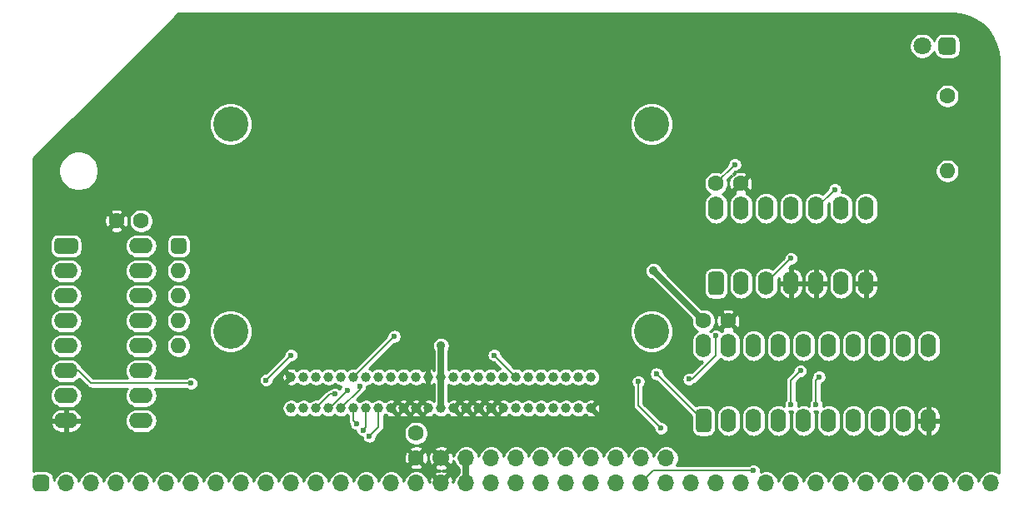
<source format=gbr>
%TF.GenerationSoftware,KiCad,Pcbnew,(5.1.9)-1*%
%TF.CreationDate,2021-02-08T01:07:09-08:00*%
%TF.ProjectId,rc-cfcard,72632d63-6663-4617-9264-2e6b69636164,rev?*%
%TF.SameCoordinates,PX9157080PY9071968*%
%TF.FileFunction,Copper,L2,Bot*%
%TF.FilePolarity,Positive*%
%FSLAX46Y46*%
G04 Gerber Fmt 4.6, Leading zero omitted, Abs format (unit mm)*
G04 Created by KiCad (PCBNEW (5.1.9)-1) date 2021-02-08 01:07:09*
%MOMM*%
%LPD*%
G01*
G04 APERTURE LIST*
%TA.AperFunction,ComponentPad*%
%ADD10C,1.000000*%
%TD*%
%TA.AperFunction,ComponentPad*%
%ADD11C,3.556000*%
%TD*%
%TA.AperFunction,ComponentPad*%
%ADD12O,1.600000X2.400000*%
%TD*%
%TA.AperFunction,ComponentPad*%
%ADD13O,1.700000X1.700000*%
%TD*%
%TA.AperFunction,ComponentPad*%
%ADD14C,1.600000*%
%TD*%
%TA.AperFunction,ComponentPad*%
%ADD15O,1.600000X1.600000*%
%TD*%
%TA.AperFunction,ComponentPad*%
%ADD16C,1.800000*%
%TD*%
%TA.AperFunction,ComponentPad*%
%ADD17O,2.400000X1.600000*%
%TD*%
%TA.AperFunction,ComponentPad*%
%ADD18C,1.700000*%
%TD*%
%TA.AperFunction,ViaPad*%
%ADD19C,0.600000*%
%TD*%
%TA.AperFunction,ViaPad*%
%ADD20C,0.900001*%
%TD*%
%TA.AperFunction,Conductor*%
%ADD21C,0.508000*%
%TD*%
%TA.AperFunction,Conductor*%
%ADD22C,0.200000*%
%TD*%
%TA.AperFunction,Conductor*%
%ADD23C,0.635000*%
%TD*%
%TA.AperFunction,Conductor*%
%ADD24C,0.254000*%
%TD*%
%TA.AperFunction,Conductor*%
%ADD25C,0.100000*%
%TD*%
G04 APERTURE END LIST*
D10*
%TO.P,J3,1*%
%TO.N,GND*%
X57150000Y9220200D03*
%TO.P,J3,2*%
%TO.N,D3'*%
X55880000Y9220200D03*
%TO.P,J3,3*%
%TO.N,D4'*%
X54610000Y9220200D03*
%TO.P,J3,4*%
%TO.N,D5'*%
X53340000Y9220200D03*
%TO.P,J3,5*%
%TO.N,D6'*%
X52070000Y9220200D03*
%TO.P,J3,6*%
%TO.N,D7'*%
X50800000Y9220200D03*
%TO.P,J3,7*%
%TO.N,~CFCS*%
X49530000Y9220200D03*
%TO.P,J3,8*%
%TO.N,GND*%
X48260000Y9220200D03*
%TO.P,J3,9*%
X46990000Y9220200D03*
%TO.P,J3,10*%
X45720000Y9220200D03*
%TO.P,J3,11*%
X44450000Y9220200D03*
%TO.P,J3,12*%
X43180000Y9220200D03*
%TO.P,J3,13*%
%TO.N,+5V*%
X41910000Y9220200D03*
%TO.P,J3,14*%
%TO.N,GND*%
X40640000Y9220200D03*
%TO.P,J3,15*%
X39370000Y9220200D03*
%TO.P,J3,16*%
X38100000Y9220200D03*
%TO.P,J3,17*%
X36830000Y9220200D03*
%TO.P,J3,18*%
%TO.N,A2*%
X35560000Y9220200D03*
%TO.P,J3,19*%
%TO.N,A1*%
X34290000Y9220200D03*
%TO.P,J3,20*%
%TO.N,A0*%
X33020000Y9220200D03*
%TO.P,J3,21*%
%TO.N,D0'*%
X31750000Y9220200D03*
%TO.P,J3,22*%
%TO.N,D1'*%
X30480000Y9220200D03*
%TO.P,J3,23*%
%TO.N,D2'*%
X29210000Y9220200D03*
%TO.P,J3,24*%
%TO.N,Net-(J3-Pad24)*%
X27940000Y9220200D03*
%TO.P,J3,25*%
%TO.N,Net-(J3-Pad25)*%
X26670000Y9220200D03*
%TO.P,J3,26*%
%TO.N,Net-(J3-Pad26)*%
X57150000Y12395200D03*
%TO.P,J3,27*%
%TO.N,Net-(J3-Pad27)*%
X55880000Y12395200D03*
%TO.P,J3,28*%
%TO.N,Net-(J3-Pad28)*%
X54610000Y12395200D03*
%TO.P,J3,29*%
%TO.N,Net-(J3-Pad29)*%
X53340000Y12395200D03*
%TO.P,J3,30*%
%TO.N,Net-(J3-Pad30)*%
X52070000Y12395200D03*
%TO.P,J3,31*%
%TO.N,Net-(J3-Pad31)*%
X50800000Y12395200D03*
%TO.P,J3,32*%
%TO.N,/~CS1*%
X49530000Y12395200D03*
%TO.P,J3,33*%
%TO.N,Net-(J3-Pad33)*%
X48260000Y12395200D03*
%TO.P,J3,34*%
%TO.N,~IORD*%
X46990000Y12395200D03*
%TO.P,J3,35*%
%TO.N,~IOWR*%
X45720000Y12395200D03*
%TO.P,J3,36*%
%TO.N,/~WE*%
X44450000Y12395200D03*
%TO.P,J3,37*%
%TO.N,Net-(J3-Pad37)*%
X43180000Y12395200D03*
%TO.P,J3,38*%
%TO.N,+5V*%
X41910000Y12395200D03*
%TO.P,J3,39*%
%TO.N,GND*%
X40640000Y12395200D03*
%TO.P,J3,40*%
%TO.N,Net-(J3-Pad40)*%
X39370000Y12395200D03*
%TO.P,J3,41*%
%TO.N,~RESET*%
X38100000Y12395200D03*
%TO.P,J3,42*%
%TO.N,Net-(J3-Pad42)*%
X36830000Y12395200D03*
%TO.P,J3,43*%
%TO.N,Net-(J3-Pad43)*%
X35560000Y12395200D03*
%TO.P,J3,44*%
%TO.N,/~DMACK*%
X34290000Y12395200D03*
%TO.P,J3,45*%
%TO.N,/~ACT*%
X33020000Y12395200D03*
%TO.P,J3,46*%
%TO.N,/~PDIAG*%
X31750000Y12395200D03*
%TO.P,J3,47*%
%TO.N,Net-(J3-Pad47)*%
X30480000Y12395200D03*
%TO.P,J3,48*%
%TO.N,Net-(J3-Pad48)*%
X29210000Y12395200D03*
%TO.P,J3,49*%
%TO.N,Net-(J3-Pad49)*%
X27940000Y12395200D03*
%TO.P,J3,50*%
%TO.N,GND*%
X26670000Y12395200D03*
D11*
%TO.P,J3,MH1*%
%TO.N,N/C*%
X63296800Y17030700D03*
%TO.P,J3,MH2*%
X20523200Y17030700D03*
%TO.P,J3,MH3*%
X63296800Y38112700D03*
%TO.P,J3,MH4*%
X20523200Y38112700D03*
%TD*%
D12*
%TO.P,U2,14*%
%TO.N,+5V*%
X69850000Y29540200D03*
%TO.P,U2,7*%
%TO.N,GND*%
X85090000Y21920200D03*
%TO.P,U2,13*%
%TO.N,~WR*%
X72390000Y29540200D03*
%TO.P,U2,6*%
%TO.N,Net-(U2-Pad6)*%
X82550000Y21920200D03*
%TO.P,U2,12*%
%TO.N,~IOCS*%
X74930000Y29540200D03*
%TO.P,U2,5*%
%TO.N,GND*%
X80010000Y21920200D03*
%TO.P,U2,11*%
%TO.N,~IOWR*%
X77470000Y29540200D03*
%TO.P,U2,4*%
%TO.N,GND*%
X77470000Y21920200D03*
%TO.P,U2,10*%
%TO.N,~RD*%
X80010000Y29540200D03*
%TO.P,U2,3*%
%TO.N,~IOCS*%
X74930000Y21920200D03*
%TO.P,U2,9*%
X82550000Y29540200D03*
%TO.P,U2,2*%
%TO.N,~CFCS*%
X72390000Y21920200D03*
%TO.P,U2,8*%
%TO.N,~IORD*%
X85090000Y29540200D03*
%TO.P,U2,1*%
%TO.N,~IOREQ*%
%TA.AperFunction,ComponentPad*%
G36*
G01*
X70250000Y20720200D02*
X69450000Y20720200D01*
G75*
G02*
X69050000Y21120200I0J400000D01*
G01*
X69050000Y22720200D01*
G75*
G02*
X69450000Y23120200I400000J0D01*
G01*
X70250000Y23120200D01*
G75*
G02*
X70650000Y22720200I0J-400000D01*
G01*
X70650000Y21120200D01*
G75*
G02*
X70250000Y20720200I-400000J0D01*
G01*
G37*
%TD.AperFunction*%
%TD*%
D13*
%TO.P,J1,39*%
%TO.N,Net-(J1-Pad39)*%
X97790000Y1600200D03*
%TO.P,J1,38*%
%TO.N,Net-(J1-Pad38)*%
X95250000Y1600200D03*
%TO.P,J1,37*%
%TO.N,Net-(J1-Pad37)*%
X92710000Y1600200D03*
%TO.P,J1,36*%
%TO.N,Net-(J1-Pad36)*%
X90170000Y1600200D03*
%TO.P,J1,35*%
%TO.N,Net-(J1-Pad35)*%
X87630000Y1600200D03*
%TO.P,J1,34*%
%TO.N,D7*%
X85090000Y1600200D03*
%TO.P,J1,33*%
%TO.N,D6*%
X82550000Y1600200D03*
%TO.P,J1,32*%
%TO.N,D5*%
X80010000Y1600200D03*
%TO.P,J1,31*%
%TO.N,D4*%
X77470000Y1600200D03*
%TO.P,J1,30*%
%TO.N,D3*%
X74930000Y1600200D03*
%TO.P,J1,29*%
%TO.N,D2*%
X72390000Y1600200D03*
%TO.P,J1,28*%
%TO.N,D1*%
X69850000Y1600200D03*
%TO.P,J1,27*%
%TO.N,D0*%
X67310000Y1600200D03*
%TO.P,J1,26*%
%TO.N,~IOREQ*%
X64770000Y1600200D03*
%TO.P,J1,25*%
%TO.N,~RD*%
X62230000Y1600200D03*
%TO.P,J1,24*%
%TO.N,~WR*%
X59690000Y1600200D03*
%TO.P,J1,23*%
%TO.N,Net-(J1-Pad23)*%
X57150000Y1600200D03*
%TO.P,J1,22*%
%TO.N,Net-(J1-Pad22)*%
X54610000Y1600200D03*
%TO.P,J1,21*%
%TO.N,Net-(J1-Pad21)*%
X52070000Y1600200D03*
%TO.P,J1,20*%
%TO.N,~RESET*%
X49530000Y1600200D03*
%TO.P,J1,19*%
%TO.N,~M1*%
X46990000Y1600200D03*
%TO.P,J1,18*%
%TO.N,+5V*%
X44450000Y1600200D03*
%TO.P,J1,17*%
%TO.N,GND*%
X41910000Y1600200D03*
%TO.P,J1,16*%
%TO.N,A0*%
X39370000Y1600200D03*
%TO.P,J1,15*%
%TO.N,A1*%
X36830000Y1600200D03*
%TO.P,J1,14*%
%TO.N,A2*%
X34290000Y1600200D03*
%TO.P,J1,13*%
%TO.N,A3*%
X31750000Y1600200D03*
%TO.P,J1,12*%
%TO.N,A4*%
X29210000Y1600200D03*
%TO.P,J1,11*%
%TO.N,A5*%
X26670000Y1600200D03*
%TO.P,J1,10*%
%TO.N,A6*%
X24130000Y1600200D03*
%TO.P,J1,9*%
%TO.N,A7*%
X21590000Y1600200D03*
%TO.P,J1,8*%
%TO.N,Net-(J1-Pad8)*%
X19050000Y1600200D03*
%TO.P,J1,7*%
%TO.N,Net-(J1-Pad7)*%
X16510000Y1600200D03*
%TO.P,J1,6*%
%TO.N,Net-(J1-Pad6)*%
X13970000Y1600200D03*
%TO.P,J1,5*%
%TO.N,Net-(J1-Pad5)*%
X11430000Y1600200D03*
%TO.P,J1,4*%
%TO.N,Net-(J1-Pad4)*%
X8890000Y1600200D03*
%TO.P,J1,3*%
%TO.N,Net-(J1-Pad3)*%
X6350000Y1600200D03*
%TO.P,J1,2*%
%TO.N,Net-(J1-Pad2)*%
X3810000Y1600200D03*
%TO.P,J1,1*%
%TO.N,Net-(J1-Pad1)*%
%TA.AperFunction,ComponentPad*%
G36*
G01*
X1695000Y750200D02*
X845000Y750200D01*
G75*
G02*
X420000Y1175200I0J425000D01*
G01*
X420000Y2025200D01*
G75*
G02*
X845000Y2450200I425000J0D01*
G01*
X1695000Y2450200D01*
G75*
G02*
X2120000Y2025200I0J-425000D01*
G01*
X2120000Y1175200D01*
G75*
G02*
X1695000Y750200I-425000J0D01*
G01*
G37*
%TD.AperFunction*%
%TD*%
D14*
%TO.P,C4,2*%
%TO.N,GND*%
X39370000Y4180200D03*
%TO.P,C4,1*%
%TO.N,+5V*%
X39370000Y6680200D03*
%TD*%
%TO.P,C3,2*%
%TO.N,GND*%
X71080000Y18110200D03*
%TO.P,C3,1*%
%TO.N,+5V*%
X68580000Y18110200D03*
%TD*%
%TO.P,C2,2*%
%TO.N,GND*%
X72350000Y32080200D03*
%TO.P,C2,1*%
%TO.N,+5V*%
X69850000Y32080200D03*
%TD*%
%TO.P,C1,2*%
%TO.N,GND*%
X8930000Y28270200D03*
%TO.P,C1,1*%
%TO.N,+5V*%
X11430000Y28270200D03*
%TD*%
D15*
%TO.P,RN1,5*%
%TO.N,/~PDIAG*%
X15240000Y15570200D03*
%TO.P,RN1,4*%
%TO.N,/~DMACK*%
X15240000Y18110200D03*
%TO.P,RN1,3*%
%TO.N,/~WE*%
X15240000Y20650200D03*
%TO.P,RN1,2*%
%TO.N,/~CS1*%
X15240000Y23190200D03*
%TO.P,RN1,1*%
%TO.N,+5V*%
%TA.AperFunction,ComponentPad*%
G36*
G01*
X14840000Y26530200D02*
X15640000Y26530200D01*
G75*
G02*
X16040000Y26130200I0J-400000D01*
G01*
X16040000Y25330200D01*
G75*
G02*
X15640000Y24930200I-400000J0D01*
G01*
X14840000Y24930200D01*
G75*
G02*
X14440000Y25330200I0J400000D01*
G01*
X14440000Y26130200D01*
G75*
G02*
X14840000Y26530200I400000J0D01*
G01*
G37*
%TD.AperFunction*%
%TD*%
%TO.P,R1,2*%
%TO.N,/~ACT*%
X93345000Y33350200D03*
D14*
%TO.P,R1,1*%
%TO.N,/~ACT'*%
X93345000Y40970200D03*
%TD*%
D16*
%TO.P,D1,2*%
%TO.N,+5V*%
X90805000Y46050200D03*
%TO.P,D1,1*%
%TO.N,/~ACT'*%
%TA.AperFunction,ComponentPad*%
G36*
G01*
X94245000Y46500200D02*
X94245000Y45600200D01*
G75*
G02*
X93795000Y45150200I-450000J0D01*
G01*
X92895000Y45150200D01*
G75*
G02*
X92445000Y45600200I0J450000D01*
G01*
X92445000Y46500200D01*
G75*
G02*
X92895000Y46950200I450000J0D01*
G01*
X93795000Y46950200D01*
G75*
G02*
X94245000Y46500200I0J-450000D01*
G01*
G37*
%TD.AperFunction*%
%TD*%
%TO.P,U3,1*%
%TO.N,~IORD*%
%TA.AperFunction,ComponentPad*%
G36*
G01*
X68980000Y6750200D02*
X68180000Y6750200D01*
G75*
G02*
X67780000Y7150200I0J400000D01*
G01*
X67780000Y8750200D01*
G75*
G02*
X68180000Y9150200I400000J0D01*
G01*
X68980000Y9150200D01*
G75*
G02*
X69380000Y8750200I0J-400000D01*
G01*
X69380000Y7150200D01*
G75*
G02*
X68980000Y6750200I-400000J0D01*
G01*
G37*
%TD.AperFunction*%
D12*
%TO.P,U3,11*%
%TO.N,D7'*%
X91440000Y15570200D03*
%TO.P,U3,2*%
%TO.N,D0*%
X71120000Y7950200D03*
%TO.P,U3,12*%
%TO.N,D6'*%
X88900000Y15570200D03*
%TO.P,U3,3*%
%TO.N,D1*%
X73660000Y7950200D03*
%TO.P,U3,13*%
%TO.N,D5'*%
X86360000Y15570200D03*
%TO.P,U3,4*%
%TO.N,D2*%
X76200000Y7950200D03*
%TO.P,U3,14*%
%TO.N,D4'*%
X83820000Y15570200D03*
%TO.P,U3,5*%
%TO.N,D3*%
X78740000Y7950200D03*
%TO.P,U3,15*%
%TO.N,D3'*%
X81280000Y15570200D03*
%TO.P,U3,6*%
%TO.N,D4*%
X81280000Y7950200D03*
%TO.P,U3,16*%
%TO.N,D2'*%
X78740000Y15570200D03*
%TO.P,U3,7*%
%TO.N,D5*%
X83820000Y7950200D03*
%TO.P,U3,17*%
%TO.N,D1'*%
X76200000Y15570200D03*
%TO.P,U3,8*%
%TO.N,D6*%
X86360000Y7950200D03*
%TO.P,U3,18*%
%TO.N,D0'*%
X73660000Y15570200D03*
%TO.P,U3,9*%
%TO.N,D7*%
X88900000Y7950200D03*
%TO.P,U3,19*%
%TO.N,~IOCS*%
X71120000Y15570200D03*
%TO.P,U3,10*%
%TO.N,GND*%
X91440000Y7950200D03*
%TO.P,U3,20*%
%TO.N,+5V*%
X68580000Y15570200D03*
%TD*%
D17*
%TO.P,U1,16*%
%TO.N,+5V*%
X11430000Y25730200D03*
%TO.P,U1,8*%
%TO.N,GND*%
X3810000Y7950200D03*
%TO.P,U1,15*%
%TO.N,Net-(U1-Pad15)*%
X11430000Y23190200D03*
%TO.P,U1,7*%
%TO.N,Net-(U1-Pad7)*%
X3810000Y10490200D03*
%TO.P,U1,14*%
%TO.N,Net-(U1-Pad14)*%
X11430000Y20650200D03*
%TO.P,U1,6*%
%TO.N,~M1*%
X3810000Y13030200D03*
%TO.P,U1,13*%
%TO.N,~CFCS*%
X11430000Y18110200D03*
%TO.P,U1,5*%
%TO.N,A7*%
X3810000Y15570200D03*
%TO.P,U1,12*%
%TO.N,Net-(U1-Pad12)*%
X11430000Y15570200D03*
%TO.P,U1,4*%
%TO.N,A6*%
X3810000Y18110200D03*
%TO.P,U1,11*%
%TO.N,Net-(U1-Pad11)*%
X11430000Y13030200D03*
%TO.P,U1,3*%
%TO.N,A5*%
X3810000Y20650200D03*
%TO.P,U1,10*%
%TO.N,Net-(U1-Pad10)*%
X11430000Y10490200D03*
%TO.P,U1,2*%
%TO.N,A4*%
X3810000Y23190200D03*
%TO.P,U1,9*%
%TO.N,Net-(U1-Pad9)*%
X11430000Y7950200D03*
%TO.P,U1,1*%
%TO.N,A3*%
%TA.AperFunction,ComponentPad*%
G36*
G01*
X2610000Y25330200D02*
X2610000Y26130200D01*
G75*
G02*
X3010000Y26530200I400000J0D01*
G01*
X4610000Y26530200D01*
G75*
G02*
X5010000Y26130200I0J-400000D01*
G01*
X5010000Y25330200D01*
G75*
G02*
X4610000Y24930200I-400000J0D01*
G01*
X3010000Y24930200D01*
G75*
G02*
X2610000Y25330200I0J400000D01*
G01*
G37*
%TD.AperFunction*%
%TD*%
D13*
%TO.P,J2,10*%
%TO.N,Net-(J2-Pad10)*%
X64770000Y4140200D03*
%TO.P,J2,9*%
%TO.N,Net-(J2-Pad9)*%
X62230000Y4140200D03*
%TO.P,J2,8*%
%TO.N,Net-(J2-Pad8)*%
X59690000Y4140200D03*
%TO.P,J2,7*%
%TO.N,Net-(J2-Pad7)*%
X57150000Y4140200D03*
%TO.P,J2,6*%
%TO.N,Net-(J2-Pad6)*%
X54610000Y4140200D03*
%TO.P,J2,5*%
%TO.N,Net-(J2-Pad5)*%
X52070000Y4140200D03*
%TO.P,J2,4*%
%TO.N,Net-(J2-Pad4)*%
X49530000Y4140200D03*
%TO.P,J2,3*%
%TO.N,Net-(J2-Pad3)*%
X46990000Y4140200D03*
%TO.P,J2,2*%
%TO.N,+5V*%
X44450000Y4140200D03*
D18*
%TO.P,J2,1*%
%TO.N,GND*%
X41910000Y4140200D03*
%TD*%
D19*
%TO.N,~IOREQ*%
X61950600Y11925300D03*
X64262000Y7175500D03*
%TO.N,~RD*%
X81915000Y31445200D03*
X73660000Y2870200D03*
X77470000Y9601202D03*
X78422500Y13030200D03*
%TO.N,~WR*%
X80010000Y9601200D03*
X80327500Y12395200D03*
%TO.N,~RESET*%
X24130000Y12077700D03*
X26670000Y14617700D03*
D20*
%TO.N,+5V*%
X63500000Y23190200D03*
D19*
X71755000Y33985200D03*
D20*
X41910000Y15570204D03*
D19*
%TO.N,A0*%
X33337500Y7632700D03*
%TO.N,A1*%
X33972500Y6997700D03*
%TO.N,A2*%
X34607500Y6362700D03*
%TO.N,~M1*%
X16510000Y11760200D03*
%TO.N,~IORD*%
X63804801Y12725399D03*
%TO.N,/~ACT*%
X37147500Y16522700D03*
%TO.N,/~CS1*%
X47307500Y14617700D03*
%TO.N,D2'*%
X31115000Y10642600D03*
%TO.N,D1'*%
X32372300Y11061700D03*
%TO.N,D0'*%
X33653252Y11468100D03*
%TO.N,~CFCS*%
X67099265Y12176200D03*
X69850000Y16586200D03*
%TO.N,~IOCS*%
X77470000Y24460200D03*
%TD*%
D21*
%TO.N,GND*%
X41910000Y1600200D02*
X40640000Y2870200D01*
X41910000Y1600200D02*
X43180000Y2870200D01*
X40640000Y12395200D02*
X40640000Y13347700D01*
X40640000Y11442700D02*
X40640000Y12395200D01*
D22*
%TO.N,D7*%
X85090000Y1600200D02*
X85090000Y2235200D01*
X85090000Y2235200D02*
X85139462Y2235200D01*
%TO.N,~IOREQ*%
X61950600Y9486900D02*
X64262000Y7175500D01*
X61950600Y11925300D02*
X61950600Y9486900D01*
%TO.N,~RD*%
X81915000Y31445200D02*
X80010000Y29540200D01*
X63500000Y2870200D02*
X73660000Y2870200D01*
X62230000Y1600200D02*
X63500000Y2870200D01*
X77470000Y9601202D02*
X77470000Y12077700D01*
X77470000Y12077700D02*
X78422500Y13030200D01*
%TO.N,~WR*%
X80010000Y9601200D02*
X80010000Y12077700D01*
X80010000Y12077700D02*
X80327500Y12395200D01*
%TO.N,~RESET*%
X24130000Y12077700D02*
X26670000Y14617700D01*
D23*
%TO.N,+5V*%
X44450000Y1600200D02*
X44450000Y4140200D01*
X41910000Y9220200D02*
X41910000Y12385690D01*
X68580000Y18110200D02*
X63500000Y23190200D01*
D22*
X71755000Y33985200D02*
X69850000Y32080200D01*
D23*
X41910000Y12395200D02*
X41910000Y15570204D01*
D22*
%TO.N,A0*%
X33020000Y9220200D02*
X33020000Y7950200D01*
X33020000Y7950200D02*
X33337500Y7632700D01*
%TO.N,A1*%
X34290000Y7315200D02*
X33972500Y6997700D01*
X34290000Y9220200D02*
X34290000Y7315200D01*
%TO.N,A2*%
X35560000Y7315200D02*
X34607500Y6362700D01*
X35560000Y9220200D02*
X35560000Y7315200D01*
%TO.N,~M1*%
X6350000Y11760200D02*
X16510000Y11760200D01*
X3810000Y13030200D02*
X5080000Y13030200D01*
X5080000Y13030200D02*
X6350000Y11760200D01*
%TO.N,~IORD*%
X68580000Y7950200D02*
X63804801Y12725399D01*
%TO.N,/~ACT*%
X33020000Y12395200D02*
X37147500Y16522700D01*
%TO.N,/~CS1*%
X49530000Y12395200D02*
X47307500Y14617700D01*
%TO.N,D2'*%
X29210000Y9220200D02*
X30632400Y10642600D01*
X30632400Y10642600D02*
X31115000Y10642600D01*
%TO.N,D1'*%
X30480000Y9220200D02*
X30580604Y9220200D01*
X30580604Y9220200D02*
X32372300Y11011896D01*
X32372300Y11011896D02*
X32372300Y11061700D01*
%TO.N,D0'*%
X33653252Y11123452D02*
X33653252Y11468100D01*
X31750000Y9220200D02*
X33653252Y11123452D01*
%TO.N,~CFCS*%
X67099265Y12176200D02*
X67472000Y12176200D01*
X69850000Y14554200D02*
X69850000Y16586200D01*
X67472000Y12176200D02*
X69850000Y14554200D01*
%TO.N,~IOCS*%
X74930000Y21920200D02*
X77470000Y24460200D01*
%TD*%
D24*
%TO.N,GND*%
X42037000Y1727200D02*
X42057000Y1727200D01*
X42057000Y1473200D01*
X42037000Y1473200D01*
X42037000Y1453200D01*
X41783000Y1453200D01*
X41783000Y1473200D01*
X41763000Y1473200D01*
X41763000Y1727200D01*
X41783000Y1727200D01*
X41783000Y1747200D01*
X42037000Y1747200D01*
X42037000Y1727200D01*
%TA.AperFunction,Conductor*%
D25*
G36*
X42037000Y1727200D02*
G01*
X42057000Y1727200D01*
X42057000Y1473200D01*
X42037000Y1473200D01*
X42037000Y1453200D01*
X41783000Y1453200D01*
X41783000Y1473200D01*
X41763000Y1473200D01*
X41763000Y1727200D01*
X41783000Y1727200D01*
X41783000Y1747200D01*
X42037000Y1747200D01*
X42037000Y1727200D01*
G37*
%TD.AperFunction*%
D24*
X94730956Y49280497D02*
X95517463Y49069754D01*
X96255433Y48725633D01*
X96922429Y48258597D01*
X97498197Y47682829D01*
X97965233Y47015833D01*
X98309354Y46277863D01*
X98520098Y45491355D01*
X98594600Y44639789D01*
X98594601Y2604191D01*
X98397160Y2736116D01*
X98163887Y2832741D01*
X97916246Y2882000D01*
X97663754Y2882000D01*
X97416113Y2832741D01*
X97182840Y2736116D01*
X96972900Y2595839D01*
X96794361Y2417300D01*
X96654084Y2207360D01*
X96557459Y1974087D01*
X96520000Y1785768D01*
X96482541Y1974087D01*
X96385916Y2207360D01*
X96245639Y2417300D01*
X96067100Y2595839D01*
X95857160Y2736116D01*
X95623887Y2832741D01*
X95376246Y2882000D01*
X95123754Y2882000D01*
X94876113Y2832741D01*
X94642840Y2736116D01*
X94432900Y2595839D01*
X94254361Y2417300D01*
X94114084Y2207360D01*
X94017459Y1974087D01*
X93980000Y1785768D01*
X93942541Y1974087D01*
X93845916Y2207360D01*
X93705639Y2417300D01*
X93527100Y2595839D01*
X93317160Y2736116D01*
X93083887Y2832741D01*
X92836246Y2882000D01*
X92583754Y2882000D01*
X92336113Y2832741D01*
X92102840Y2736116D01*
X91892900Y2595839D01*
X91714361Y2417300D01*
X91574084Y2207360D01*
X91477459Y1974087D01*
X91440000Y1785768D01*
X91402541Y1974087D01*
X91305916Y2207360D01*
X91165639Y2417300D01*
X90987100Y2595839D01*
X90777160Y2736116D01*
X90543887Y2832741D01*
X90296246Y2882000D01*
X90043754Y2882000D01*
X89796113Y2832741D01*
X89562840Y2736116D01*
X89352900Y2595839D01*
X89174361Y2417300D01*
X89034084Y2207360D01*
X88937459Y1974087D01*
X88900000Y1785768D01*
X88862541Y1974087D01*
X88765916Y2207360D01*
X88625639Y2417300D01*
X88447100Y2595839D01*
X88237160Y2736116D01*
X88003887Y2832741D01*
X87756246Y2882000D01*
X87503754Y2882000D01*
X87256113Y2832741D01*
X87022840Y2736116D01*
X86812900Y2595839D01*
X86634361Y2417300D01*
X86494084Y2207360D01*
X86397459Y1974087D01*
X86360000Y1785768D01*
X86322541Y1974087D01*
X86225916Y2207360D01*
X86085639Y2417300D01*
X85907100Y2595839D01*
X85697160Y2736116D01*
X85463887Y2832741D01*
X85216246Y2882000D01*
X84963754Y2882000D01*
X84716113Y2832741D01*
X84482840Y2736116D01*
X84272900Y2595839D01*
X84094361Y2417300D01*
X83954084Y2207360D01*
X83857459Y1974087D01*
X83820000Y1785768D01*
X83782541Y1974087D01*
X83685916Y2207360D01*
X83545639Y2417300D01*
X83367100Y2595839D01*
X83157160Y2736116D01*
X82923887Y2832741D01*
X82676246Y2882000D01*
X82423754Y2882000D01*
X82176113Y2832741D01*
X81942840Y2736116D01*
X81732900Y2595839D01*
X81554361Y2417300D01*
X81414084Y2207360D01*
X81317459Y1974087D01*
X81280000Y1785768D01*
X81242541Y1974087D01*
X81145916Y2207360D01*
X81005639Y2417300D01*
X80827100Y2595839D01*
X80617160Y2736116D01*
X80383887Y2832741D01*
X80136246Y2882000D01*
X79883754Y2882000D01*
X79636113Y2832741D01*
X79402840Y2736116D01*
X79192900Y2595839D01*
X79014361Y2417300D01*
X78874084Y2207360D01*
X78777459Y1974087D01*
X78740000Y1785768D01*
X78702541Y1974087D01*
X78605916Y2207360D01*
X78465639Y2417300D01*
X78287100Y2595839D01*
X78077160Y2736116D01*
X77843887Y2832741D01*
X77596246Y2882000D01*
X77343754Y2882000D01*
X77096113Y2832741D01*
X76862840Y2736116D01*
X76652900Y2595839D01*
X76474361Y2417300D01*
X76334084Y2207360D01*
X76237459Y1974087D01*
X76200000Y1785768D01*
X76162541Y1974087D01*
X76065916Y2207360D01*
X75925639Y2417300D01*
X75747100Y2595839D01*
X75537160Y2736116D01*
X75303887Y2832741D01*
X75056246Y2882000D01*
X74803754Y2882000D01*
X74556113Y2832741D01*
X74384550Y2761677D01*
X74391800Y2798124D01*
X74391800Y2942276D01*
X74363677Y3083658D01*
X74308513Y3216837D01*
X74228426Y3336695D01*
X74126495Y3438626D01*
X74006637Y3518713D01*
X73873458Y3573877D01*
X73732076Y3602000D01*
X73587924Y3602000D01*
X73446542Y3573877D01*
X73313363Y3518713D01*
X73193505Y3438626D01*
X73156879Y3402000D01*
X65818358Y3402000D01*
X65905916Y3533040D01*
X66002541Y3766313D01*
X66051800Y4013954D01*
X66051800Y4266446D01*
X66002541Y4514087D01*
X65905916Y4747360D01*
X65765639Y4957300D01*
X65587100Y5135839D01*
X65377160Y5276116D01*
X65143887Y5372741D01*
X64896246Y5422000D01*
X64643754Y5422000D01*
X64396113Y5372741D01*
X64162840Y5276116D01*
X63952900Y5135839D01*
X63774361Y4957300D01*
X63634084Y4747360D01*
X63537459Y4514087D01*
X63500000Y4325768D01*
X63462541Y4514087D01*
X63365916Y4747360D01*
X63225639Y4957300D01*
X63047100Y5135839D01*
X62837160Y5276116D01*
X62603887Y5372741D01*
X62356246Y5422000D01*
X62103754Y5422000D01*
X61856113Y5372741D01*
X61622840Y5276116D01*
X61412900Y5135839D01*
X61234361Y4957300D01*
X61094084Y4747360D01*
X60997459Y4514087D01*
X60960000Y4325768D01*
X60922541Y4514087D01*
X60825916Y4747360D01*
X60685639Y4957300D01*
X60507100Y5135839D01*
X60297160Y5276116D01*
X60063887Y5372741D01*
X59816246Y5422000D01*
X59563754Y5422000D01*
X59316113Y5372741D01*
X59082840Y5276116D01*
X58872900Y5135839D01*
X58694361Y4957300D01*
X58554084Y4747360D01*
X58457459Y4514087D01*
X58420000Y4325768D01*
X58382541Y4514087D01*
X58285916Y4747360D01*
X58145639Y4957300D01*
X57967100Y5135839D01*
X57757160Y5276116D01*
X57523887Y5372741D01*
X57276246Y5422000D01*
X57023754Y5422000D01*
X56776113Y5372741D01*
X56542840Y5276116D01*
X56332900Y5135839D01*
X56154361Y4957300D01*
X56014084Y4747360D01*
X55917459Y4514087D01*
X55880000Y4325768D01*
X55842541Y4514087D01*
X55745916Y4747360D01*
X55605639Y4957300D01*
X55427100Y5135839D01*
X55217160Y5276116D01*
X54983887Y5372741D01*
X54736246Y5422000D01*
X54483754Y5422000D01*
X54236113Y5372741D01*
X54002840Y5276116D01*
X53792900Y5135839D01*
X53614361Y4957300D01*
X53474084Y4747360D01*
X53377459Y4514087D01*
X53340000Y4325768D01*
X53302541Y4514087D01*
X53205916Y4747360D01*
X53065639Y4957300D01*
X52887100Y5135839D01*
X52677160Y5276116D01*
X52443887Y5372741D01*
X52196246Y5422000D01*
X51943754Y5422000D01*
X51696113Y5372741D01*
X51462840Y5276116D01*
X51252900Y5135839D01*
X51074361Y4957300D01*
X50934084Y4747360D01*
X50837459Y4514087D01*
X50800000Y4325768D01*
X50762541Y4514087D01*
X50665916Y4747360D01*
X50525639Y4957300D01*
X50347100Y5135839D01*
X50137160Y5276116D01*
X49903887Y5372741D01*
X49656246Y5422000D01*
X49403754Y5422000D01*
X49156113Y5372741D01*
X48922840Y5276116D01*
X48712900Y5135839D01*
X48534361Y4957300D01*
X48394084Y4747360D01*
X48297459Y4514087D01*
X48260000Y4325768D01*
X48222541Y4514087D01*
X48125916Y4747360D01*
X47985639Y4957300D01*
X47807100Y5135839D01*
X47597160Y5276116D01*
X47363887Y5372741D01*
X47116246Y5422000D01*
X46863754Y5422000D01*
X46616113Y5372741D01*
X46382840Y5276116D01*
X46172900Y5135839D01*
X45994361Y4957300D01*
X45854084Y4747360D01*
X45757459Y4514087D01*
X45720000Y4325768D01*
X45682541Y4514087D01*
X45585916Y4747360D01*
X45445639Y4957300D01*
X45267100Y5135839D01*
X45057160Y5276116D01*
X44823887Y5372741D01*
X44576246Y5422000D01*
X44323754Y5422000D01*
X44076113Y5372741D01*
X43842840Y5276116D01*
X43632900Y5135839D01*
X43454361Y4957300D01*
X43314084Y4747360D01*
X43217459Y4514087D01*
X43179108Y4321286D01*
X43156078Y4466142D01*
X43068547Y4702977D01*
X43021586Y4790834D01*
X42829379Y4879974D01*
X42089605Y4140200D01*
X42829379Y3400426D01*
X43021586Y3489566D01*
X43127160Y3718927D01*
X43181634Y3946417D01*
X43217459Y3766313D01*
X43314084Y3533040D01*
X43454361Y3323100D01*
X43632900Y3144561D01*
X43700701Y3099258D01*
X43700700Y2641142D01*
X43632900Y2595839D01*
X43454361Y2417300D01*
X43314084Y2207360D01*
X43217459Y1974087D01*
X43168350Y1727202D01*
X43077550Y1727202D01*
X43149928Y1925168D01*
X43062705Y2160822D01*
X42931184Y2374931D01*
X42760420Y2559268D01*
X42556975Y2706748D01*
X42328667Y2811705D01*
X42234967Y2840122D01*
X42037002Y2767161D01*
X42037002Y2862493D01*
X42235942Y2894122D01*
X42472777Y2981653D01*
X42560634Y3028614D01*
X42649774Y3220821D01*
X41910000Y3960595D01*
X41170226Y3220821D01*
X41259366Y3028614D01*
X41488727Y2923040D01*
X41734278Y2864241D01*
X41782998Y2862356D01*
X41782998Y2767161D01*
X41585033Y2840122D01*
X41491333Y2811705D01*
X41263025Y2706748D01*
X41059580Y2559268D01*
X40888816Y2374931D01*
X40757295Y2160822D01*
X40670072Y1925168D01*
X40742450Y1727202D01*
X40651650Y1727202D01*
X40602541Y1974087D01*
X40505916Y2207360D01*
X40365639Y2417300D01*
X40187100Y2595839D01*
X39977160Y2736116D01*
X39743887Y2832741D01*
X39496246Y2882000D01*
X39243754Y2882000D01*
X38996113Y2832741D01*
X38762840Y2736116D01*
X38552900Y2595839D01*
X38374361Y2417300D01*
X38234084Y2207360D01*
X38137459Y1974087D01*
X38100000Y1785768D01*
X38062541Y1974087D01*
X37965916Y2207360D01*
X37825639Y2417300D01*
X37647100Y2595839D01*
X37437160Y2736116D01*
X37203887Y2832741D01*
X36956246Y2882000D01*
X36703754Y2882000D01*
X36456113Y2832741D01*
X36222840Y2736116D01*
X36012900Y2595839D01*
X35834361Y2417300D01*
X35694084Y2207360D01*
X35597459Y1974087D01*
X35560000Y1785768D01*
X35522541Y1974087D01*
X35425916Y2207360D01*
X35285639Y2417300D01*
X35107100Y2595839D01*
X34897160Y2736116D01*
X34663887Y2832741D01*
X34416246Y2882000D01*
X34163754Y2882000D01*
X33916113Y2832741D01*
X33682840Y2736116D01*
X33472900Y2595839D01*
X33294361Y2417300D01*
X33154084Y2207360D01*
X33057459Y1974087D01*
X33020000Y1785768D01*
X32982541Y1974087D01*
X32885916Y2207360D01*
X32745639Y2417300D01*
X32567100Y2595839D01*
X32357160Y2736116D01*
X32123887Y2832741D01*
X31876246Y2882000D01*
X31623754Y2882000D01*
X31376113Y2832741D01*
X31142840Y2736116D01*
X30932900Y2595839D01*
X30754361Y2417300D01*
X30614084Y2207360D01*
X30517459Y1974087D01*
X30480000Y1785768D01*
X30442541Y1974087D01*
X30345916Y2207360D01*
X30205639Y2417300D01*
X30027100Y2595839D01*
X29817160Y2736116D01*
X29583887Y2832741D01*
X29336246Y2882000D01*
X29083754Y2882000D01*
X28836113Y2832741D01*
X28602840Y2736116D01*
X28392900Y2595839D01*
X28214361Y2417300D01*
X28074084Y2207360D01*
X27977459Y1974087D01*
X27940000Y1785768D01*
X27902541Y1974087D01*
X27805916Y2207360D01*
X27665639Y2417300D01*
X27487100Y2595839D01*
X27277160Y2736116D01*
X27043887Y2832741D01*
X26796246Y2882000D01*
X26543754Y2882000D01*
X26296113Y2832741D01*
X26062840Y2736116D01*
X25852900Y2595839D01*
X25674361Y2417300D01*
X25534084Y2207360D01*
X25437459Y1974087D01*
X25400000Y1785768D01*
X25362541Y1974087D01*
X25265916Y2207360D01*
X25125639Y2417300D01*
X24947100Y2595839D01*
X24737160Y2736116D01*
X24503887Y2832741D01*
X24256246Y2882000D01*
X24003754Y2882000D01*
X23756113Y2832741D01*
X23522840Y2736116D01*
X23312900Y2595839D01*
X23134361Y2417300D01*
X22994084Y2207360D01*
X22897459Y1974087D01*
X22860000Y1785768D01*
X22822541Y1974087D01*
X22725916Y2207360D01*
X22585639Y2417300D01*
X22407100Y2595839D01*
X22197160Y2736116D01*
X21963887Y2832741D01*
X21716246Y2882000D01*
X21463754Y2882000D01*
X21216113Y2832741D01*
X20982840Y2736116D01*
X20772900Y2595839D01*
X20594361Y2417300D01*
X20454084Y2207360D01*
X20357459Y1974087D01*
X20320000Y1785768D01*
X20282541Y1974087D01*
X20185916Y2207360D01*
X20045639Y2417300D01*
X19867100Y2595839D01*
X19657160Y2736116D01*
X19423887Y2832741D01*
X19176246Y2882000D01*
X18923754Y2882000D01*
X18676113Y2832741D01*
X18442840Y2736116D01*
X18232900Y2595839D01*
X18054361Y2417300D01*
X17914084Y2207360D01*
X17817459Y1974087D01*
X17780000Y1785768D01*
X17742541Y1974087D01*
X17645916Y2207360D01*
X17505639Y2417300D01*
X17327100Y2595839D01*
X17117160Y2736116D01*
X16883887Y2832741D01*
X16636246Y2882000D01*
X16383754Y2882000D01*
X16136113Y2832741D01*
X15902840Y2736116D01*
X15692900Y2595839D01*
X15514361Y2417300D01*
X15374084Y2207360D01*
X15277459Y1974087D01*
X15240000Y1785768D01*
X15202541Y1974087D01*
X15105916Y2207360D01*
X14965639Y2417300D01*
X14787100Y2595839D01*
X14577160Y2736116D01*
X14343887Y2832741D01*
X14096246Y2882000D01*
X13843754Y2882000D01*
X13596113Y2832741D01*
X13362840Y2736116D01*
X13152900Y2595839D01*
X12974361Y2417300D01*
X12834084Y2207360D01*
X12737459Y1974087D01*
X12700000Y1785768D01*
X12662541Y1974087D01*
X12565916Y2207360D01*
X12425639Y2417300D01*
X12247100Y2595839D01*
X12037160Y2736116D01*
X11803887Y2832741D01*
X11556246Y2882000D01*
X11303754Y2882000D01*
X11056113Y2832741D01*
X10822840Y2736116D01*
X10612900Y2595839D01*
X10434361Y2417300D01*
X10294084Y2207360D01*
X10197459Y1974087D01*
X10160000Y1785768D01*
X10122541Y1974087D01*
X10025916Y2207360D01*
X9885639Y2417300D01*
X9707100Y2595839D01*
X9497160Y2736116D01*
X9263887Y2832741D01*
X9016246Y2882000D01*
X8763754Y2882000D01*
X8516113Y2832741D01*
X8282840Y2736116D01*
X8072900Y2595839D01*
X7894361Y2417300D01*
X7754084Y2207360D01*
X7657459Y1974087D01*
X7620000Y1785768D01*
X7582541Y1974087D01*
X7485916Y2207360D01*
X7345639Y2417300D01*
X7167100Y2595839D01*
X6957160Y2736116D01*
X6723887Y2832741D01*
X6476246Y2882000D01*
X6223754Y2882000D01*
X5976113Y2832741D01*
X5742840Y2736116D01*
X5532900Y2595839D01*
X5354361Y2417300D01*
X5214084Y2207360D01*
X5117459Y1974087D01*
X5080000Y1785768D01*
X5042541Y1974087D01*
X4945916Y2207360D01*
X4805639Y2417300D01*
X4627100Y2595839D01*
X4417160Y2736116D01*
X4183887Y2832741D01*
X3936246Y2882000D01*
X3683754Y2882000D01*
X3436113Y2832741D01*
X3202840Y2736116D01*
X2992900Y2595839D01*
X2814361Y2417300D01*
X2674084Y2207360D01*
X2577459Y1974087D01*
X2553889Y1855593D01*
X2553889Y2025200D01*
X2537386Y2192761D01*
X2488510Y2353883D01*
X2409140Y2502373D01*
X2302326Y2632526D01*
X2172173Y2739340D01*
X2023683Y2818710D01*
X1862561Y2867586D01*
X1695000Y2884089D01*
X845000Y2884089D01*
X677439Y2867586D01*
X516317Y2818710D01*
X506800Y2813623D01*
X506800Y3296565D01*
X38665970Y3296565D01*
X38749049Y3109468D01*
X38969869Y3008900D01*
X39206067Y2953344D01*
X39448565Y2944936D01*
X39688043Y2983998D01*
X39915300Y3069030D01*
X39990951Y3109468D01*
X40074030Y3296565D01*
X39370000Y4000595D01*
X38665970Y3296565D01*
X506800Y3296565D01*
X506800Y4101635D01*
X38134736Y4101635D01*
X38173798Y3862157D01*
X38258830Y3634900D01*
X38299268Y3559249D01*
X38486365Y3476170D01*
X39190395Y4180200D01*
X39549605Y4180200D01*
X40253635Y3476170D01*
X40440732Y3559249D01*
X40541300Y3780069D01*
X40596856Y4016267D01*
X40598497Y4063618D01*
X40624277Y4063618D01*
X40663922Y3814258D01*
X40751453Y3577423D01*
X40798414Y3489566D01*
X40990621Y3400426D01*
X41730395Y4140200D01*
X40990621Y4879974D01*
X40798414Y4790834D01*
X40692840Y4561473D01*
X40634041Y4315922D01*
X40624277Y4063618D01*
X40598497Y4063618D01*
X40605264Y4258765D01*
X40566202Y4498243D01*
X40481170Y4725500D01*
X40440732Y4801151D01*
X40253635Y4884230D01*
X39549605Y4180200D01*
X39190395Y4180200D01*
X38486365Y4884230D01*
X38299268Y4801151D01*
X38198700Y4580331D01*
X38143144Y4344133D01*
X38134736Y4101635D01*
X506800Y4101635D01*
X506800Y5063835D01*
X38665970Y5063835D01*
X39370000Y4359805D01*
X40069774Y5059579D01*
X41170226Y5059579D01*
X41910000Y4319805D01*
X42649774Y5059579D01*
X42560634Y5251786D01*
X42331273Y5357360D01*
X42085722Y5416159D01*
X41833418Y5425923D01*
X41584058Y5386278D01*
X41347223Y5298747D01*
X41259366Y5251786D01*
X41170226Y5059579D01*
X40069774Y5059579D01*
X40074030Y5063835D01*
X39990951Y5250932D01*
X39770131Y5351500D01*
X39533933Y5407056D01*
X39291435Y5415464D01*
X39051957Y5376402D01*
X38824700Y5291370D01*
X38749049Y5250932D01*
X38665970Y5063835D01*
X506800Y5063835D01*
X506800Y7633094D01*
X2219716Y7633094D01*
X2223364Y7596143D01*
X2315238Y7371445D01*
X2449183Y7168988D01*
X2620052Y6996553D01*
X2821278Y6860766D01*
X3045128Y6766845D01*
X3283000Y6718400D01*
X3683000Y6718400D01*
X3683000Y7823200D01*
X3937000Y7823200D01*
X3937000Y6718400D01*
X4337000Y6718400D01*
X4574872Y6766845D01*
X4798722Y6860766D01*
X4999948Y6996553D01*
X5170817Y7168988D01*
X5304762Y7371445D01*
X5396636Y7596143D01*
X5400284Y7633094D01*
X5326651Y7823200D01*
X3937000Y7823200D01*
X3683000Y7823200D01*
X2293349Y7823200D01*
X2219716Y7633094D01*
X506800Y7633094D01*
X506800Y7950200D01*
X9792240Y7950200D01*
X9816023Y7708725D01*
X9886459Y7476530D01*
X10000840Y7262537D01*
X10154772Y7074972D01*
X10342337Y6921040D01*
X10556330Y6806659D01*
X10788525Y6736223D01*
X10969487Y6718400D01*
X11890513Y6718400D01*
X12071475Y6736223D01*
X12303670Y6806659D01*
X12517663Y6921040D01*
X12705228Y7074972D01*
X12859160Y7262537D01*
X12973541Y7476530D01*
X13043977Y7708725D01*
X13067760Y7950200D01*
X13043977Y8191675D01*
X12973541Y8423870D01*
X12859160Y8637863D01*
X12705228Y8825428D01*
X12517663Y8979360D01*
X12303670Y9093741D01*
X12071475Y9164177D01*
X11890513Y9182000D01*
X10969487Y9182000D01*
X10788525Y9164177D01*
X10556330Y9093741D01*
X10342337Y8979360D01*
X10154772Y8825428D01*
X10000840Y8637863D01*
X9886459Y8423870D01*
X9816023Y8191675D01*
X9792240Y7950200D01*
X506800Y7950200D01*
X506800Y8267306D01*
X2219716Y8267306D01*
X2293349Y8077200D01*
X3683000Y8077200D01*
X3683000Y9182000D01*
X3937000Y9182000D01*
X3937000Y8077200D01*
X5326651Y8077200D01*
X5400284Y8267306D01*
X5396636Y8304257D01*
X5304762Y8528955D01*
X5170817Y8731412D01*
X4999948Y8903847D01*
X4798722Y9039634D01*
X4574872Y9133555D01*
X4337000Y9182000D01*
X3937000Y9182000D01*
X3683000Y9182000D01*
X3283000Y9182000D01*
X3045128Y9133555D01*
X2821278Y9039634D01*
X2620052Y8903847D01*
X2449183Y8731412D01*
X2315238Y8528955D01*
X2223364Y8304257D01*
X2219716Y8267306D01*
X506800Y8267306D01*
X506800Y10490200D01*
X2172240Y10490200D01*
X2196023Y10248725D01*
X2266459Y10016530D01*
X2380840Y9802537D01*
X2534772Y9614972D01*
X2722337Y9461040D01*
X2936330Y9346659D01*
X3168525Y9276223D01*
X3349487Y9258400D01*
X4270513Y9258400D01*
X4451475Y9276223D01*
X4683670Y9346659D01*
X4897663Y9461040D01*
X5085228Y9614972D01*
X5239160Y9802537D01*
X5353541Y10016530D01*
X5423977Y10248725D01*
X5447760Y10490200D01*
X5423977Y10731675D01*
X5353541Y10963870D01*
X5239160Y11177863D01*
X5085228Y11365428D01*
X4897663Y11519360D01*
X4683670Y11633741D01*
X4451475Y11704177D01*
X4270513Y11722000D01*
X3349487Y11722000D01*
X3168525Y11704177D01*
X2936330Y11633741D01*
X2722337Y11519360D01*
X2534772Y11365428D01*
X2380840Y11177863D01*
X2266459Y10963870D01*
X2196023Y10731675D01*
X2172240Y10490200D01*
X506800Y10490200D01*
X506800Y13030200D01*
X2172240Y13030200D01*
X2196023Y12788725D01*
X2266459Y12556530D01*
X2380840Y12342537D01*
X2534772Y12154972D01*
X2722337Y12001040D01*
X2936330Y11886659D01*
X3168525Y11816223D01*
X3349487Y11798400D01*
X4270513Y11798400D01*
X4451475Y11816223D01*
X4683670Y11886659D01*
X4897663Y12001040D01*
X5085228Y12154972D01*
X5138382Y12219740D01*
X5955487Y11402634D01*
X5972141Y11382341D01*
X6053118Y11315885D01*
X6145504Y11266504D01*
X6245748Y11236095D01*
X6349999Y11225827D01*
X6376123Y11228400D01*
X10042315Y11228400D01*
X10000840Y11177863D01*
X9886459Y10963870D01*
X9816023Y10731675D01*
X9792240Y10490200D01*
X9816023Y10248725D01*
X9886459Y10016530D01*
X10000840Y9802537D01*
X10154772Y9614972D01*
X10342337Y9461040D01*
X10556330Y9346659D01*
X10788525Y9276223D01*
X10969487Y9258400D01*
X11890513Y9258400D01*
X12071475Y9276223D01*
X12189329Y9311974D01*
X25738200Y9311974D01*
X25738200Y9128426D01*
X25774008Y8948404D01*
X25844249Y8778827D01*
X25946223Y8626212D01*
X26076012Y8496423D01*
X26228627Y8394449D01*
X26398204Y8324208D01*
X26578226Y8288400D01*
X26761774Y8288400D01*
X26941796Y8324208D01*
X27111373Y8394449D01*
X27263988Y8496423D01*
X27305000Y8537435D01*
X27346012Y8496423D01*
X27498627Y8394449D01*
X27668204Y8324208D01*
X27848226Y8288400D01*
X28031774Y8288400D01*
X28211796Y8324208D01*
X28381373Y8394449D01*
X28533988Y8496423D01*
X28575000Y8537435D01*
X28616012Y8496423D01*
X28768627Y8394449D01*
X28938204Y8324208D01*
X29118226Y8288400D01*
X29301774Y8288400D01*
X29481796Y8324208D01*
X29651373Y8394449D01*
X29803988Y8496423D01*
X29845000Y8537435D01*
X29886012Y8496423D01*
X30038627Y8394449D01*
X30208204Y8324208D01*
X30388226Y8288400D01*
X30571774Y8288400D01*
X30751796Y8324208D01*
X30921373Y8394449D01*
X31073988Y8496423D01*
X31115000Y8537435D01*
X31156012Y8496423D01*
X31308627Y8394449D01*
X31478204Y8324208D01*
X31658226Y8288400D01*
X31841774Y8288400D01*
X32021796Y8324208D01*
X32191373Y8394449D01*
X32343988Y8496423D01*
X32385000Y8537435D01*
X32426012Y8496423D01*
X32488201Y8454870D01*
X32488201Y7976333D01*
X32485627Y7950200D01*
X32495895Y7845950D01*
X32526304Y7745705D01*
X32548181Y7704776D01*
X32575686Y7653318D01*
X32605700Y7616746D01*
X32605700Y7560624D01*
X32633823Y7419242D01*
X32688987Y7286063D01*
X32769074Y7166205D01*
X32871005Y7064274D01*
X32990863Y6984187D01*
X33124042Y6929023D01*
X33244802Y6905002D01*
X33268823Y6784242D01*
X33323987Y6651063D01*
X33404074Y6531205D01*
X33506005Y6429274D01*
X33625863Y6349187D01*
X33759042Y6294023D01*
X33879802Y6270002D01*
X33903823Y6149242D01*
X33958987Y6016063D01*
X34039074Y5896205D01*
X34141005Y5794274D01*
X34260863Y5714187D01*
X34394042Y5659023D01*
X34535424Y5630900D01*
X34679576Y5630900D01*
X34820958Y5659023D01*
X34954137Y5714187D01*
X35073995Y5794274D01*
X35175926Y5896205D01*
X35256013Y6016063D01*
X35311177Y6149242D01*
X35339300Y6290624D01*
X35339300Y6342422D01*
X35798400Y6801522D01*
X38138200Y6801522D01*
X38138200Y6558878D01*
X38185538Y6320897D01*
X38278393Y6096724D01*
X38413199Y5894973D01*
X38584773Y5723399D01*
X38786524Y5588593D01*
X39010697Y5495738D01*
X39248678Y5448400D01*
X39491322Y5448400D01*
X39729303Y5495738D01*
X39953476Y5588593D01*
X40155227Y5723399D01*
X40326801Y5894973D01*
X40461607Y6096724D01*
X40554462Y6320897D01*
X40601800Y6558878D01*
X40601800Y6801522D01*
X40554462Y7039503D01*
X40461607Y7263676D01*
X40326801Y7465427D01*
X40155227Y7637001D01*
X39953476Y7771807D01*
X39729303Y7864662D01*
X39491322Y7912000D01*
X39248678Y7912000D01*
X39010697Y7864662D01*
X38786524Y7771807D01*
X38584773Y7637001D01*
X38413199Y7465427D01*
X38278393Y7263676D01*
X38185538Y7039503D01*
X38138200Y6801522D01*
X35798400Y6801522D01*
X35917566Y6920687D01*
X35937859Y6937341D01*
X36004315Y7018318D01*
X36053696Y7110704D01*
X36084105Y7210949D01*
X36091800Y7289076D01*
X36094373Y7315199D01*
X36091800Y7341323D01*
X36091800Y8454870D01*
X36153988Y8496423D01*
X36192247Y8534681D01*
X36258168Y8468760D01*
X36340990Y8551582D01*
X36387483Y8395062D01*
X36556962Y8324586D01*
X36736934Y8288528D01*
X36920482Y8288274D01*
X37100554Y8323833D01*
X37270228Y8393838D01*
X37272517Y8395062D01*
X37319011Y8551584D01*
X37610989Y8551584D01*
X37657483Y8395062D01*
X37826962Y8324586D01*
X38006934Y8288528D01*
X38190482Y8288274D01*
X38370554Y8323833D01*
X38540228Y8393838D01*
X38542517Y8395062D01*
X38589011Y8551584D01*
X38880989Y8551584D01*
X38927483Y8395062D01*
X39096962Y8324586D01*
X39276934Y8288528D01*
X39460482Y8288274D01*
X39640554Y8323833D01*
X39810228Y8393838D01*
X39812517Y8395062D01*
X39859011Y8551584D01*
X39370000Y9040595D01*
X38880989Y8551584D01*
X38589011Y8551584D01*
X38100000Y9040595D01*
X37610989Y8551584D01*
X37319011Y8551584D01*
X36830000Y9040595D01*
X36815858Y9026452D01*
X36636253Y9206057D01*
X36650395Y9220200D01*
X37009605Y9220200D01*
X37184803Y9045002D01*
X37203633Y8949646D01*
X37273638Y8779972D01*
X37274862Y8777683D01*
X37431384Y8731189D01*
X37465000Y8764805D01*
X37498616Y8731189D01*
X37655138Y8777683D01*
X37725614Y8947162D01*
X37745221Y9045026D01*
X37920395Y9220200D01*
X38279605Y9220200D01*
X38454803Y9045002D01*
X38473633Y8949646D01*
X38543638Y8779972D01*
X38544862Y8777683D01*
X38701384Y8731189D01*
X38735000Y8764805D01*
X38768616Y8731189D01*
X38925138Y8777683D01*
X38995614Y8947162D01*
X39015221Y9045026D01*
X39190395Y9220200D01*
X39549605Y9220200D01*
X39724803Y9045002D01*
X39743633Y8949646D01*
X39813638Y8779972D01*
X39814862Y8777683D01*
X39971384Y8731189D01*
X40005000Y8764805D01*
X40038616Y8731189D01*
X40195138Y8777683D01*
X40265614Y8947162D01*
X40285221Y9045026D01*
X40460395Y9220200D01*
X40285197Y9395398D01*
X40266367Y9490754D01*
X40196362Y9660428D01*
X40195138Y9662717D01*
X40038616Y9709211D01*
X40005000Y9675595D01*
X39971384Y9709211D01*
X39814862Y9662717D01*
X39744386Y9493238D01*
X39724779Y9395374D01*
X39549605Y9220200D01*
X39190395Y9220200D01*
X39015197Y9395398D01*
X38996367Y9490754D01*
X38926362Y9660428D01*
X38925138Y9662717D01*
X38768616Y9709211D01*
X38735000Y9675595D01*
X38701384Y9709211D01*
X38544862Y9662717D01*
X38474386Y9493238D01*
X38454779Y9395374D01*
X38279605Y9220200D01*
X37920395Y9220200D01*
X37745197Y9395398D01*
X37726367Y9490754D01*
X37656362Y9660428D01*
X37655138Y9662717D01*
X37498616Y9709211D01*
X37465000Y9675595D01*
X37431384Y9709211D01*
X37274862Y9662717D01*
X37204386Y9493238D01*
X37184779Y9395374D01*
X37009605Y9220200D01*
X36650395Y9220200D01*
X36636253Y9234342D01*
X36815858Y9413947D01*
X36830000Y9399805D01*
X37319011Y9888816D01*
X37610989Y9888816D01*
X38100000Y9399805D01*
X38589011Y9888816D01*
X38880989Y9888816D01*
X39370000Y9399805D01*
X39859011Y9888816D01*
X39812517Y10045338D01*
X39643038Y10115814D01*
X39463066Y10151872D01*
X39279518Y10152126D01*
X39099446Y10116567D01*
X38929772Y10046562D01*
X38927483Y10045338D01*
X38880989Y9888816D01*
X38589011Y9888816D01*
X38542517Y10045338D01*
X38373038Y10115814D01*
X38193066Y10151872D01*
X38009518Y10152126D01*
X37829446Y10116567D01*
X37659772Y10046562D01*
X37657483Y10045338D01*
X37610989Y9888816D01*
X37319011Y9888816D01*
X37272517Y10045338D01*
X37103038Y10115814D01*
X36923066Y10151872D01*
X36739518Y10152126D01*
X36559446Y10116567D01*
X36389772Y10046562D01*
X36387483Y10045338D01*
X36340990Y9888818D01*
X36258168Y9971640D01*
X36192247Y9905718D01*
X36153988Y9943977D01*
X36001373Y10045951D01*
X35831796Y10116192D01*
X35651774Y10152000D01*
X35468226Y10152000D01*
X35288204Y10116192D01*
X35118627Y10045951D01*
X34966012Y9943977D01*
X34925000Y9902965D01*
X34883988Y9943977D01*
X34731373Y10045951D01*
X34561796Y10116192D01*
X34381774Y10152000D01*
X34198226Y10152000D01*
X34018204Y10116192D01*
X33848627Y10045951D01*
X33696012Y9943977D01*
X33655000Y9902965D01*
X33613988Y9943977D01*
X33461373Y10045951D01*
X33366943Y10085065D01*
X34010812Y10728934D01*
X34031111Y10745593D01*
X34097567Y10826570D01*
X34146948Y10918956D01*
X34150396Y10930323D01*
X34221678Y11001605D01*
X34301765Y11121463D01*
X34356929Y11254642D01*
X34385052Y11396024D01*
X34385052Y11464052D01*
X34561796Y11499208D01*
X34731373Y11569449D01*
X34883988Y11671423D01*
X34925000Y11712435D01*
X34966012Y11671423D01*
X35118627Y11569449D01*
X35288204Y11499208D01*
X35468226Y11463400D01*
X35651774Y11463400D01*
X35831796Y11499208D01*
X36001373Y11569449D01*
X36153988Y11671423D01*
X36195000Y11712435D01*
X36236012Y11671423D01*
X36388627Y11569449D01*
X36558204Y11499208D01*
X36738226Y11463400D01*
X36921774Y11463400D01*
X37101796Y11499208D01*
X37271373Y11569449D01*
X37423988Y11671423D01*
X37465000Y11712435D01*
X37506012Y11671423D01*
X37658627Y11569449D01*
X37828204Y11499208D01*
X38008226Y11463400D01*
X38191774Y11463400D01*
X38371796Y11499208D01*
X38541373Y11569449D01*
X38693988Y11671423D01*
X38735000Y11712435D01*
X38776012Y11671423D01*
X38928627Y11569449D01*
X39098204Y11499208D01*
X39278226Y11463400D01*
X39461774Y11463400D01*
X39641796Y11499208D01*
X39811373Y11569449D01*
X39963988Y11671423D01*
X40002247Y11709681D01*
X40068168Y11643760D01*
X40150990Y11726582D01*
X40197483Y11570062D01*
X40366962Y11499586D01*
X40546934Y11463528D01*
X40730482Y11463274D01*
X40910554Y11498833D01*
X41080228Y11568838D01*
X41082517Y11570062D01*
X41129010Y11726582D01*
X41160701Y11694891D01*
X41160700Y9920508D01*
X41129010Y9888818D01*
X41082517Y10045338D01*
X40913038Y10115814D01*
X40733066Y10151872D01*
X40549518Y10152126D01*
X40369446Y10116567D01*
X40199772Y10046562D01*
X40197483Y10045338D01*
X40150989Y9888816D01*
X40640000Y9399805D01*
X40654143Y9413947D01*
X40833748Y9234342D01*
X40819605Y9220200D01*
X40833748Y9206057D01*
X40654143Y9026452D01*
X40640000Y9040595D01*
X40150989Y8551584D01*
X40197483Y8395062D01*
X40366962Y8324586D01*
X40546934Y8288528D01*
X40730482Y8288274D01*
X40910554Y8323833D01*
X41080228Y8393838D01*
X41082517Y8395062D01*
X41129010Y8551582D01*
X41211832Y8468760D01*
X41277754Y8534681D01*
X41316012Y8496423D01*
X41468627Y8394449D01*
X41638204Y8324208D01*
X41818226Y8288400D01*
X42001774Y8288400D01*
X42181796Y8324208D01*
X42351373Y8394449D01*
X42503988Y8496423D01*
X42542247Y8534681D01*
X42608168Y8468760D01*
X42690990Y8551582D01*
X42737483Y8395062D01*
X42906962Y8324586D01*
X43086934Y8288528D01*
X43270482Y8288274D01*
X43450554Y8323833D01*
X43620228Y8393838D01*
X43622517Y8395062D01*
X43669011Y8551584D01*
X43960989Y8551584D01*
X44007483Y8395062D01*
X44176962Y8324586D01*
X44356934Y8288528D01*
X44540482Y8288274D01*
X44720554Y8323833D01*
X44890228Y8393838D01*
X44892517Y8395062D01*
X44939011Y8551584D01*
X45230989Y8551584D01*
X45277483Y8395062D01*
X45446962Y8324586D01*
X45626934Y8288528D01*
X45810482Y8288274D01*
X45990554Y8323833D01*
X46160228Y8393838D01*
X46162517Y8395062D01*
X46209011Y8551584D01*
X46500989Y8551584D01*
X46547483Y8395062D01*
X46716962Y8324586D01*
X46896934Y8288528D01*
X47080482Y8288274D01*
X47260554Y8323833D01*
X47430228Y8393838D01*
X47432517Y8395062D01*
X47479011Y8551584D01*
X46990000Y9040595D01*
X46500989Y8551584D01*
X46209011Y8551584D01*
X45720000Y9040595D01*
X45230989Y8551584D01*
X44939011Y8551584D01*
X44450000Y9040595D01*
X43960989Y8551584D01*
X43669011Y8551584D01*
X43180000Y9040595D01*
X43165858Y9026452D01*
X42986253Y9206057D01*
X43000395Y9220200D01*
X43359605Y9220200D01*
X43534803Y9045002D01*
X43553633Y8949646D01*
X43623638Y8779972D01*
X43624862Y8777683D01*
X43781384Y8731189D01*
X43815000Y8764805D01*
X43848616Y8731189D01*
X44005138Y8777683D01*
X44075614Y8947162D01*
X44095221Y9045026D01*
X44270395Y9220200D01*
X44629605Y9220200D01*
X44804803Y9045002D01*
X44823633Y8949646D01*
X44893638Y8779972D01*
X44894862Y8777683D01*
X45051384Y8731189D01*
X45085000Y8764805D01*
X45118616Y8731189D01*
X45275138Y8777683D01*
X45345614Y8947162D01*
X45365221Y9045026D01*
X45540395Y9220200D01*
X45899605Y9220200D01*
X46074803Y9045002D01*
X46093633Y8949646D01*
X46163638Y8779972D01*
X46164862Y8777683D01*
X46321384Y8731189D01*
X46355000Y8764805D01*
X46388616Y8731189D01*
X46545138Y8777683D01*
X46615614Y8947162D01*
X46635221Y9045026D01*
X46810395Y9220200D01*
X47169605Y9220200D01*
X47344803Y9045002D01*
X47363633Y8949646D01*
X47433638Y8779972D01*
X47434862Y8777683D01*
X47591384Y8731189D01*
X47625000Y8764805D01*
X47658616Y8731189D01*
X47815138Y8777683D01*
X47885614Y8947162D01*
X47905221Y9045026D01*
X48080395Y9220200D01*
X47905197Y9395398D01*
X47886367Y9490754D01*
X47816362Y9660428D01*
X47815138Y9662717D01*
X47658616Y9709211D01*
X47625000Y9675595D01*
X47591384Y9709211D01*
X47434862Y9662717D01*
X47364386Y9493238D01*
X47344779Y9395374D01*
X47169605Y9220200D01*
X46810395Y9220200D01*
X46635197Y9395398D01*
X46616367Y9490754D01*
X46546362Y9660428D01*
X46545138Y9662717D01*
X46388616Y9709211D01*
X46355000Y9675595D01*
X46321384Y9709211D01*
X46164862Y9662717D01*
X46094386Y9493238D01*
X46074779Y9395374D01*
X45899605Y9220200D01*
X45540395Y9220200D01*
X45365197Y9395398D01*
X45346367Y9490754D01*
X45276362Y9660428D01*
X45275138Y9662717D01*
X45118616Y9709211D01*
X45085000Y9675595D01*
X45051384Y9709211D01*
X44894862Y9662717D01*
X44824386Y9493238D01*
X44804779Y9395374D01*
X44629605Y9220200D01*
X44270395Y9220200D01*
X44095197Y9395398D01*
X44076367Y9490754D01*
X44006362Y9660428D01*
X44005138Y9662717D01*
X43848616Y9709211D01*
X43815000Y9675595D01*
X43781384Y9709211D01*
X43624862Y9662717D01*
X43554386Y9493238D01*
X43534779Y9395374D01*
X43359605Y9220200D01*
X43000395Y9220200D01*
X42986253Y9234342D01*
X43165858Y9413947D01*
X43180000Y9399805D01*
X43669011Y9888816D01*
X43960989Y9888816D01*
X44450000Y9399805D01*
X44939011Y9888816D01*
X45230989Y9888816D01*
X45720000Y9399805D01*
X46209011Y9888816D01*
X46500989Y9888816D01*
X46990000Y9399805D01*
X47479011Y9888816D01*
X47770989Y9888816D01*
X48260000Y9399805D01*
X48274143Y9413947D01*
X48453748Y9234342D01*
X48439605Y9220200D01*
X48453748Y9206057D01*
X48274143Y9026452D01*
X48260000Y9040595D01*
X47770989Y8551584D01*
X47817483Y8395062D01*
X47986962Y8324586D01*
X48166934Y8288528D01*
X48350482Y8288274D01*
X48530554Y8323833D01*
X48700228Y8393838D01*
X48702517Y8395062D01*
X48749010Y8551582D01*
X48831832Y8468760D01*
X48897754Y8534681D01*
X48936012Y8496423D01*
X49088627Y8394449D01*
X49258204Y8324208D01*
X49438226Y8288400D01*
X49621774Y8288400D01*
X49801796Y8324208D01*
X49971373Y8394449D01*
X50123988Y8496423D01*
X50165000Y8537435D01*
X50206012Y8496423D01*
X50358627Y8394449D01*
X50528204Y8324208D01*
X50708226Y8288400D01*
X50891774Y8288400D01*
X51071796Y8324208D01*
X51241373Y8394449D01*
X51393988Y8496423D01*
X51435000Y8537435D01*
X51476012Y8496423D01*
X51628627Y8394449D01*
X51798204Y8324208D01*
X51978226Y8288400D01*
X52161774Y8288400D01*
X52341796Y8324208D01*
X52511373Y8394449D01*
X52663988Y8496423D01*
X52705000Y8537435D01*
X52746012Y8496423D01*
X52898627Y8394449D01*
X53068204Y8324208D01*
X53248226Y8288400D01*
X53431774Y8288400D01*
X53611796Y8324208D01*
X53781373Y8394449D01*
X53933988Y8496423D01*
X53975000Y8537435D01*
X54016012Y8496423D01*
X54168627Y8394449D01*
X54338204Y8324208D01*
X54518226Y8288400D01*
X54701774Y8288400D01*
X54881796Y8324208D01*
X55051373Y8394449D01*
X55203988Y8496423D01*
X55245000Y8537435D01*
X55286012Y8496423D01*
X55438627Y8394449D01*
X55608204Y8324208D01*
X55788226Y8288400D01*
X55971774Y8288400D01*
X56151796Y8324208D01*
X56321373Y8394449D01*
X56473988Y8496423D01*
X56512247Y8534681D01*
X56578168Y8468760D01*
X56660990Y8551582D01*
X56707483Y8395062D01*
X56876962Y8324586D01*
X57056934Y8288528D01*
X57240482Y8288274D01*
X57420554Y8323833D01*
X57590228Y8393838D01*
X57592517Y8395062D01*
X57639011Y8551584D01*
X57150000Y9040595D01*
X57135858Y9026452D01*
X56956253Y9206057D01*
X56970395Y9220200D01*
X57329605Y9220200D01*
X57818616Y8731189D01*
X57975138Y8777683D01*
X58045614Y8947162D01*
X58081672Y9127134D01*
X58081926Y9310682D01*
X58046367Y9490754D01*
X57976362Y9660428D01*
X57975138Y9662717D01*
X57818616Y9709211D01*
X57329605Y9220200D01*
X56970395Y9220200D01*
X56956253Y9234342D01*
X57135858Y9413947D01*
X57150000Y9399805D01*
X57639011Y9888816D01*
X57592517Y10045338D01*
X57423038Y10115814D01*
X57243066Y10151872D01*
X57059518Y10152126D01*
X56879446Y10116567D01*
X56709772Y10046562D01*
X56707483Y10045338D01*
X56660990Y9888818D01*
X56578168Y9971640D01*
X56512247Y9905718D01*
X56473988Y9943977D01*
X56321373Y10045951D01*
X56151796Y10116192D01*
X55971774Y10152000D01*
X55788226Y10152000D01*
X55608204Y10116192D01*
X55438627Y10045951D01*
X55286012Y9943977D01*
X55245000Y9902965D01*
X55203988Y9943977D01*
X55051373Y10045951D01*
X54881796Y10116192D01*
X54701774Y10152000D01*
X54518226Y10152000D01*
X54338204Y10116192D01*
X54168627Y10045951D01*
X54016012Y9943977D01*
X53975000Y9902965D01*
X53933988Y9943977D01*
X53781373Y10045951D01*
X53611796Y10116192D01*
X53431774Y10152000D01*
X53248226Y10152000D01*
X53068204Y10116192D01*
X52898627Y10045951D01*
X52746012Y9943977D01*
X52705000Y9902965D01*
X52663988Y9943977D01*
X52511373Y10045951D01*
X52341796Y10116192D01*
X52161774Y10152000D01*
X51978226Y10152000D01*
X51798204Y10116192D01*
X51628627Y10045951D01*
X51476012Y9943977D01*
X51435000Y9902965D01*
X51393988Y9943977D01*
X51241373Y10045951D01*
X51071796Y10116192D01*
X50891774Y10152000D01*
X50708226Y10152000D01*
X50528204Y10116192D01*
X50358627Y10045951D01*
X50206012Y9943977D01*
X50165000Y9902965D01*
X50123988Y9943977D01*
X49971373Y10045951D01*
X49801796Y10116192D01*
X49621774Y10152000D01*
X49438226Y10152000D01*
X49258204Y10116192D01*
X49088627Y10045951D01*
X48936012Y9943977D01*
X48897754Y9905718D01*
X48831832Y9971640D01*
X48749010Y9888818D01*
X48702517Y10045338D01*
X48533038Y10115814D01*
X48353066Y10151872D01*
X48169518Y10152126D01*
X47989446Y10116567D01*
X47819772Y10046562D01*
X47817483Y10045338D01*
X47770989Y9888816D01*
X47479011Y9888816D01*
X47432517Y10045338D01*
X47263038Y10115814D01*
X47083066Y10151872D01*
X46899518Y10152126D01*
X46719446Y10116567D01*
X46549772Y10046562D01*
X46547483Y10045338D01*
X46500989Y9888816D01*
X46209011Y9888816D01*
X46162517Y10045338D01*
X45993038Y10115814D01*
X45813066Y10151872D01*
X45629518Y10152126D01*
X45449446Y10116567D01*
X45279772Y10046562D01*
X45277483Y10045338D01*
X45230989Y9888816D01*
X44939011Y9888816D01*
X44892517Y10045338D01*
X44723038Y10115814D01*
X44543066Y10151872D01*
X44359518Y10152126D01*
X44179446Y10116567D01*
X44009772Y10046562D01*
X44007483Y10045338D01*
X43960989Y9888816D01*
X43669011Y9888816D01*
X43622517Y10045338D01*
X43453038Y10115814D01*
X43273066Y10151872D01*
X43089518Y10152126D01*
X42909446Y10116567D01*
X42739772Y10046562D01*
X42737483Y10045338D01*
X42690990Y9888818D01*
X42659300Y9920508D01*
X42659300Y11622454D01*
X42738627Y11569449D01*
X42908204Y11499208D01*
X43088226Y11463400D01*
X43271774Y11463400D01*
X43451796Y11499208D01*
X43621373Y11569449D01*
X43773988Y11671423D01*
X43815000Y11712435D01*
X43856012Y11671423D01*
X44008627Y11569449D01*
X44178204Y11499208D01*
X44358226Y11463400D01*
X44541774Y11463400D01*
X44721796Y11499208D01*
X44891373Y11569449D01*
X45043988Y11671423D01*
X45085000Y11712435D01*
X45126012Y11671423D01*
X45278627Y11569449D01*
X45448204Y11499208D01*
X45628226Y11463400D01*
X45811774Y11463400D01*
X45991796Y11499208D01*
X46161373Y11569449D01*
X46313988Y11671423D01*
X46355000Y11712435D01*
X46396012Y11671423D01*
X46548627Y11569449D01*
X46718204Y11499208D01*
X46898226Y11463400D01*
X47081774Y11463400D01*
X47261796Y11499208D01*
X47431373Y11569449D01*
X47583988Y11671423D01*
X47625000Y11712435D01*
X47666012Y11671423D01*
X47818627Y11569449D01*
X47988204Y11499208D01*
X48168226Y11463400D01*
X48351774Y11463400D01*
X48531796Y11499208D01*
X48701373Y11569449D01*
X48853988Y11671423D01*
X48895000Y11712435D01*
X48936012Y11671423D01*
X49088627Y11569449D01*
X49258204Y11499208D01*
X49438226Y11463400D01*
X49621774Y11463400D01*
X49801796Y11499208D01*
X49971373Y11569449D01*
X50123988Y11671423D01*
X50165000Y11712435D01*
X50206012Y11671423D01*
X50358627Y11569449D01*
X50528204Y11499208D01*
X50708226Y11463400D01*
X50891774Y11463400D01*
X51071796Y11499208D01*
X51241373Y11569449D01*
X51393988Y11671423D01*
X51435000Y11712435D01*
X51476012Y11671423D01*
X51628627Y11569449D01*
X51798204Y11499208D01*
X51978226Y11463400D01*
X52161774Y11463400D01*
X52341796Y11499208D01*
X52511373Y11569449D01*
X52663988Y11671423D01*
X52705000Y11712435D01*
X52746012Y11671423D01*
X52898627Y11569449D01*
X53068204Y11499208D01*
X53248226Y11463400D01*
X53431774Y11463400D01*
X53611796Y11499208D01*
X53781373Y11569449D01*
X53933988Y11671423D01*
X53975000Y11712435D01*
X54016012Y11671423D01*
X54168627Y11569449D01*
X54338204Y11499208D01*
X54518226Y11463400D01*
X54701774Y11463400D01*
X54881796Y11499208D01*
X55051373Y11569449D01*
X55203988Y11671423D01*
X55245000Y11712435D01*
X55286012Y11671423D01*
X55438627Y11569449D01*
X55608204Y11499208D01*
X55788226Y11463400D01*
X55971774Y11463400D01*
X56151796Y11499208D01*
X56321373Y11569449D01*
X56473988Y11671423D01*
X56515000Y11712435D01*
X56556012Y11671423D01*
X56708627Y11569449D01*
X56878204Y11499208D01*
X57058226Y11463400D01*
X57241774Y11463400D01*
X57421796Y11499208D01*
X57591373Y11569449D01*
X57743988Y11671423D01*
X57873777Y11801212D01*
X57975751Y11953827D01*
X57993789Y11997376D01*
X61218800Y11997376D01*
X61218800Y11853224D01*
X61246923Y11711842D01*
X61302087Y11578663D01*
X61382174Y11458805D01*
X61418800Y11422179D01*
X61418801Y9513033D01*
X61416227Y9486900D01*
X61426495Y9382650D01*
X61456904Y9282405D01*
X61479891Y9239400D01*
X61506286Y9190018D01*
X61572742Y9109041D01*
X61593040Y9092383D01*
X63530200Y7155221D01*
X63530200Y7103424D01*
X63558323Y6962042D01*
X63613487Y6828863D01*
X63693574Y6709005D01*
X63795505Y6607074D01*
X63915363Y6526987D01*
X64048542Y6471823D01*
X64189924Y6443700D01*
X64334076Y6443700D01*
X64475458Y6471823D01*
X64608637Y6526987D01*
X64728495Y6607074D01*
X64830426Y6709005D01*
X64910513Y6828863D01*
X64965677Y6962042D01*
X64993800Y7103424D01*
X64993800Y7247576D01*
X64965677Y7388958D01*
X64910513Y7522137D01*
X64830426Y7641995D01*
X64728495Y7743926D01*
X64608637Y7824013D01*
X64475458Y7879177D01*
X64334076Y7907300D01*
X64282279Y7907300D01*
X62482400Y9707177D01*
X62482400Y11422179D01*
X62519026Y11458805D01*
X62599113Y11578663D01*
X62654277Y11711842D01*
X62682400Y11853224D01*
X62682400Y11997376D01*
X62654277Y12138758D01*
X62599113Y12271937D01*
X62519026Y12391795D01*
X62417095Y12493726D01*
X62297237Y12573813D01*
X62164058Y12628977D01*
X62022676Y12657100D01*
X61878524Y12657100D01*
X61737142Y12628977D01*
X61603963Y12573813D01*
X61484105Y12493726D01*
X61382174Y12391795D01*
X61302087Y12271937D01*
X61246923Y12138758D01*
X61218800Y11997376D01*
X57993789Y11997376D01*
X58045992Y12123404D01*
X58081800Y12303426D01*
X58081800Y12486974D01*
X58045992Y12666996D01*
X57991946Y12797475D01*
X63073001Y12797475D01*
X63073001Y12653323D01*
X63101124Y12511941D01*
X63156288Y12378762D01*
X63236375Y12258904D01*
X63338306Y12156973D01*
X63458164Y12076886D01*
X63591343Y12021722D01*
X63732725Y11993599D01*
X63784524Y11993599D01*
X67346111Y8432010D01*
X67346111Y7150200D01*
X67362134Y6987516D01*
X67409587Y6831084D01*
X67486647Y6686916D01*
X67590351Y6560551D01*
X67716716Y6456847D01*
X67860884Y6379787D01*
X68017316Y6332334D01*
X68180000Y6316311D01*
X68980000Y6316311D01*
X69142684Y6332334D01*
X69299116Y6379787D01*
X69443284Y6456847D01*
X69569649Y6560551D01*
X69673353Y6686916D01*
X69750413Y6831084D01*
X69797866Y6987516D01*
X69813889Y7150200D01*
X69813889Y8410712D01*
X69888200Y8410712D01*
X69888200Y7489687D01*
X69906023Y7308725D01*
X69976459Y7076530D01*
X70090841Y6862537D01*
X70244773Y6674972D01*
X70432338Y6521040D01*
X70646331Y6406659D01*
X70878526Y6336223D01*
X71120000Y6312440D01*
X71361475Y6336223D01*
X71593670Y6406659D01*
X71807663Y6521040D01*
X71995228Y6674972D01*
X72149160Y6862537D01*
X72263541Y7076530D01*
X72333977Y7308726D01*
X72351800Y7489688D01*
X72351800Y8410712D01*
X72428200Y8410712D01*
X72428200Y7489687D01*
X72446023Y7308725D01*
X72516459Y7076530D01*
X72630841Y6862537D01*
X72784773Y6674972D01*
X72972338Y6521040D01*
X73186331Y6406659D01*
X73418526Y6336223D01*
X73660000Y6312440D01*
X73901475Y6336223D01*
X74133670Y6406659D01*
X74347663Y6521040D01*
X74535228Y6674972D01*
X74689160Y6862537D01*
X74803541Y7076530D01*
X74873977Y7308726D01*
X74891800Y7489688D01*
X74891800Y8410712D01*
X74968200Y8410712D01*
X74968200Y7489687D01*
X74986023Y7308725D01*
X75056459Y7076530D01*
X75170841Y6862537D01*
X75324773Y6674972D01*
X75512338Y6521040D01*
X75726331Y6406659D01*
X75958526Y6336223D01*
X76200000Y6312440D01*
X76441475Y6336223D01*
X76673670Y6406659D01*
X76887663Y6521040D01*
X77075228Y6674972D01*
X77229160Y6862537D01*
X77343541Y7076530D01*
X77413977Y7308726D01*
X77431800Y7489688D01*
X77431800Y8410713D01*
X77413977Y8591675D01*
X77343541Y8823870D01*
X77309838Y8886924D01*
X77397924Y8869402D01*
X77542076Y8869402D01*
X77630162Y8886924D01*
X77596459Y8823869D01*
X77526023Y8591674D01*
X77508200Y8410712D01*
X77508200Y7489687D01*
X77526023Y7308725D01*
X77596459Y7076530D01*
X77710841Y6862537D01*
X77864773Y6674972D01*
X78052338Y6521040D01*
X78266331Y6406659D01*
X78498526Y6336223D01*
X78740000Y6312440D01*
X78981475Y6336223D01*
X79213670Y6406659D01*
X79427663Y6521040D01*
X79615228Y6674972D01*
X79769160Y6862537D01*
X79883541Y7076530D01*
X79953977Y7308726D01*
X79971800Y7489688D01*
X79971800Y8410713D01*
X79953977Y8591675D01*
X79883541Y8823870D01*
X79849840Y8886921D01*
X79937924Y8869400D01*
X80082076Y8869400D01*
X80170161Y8886921D01*
X80136459Y8823869D01*
X80066023Y8591674D01*
X80048200Y8410712D01*
X80048200Y7489687D01*
X80066023Y7308725D01*
X80136459Y7076530D01*
X80250841Y6862537D01*
X80404773Y6674972D01*
X80592338Y6521040D01*
X80806331Y6406659D01*
X81038526Y6336223D01*
X81280000Y6312440D01*
X81521475Y6336223D01*
X81753670Y6406659D01*
X81967663Y6521040D01*
X82155228Y6674972D01*
X82309160Y6862537D01*
X82423541Y7076530D01*
X82493977Y7308726D01*
X82511800Y7489688D01*
X82511800Y8410712D01*
X82588200Y8410712D01*
X82588200Y7489687D01*
X82606023Y7308725D01*
X82676459Y7076530D01*
X82790841Y6862537D01*
X82944773Y6674972D01*
X83132338Y6521040D01*
X83346331Y6406659D01*
X83578526Y6336223D01*
X83820000Y6312440D01*
X84061475Y6336223D01*
X84293670Y6406659D01*
X84507663Y6521040D01*
X84695228Y6674972D01*
X84849160Y6862537D01*
X84963541Y7076530D01*
X85033977Y7308726D01*
X85051800Y7489688D01*
X85051800Y8410712D01*
X85128200Y8410712D01*
X85128200Y7489687D01*
X85146023Y7308725D01*
X85216459Y7076530D01*
X85330841Y6862537D01*
X85484773Y6674972D01*
X85672338Y6521040D01*
X85886331Y6406659D01*
X86118526Y6336223D01*
X86360000Y6312440D01*
X86601475Y6336223D01*
X86833670Y6406659D01*
X87047663Y6521040D01*
X87235228Y6674972D01*
X87389160Y6862537D01*
X87503541Y7076530D01*
X87573977Y7308726D01*
X87591800Y7489688D01*
X87591800Y8410712D01*
X87668200Y8410712D01*
X87668200Y7489687D01*
X87686023Y7308725D01*
X87756459Y7076530D01*
X87870841Y6862537D01*
X88024773Y6674972D01*
X88212338Y6521040D01*
X88426331Y6406659D01*
X88658526Y6336223D01*
X88900000Y6312440D01*
X89141475Y6336223D01*
X89373670Y6406659D01*
X89587663Y6521040D01*
X89775228Y6674972D01*
X89929160Y6862537D01*
X90043541Y7076530D01*
X90113977Y7308726D01*
X90131800Y7489688D01*
X90131800Y7823200D01*
X90208200Y7823200D01*
X90208200Y7423200D01*
X90256645Y7185328D01*
X90350566Y6961478D01*
X90486353Y6760252D01*
X90658788Y6589383D01*
X90861245Y6455438D01*
X91085943Y6363564D01*
X91122894Y6359916D01*
X91313000Y6433549D01*
X91313000Y7823200D01*
X91567000Y7823200D01*
X91567000Y6433549D01*
X91757106Y6359916D01*
X91794057Y6363564D01*
X92018755Y6455438D01*
X92221212Y6589383D01*
X92393647Y6760252D01*
X92529434Y6961478D01*
X92623355Y7185328D01*
X92671800Y7423200D01*
X92671800Y7823200D01*
X91567000Y7823200D01*
X91313000Y7823200D01*
X90208200Y7823200D01*
X90131800Y7823200D01*
X90131800Y8410713D01*
X90125252Y8477200D01*
X90208200Y8477200D01*
X90208200Y8077200D01*
X91313000Y8077200D01*
X91313000Y9466851D01*
X91567000Y9466851D01*
X91567000Y8077200D01*
X92671800Y8077200D01*
X92671800Y8477200D01*
X92623355Y8715072D01*
X92529434Y8938922D01*
X92393647Y9140148D01*
X92221212Y9311017D01*
X92018755Y9444962D01*
X91794057Y9536836D01*
X91757106Y9540484D01*
X91567000Y9466851D01*
X91313000Y9466851D01*
X91122894Y9540484D01*
X91085943Y9536836D01*
X90861245Y9444962D01*
X90658788Y9311017D01*
X90486353Y9140148D01*
X90350566Y8938922D01*
X90256645Y8715072D01*
X90208200Y8477200D01*
X90125252Y8477200D01*
X90113977Y8591675D01*
X90043541Y8823870D01*
X89929160Y9037863D01*
X89775228Y9225428D01*
X89587662Y9379360D01*
X89373669Y9493741D01*
X89141474Y9564177D01*
X88900000Y9587960D01*
X88658525Y9564177D01*
X88426330Y9493741D01*
X88212337Y9379360D01*
X88024772Y9225428D01*
X87870840Y9037862D01*
X87756459Y8823869D01*
X87686023Y8591674D01*
X87668200Y8410712D01*
X87591800Y8410712D01*
X87591800Y8410713D01*
X87573977Y8591675D01*
X87503541Y8823870D01*
X87389160Y9037863D01*
X87235228Y9225428D01*
X87047662Y9379360D01*
X86833669Y9493741D01*
X86601474Y9564177D01*
X86360000Y9587960D01*
X86118525Y9564177D01*
X85886330Y9493741D01*
X85672337Y9379360D01*
X85484772Y9225428D01*
X85330840Y9037862D01*
X85216459Y8823869D01*
X85146023Y8591674D01*
X85128200Y8410712D01*
X85051800Y8410712D01*
X85051800Y8410713D01*
X85033977Y8591675D01*
X84963541Y8823870D01*
X84849160Y9037863D01*
X84695228Y9225428D01*
X84507662Y9379360D01*
X84293669Y9493741D01*
X84061474Y9564177D01*
X83820000Y9587960D01*
X83578525Y9564177D01*
X83346330Y9493741D01*
X83132337Y9379360D01*
X82944772Y9225428D01*
X82790840Y9037862D01*
X82676459Y8823869D01*
X82606023Y8591674D01*
X82588200Y8410712D01*
X82511800Y8410712D01*
X82511800Y8410713D01*
X82493977Y8591675D01*
X82423541Y8823870D01*
X82309160Y9037863D01*
X82155228Y9225428D01*
X81967662Y9379360D01*
X81753669Y9493741D01*
X81521474Y9564177D01*
X81280000Y9587960D01*
X81038525Y9564177D01*
X80806330Y9493741D01*
X80726247Y9450936D01*
X80741800Y9529124D01*
X80741800Y9673276D01*
X80713677Y9814658D01*
X80658513Y9947837D01*
X80578426Y10067695D01*
X80541800Y10104321D01*
X80541800Y11691872D01*
X80674137Y11746687D01*
X80793995Y11826774D01*
X80895926Y11928705D01*
X80976013Y12048563D01*
X81031177Y12181742D01*
X81059300Y12323124D01*
X81059300Y12467276D01*
X81031177Y12608658D01*
X80976013Y12741837D01*
X80895926Y12861695D01*
X80793995Y12963626D01*
X80674137Y13043713D01*
X80540958Y13098877D01*
X80399576Y13127000D01*
X80255424Y13127000D01*
X80114042Y13098877D01*
X79980863Y13043713D01*
X79861005Y12963626D01*
X79759074Y12861695D01*
X79678987Y12741837D01*
X79623823Y12608658D01*
X79595700Y12467276D01*
X79595700Y12411154D01*
X79565686Y12374582D01*
X79548558Y12342537D01*
X79516304Y12282195D01*
X79485895Y12181950D01*
X79475627Y12077700D01*
X79478201Y12051567D01*
X79478200Y10104321D01*
X79441574Y10067695D01*
X79361487Y9947837D01*
X79306323Y9814658D01*
X79278200Y9673276D01*
X79278200Y9529124D01*
X79293753Y9450936D01*
X79213669Y9493741D01*
X78981474Y9564177D01*
X78740000Y9587960D01*
X78498525Y9564177D01*
X78266330Y9493741D01*
X78186247Y9450936D01*
X78201800Y9529126D01*
X78201800Y9673278D01*
X78173677Y9814660D01*
X78118513Y9947839D01*
X78038426Y10067697D01*
X78001800Y10104323D01*
X78001800Y11857423D01*
X78442778Y12298400D01*
X78494576Y12298400D01*
X78635958Y12326523D01*
X78769137Y12381687D01*
X78888995Y12461774D01*
X78990926Y12563705D01*
X79071013Y12683563D01*
X79126177Y12816742D01*
X79154300Y12958124D01*
X79154300Y13102276D01*
X79126177Y13243658D01*
X79071013Y13376837D01*
X78990926Y13496695D01*
X78888995Y13598626D01*
X78769137Y13678713D01*
X78635958Y13733877D01*
X78494576Y13762000D01*
X78350424Y13762000D01*
X78209042Y13733877D01*
X78075863Y13678713D01*
X77956005Y13598626D01*
X77854074Y13496695D01*
X77773987Y13376837D01*
X77718823Y13243658D01*
X77690700Y13102276D01*
X77690700Y13050478D01*
X77112440Y12472217D01*
X77092142Y12455559D01*
X77025686Y12374582D01*
X77008558Y12342537D01*
X76976304Y12282195D01*
X76945895Y12181950D01*
X76935627Y12077700D01*
X76938201Y12051567D01*
X76938200Y10104323D01*
X76901574Y10067697D01*
X76821487Y9947839D01*
X76766323Y9814660D01*
X76738200Y9673278D01*
X76738200Y9529126D01*
X76753753Y9450935D01*
X76673669Y9493741D01*
X76441474Y9564177D01*
X76200000Y9587960D01*
X75958525Y9564177D01*
X75726330Y9493741D01*
X75512337Y9379360D01*
X75324772Y9225428D01*
X75170840Y9037862D01*
X75056459Y8823869D01*
X74986023Y8591674D01*
X74968200Y8410712D01*
X74891800Y8410712D01*
X74891800Y8410713D01*
X74873977Y8591675D01*
X74803541Y8823870D01*
X74689160Y9037863D01*
X74535228Y9225428D01*
X74347662Y9379360D01*
X74133669Y9493741D01*
X73901474Y9564177D01*
X73660000Y9587960D01*
X73418525Y9564177D01*
X73186330Y9493741D01*
X72972337Y9379360D01*
X72784772Y9225428D01*
X72630840Y9037862D01*
X72516459Y8823869D01*
X72446023Y8591674D01*
X72428200Y8410712D01*
X72351800Y8410712D01*
X72351800Y8410713D01*
X72333977Y8591675D01*
X72263541Y8823870D01*
X72149160Y9037863D01*
X71995228Y9225428D01*
X71807662Y9379360D01*
X71593669Y9493741D01*
X71361474Y9564177D01*
X71120000Y9587960D01*
X70878525Y9564177D01*
X70646330Y9493741D01*
X70432337Y9379360D01*
X70244772Y9225428D01*
X70090840Y9037862D01*
X69976459Y8823869D01*
X69906023Y8591674D01*
X69888200Y8410712D01*
X69813889Y8410712D01*
X69813889Y8750200D01*
X69797866Y8912884D01*
X69750413Y9069316D01*
X69673353Y9213484D01*
X69569649Y9339849D01*
X69443284Y9443553D01*
X69299116Y9520613D01*
X69142684Y9568066D01*
X68980000Y9584089D01*
X68180000Y9584089D01*
X68017316Y9568066D01*
X67860884Y9520613D01*
X67796226Y9486052D01*
X64536601Y12745676D01*
X64536601Y12797475D01*
X64508478Y12938857D01*
X64453314Y13072036D01*
X64373227Y13191894D01*
X64271296Y13293825D01*
X64151438Y13373912D01*
X64018259Y13429076D01*
X63876877Y13457199D01*
X63732725Y13457199D01*
X63591343Y13429076D01*
X63458164Y13373912D01*
X63338306Y13293825D01*
X63236375Y13191894D01*
X63156288Y13072036D01*
X63101124Y12938857D01*
X63073001Y12797475D01*
X57991946Y12797475D01*
X57975751Y12836573D01*
X57873777Y12989188D01*
X57743988Y13118977D01*
X57591373Y13220951D01*
X57421796Y13291192D01*
X57241774Y13327000D01*
X57058226Y13327000D01*
X56878204Y13291192D01*
X56708627Y13220951D01*
X56556012Y13118977D01*
X56515000Y13077965D01*
X56473988Y13118977D01*
X56321373Y13220951D01*
X56151796Y13291192D01*
X55971774Y13327000D01*
X55788226Y13327000D01*
X55608204Y13291192D01*
X55438627Y13220951D01*
X55286012Y13118977D01*
X55245000Y13077965D01*
X55203988Y13118977D01*
X55051373Y13220951D01*
X54881796Y13291192D01*
X54701774Y13327000D01*
X54518226Y13327000D01*
X54338204Y13291192D01*
X54168627Y13220951D01*
X54016012Y13118977D01*
X53975000Y13077965D01*
X53933988Y13118977D01*
X53781373Y13220951D01*
X53611796Y13291192D01*
X53431774Y13327000D01*
X53248226Y13327000D01*
X53068204Y13291192D01*
X52898627Y13220951D01*
X52746012Y13118977D01*
X52705000Y13077965D01*
X52663988Y13118977D01*
X52511373Y13220951D01*
X52341796Y13291192D01*
X52161774Y13327000D01*
X51978226Y13327000D01*
X51798204Y13291192D01*
X51628627Y13220951D01*
X51476012Y13118977D01*
X51435000Y13077965D01*
X51393988Y13118977D01*
X51241373Y13220951D01*
X51071796Y13291192D01*
X50891774Y13327000D01*
X50708226Y13327000D01*
X50528204Y13291192D01*
X50358627Y13220951D01*
X50206012Y13118977D01*
X50165000Y13077965D01*
X50123988Y13118977D01*
X49971373Y13220951D01*
X49801796Y13291192D01*
X49621774Y13327000D01*
X49438226Y13327000D01*
X49364870Y13312409D01*
X48039300Y14637977D01*
X48039300Y14689776D01*
X48011177Y14831158D01*
X47956013Y14964337D01*
X47875926Y15084195D01*
X47773995Y15186126D01*
X47654137Y15266213D01*
X47520958Y15321377D01*
X47379576Y15349500D01*
X47235424Y15349500D01*
X47094042Y15321377D01*
X46960863Y15266213D01*
X46841005Y15186126D01*
X46739074Y15084195D01*
X46658987Y14964337D01*
X46603823Y14831158D01*
X46575700Y14689776D01*
X46575700Y14545624D01*
X46603823Y14404242D01*
X46658987Y14271063D01*
X46739074Y14151205D01*
X46841005Y14049274D01*
X46960863Y13969187D01*
X47094042Y13914023D01*
X47235424Y13885900D01*
X47287223Y13885900D01*
X47913057Y13260065D01*
X47818627Y13220951D01*
X47666012Y13118977D01*
X47625000Y13077965D01*
X47583988Y13118977D01*
X47431373Y13220951D01*
X47261796Y13291192D01*
X47081774Y13327000D01*
X46898226Y13327000D01*
X46718204Y13291192D01*
X46548627Y13220951D01*
X46396012Y13118977D01*
X46355000Y13077965D01*
X46313988Y13118977D01*
X46161373Y13220951D01*
X45991796Y13291192D01*
X45811774Y13327000D01*
X45628226Y13327000D01*
X45448204Y13291192D01*
X45278627Y13220951D01*
X45126012Y13118977D01*
X45085000Y13077965D01*
X45043988Y13118977D01*
X44891373Y13220951D01*
X44721796Y13291192D01*
X44541774Y13327000D01*
X44358226Y13327000D01*
X44178204Y13291192D01*
X44008627Y13220951D01*
X43856012Y13118977D01*
X43815000Y13077965D01*
X43773988Y13118977D01*
X43621373Y13220951D01*
X43451796Y13291192D01*
X43271774Y13327000D01*
X43088226Y13327000D01*
X42908204Y13291192D01*
X42738627Y13220951D01*
X42659300Y13167946D01*
X42659300Y15104412D01*
X42691441Y15152515D01*
X42757913Y15312992D01*
X42791800Y15483354D01*
X42791800Y15657054D01*
X42757913Y15827416D01*
X42691441Y15987893D01*
X42594939Y16132319D01*
X42472115Y16255143D01*
X42327689Y16351645D01*
X42167212Y16418117D01*
X41996850Y16452004D01*
X41823150Y16452004D01*
X41652788Y16418117D01*
X41492311Y16351645D01*
X41347885Y16255143D01*
X41225061Y16132319D01*
X41128559Y15987893D01*
X41062087Y15827416D01*
X41028200Y15657054D01*
X41028200Y15483354D01*
X41062087Y15312992D01*
X41128559Y15152515D01*
X41160701Y15104411D01*
X41160700Y13095508D01*
X41129010Y13063818D01*
X41082517Y13220338D01*
X40913038Y13290814D01*
X40733066Y13326872D01*
X40549518Y13327126D01*
X40369446Y13291567D01*
X40199772Y13221562D01*
X40197483Y13220338D01*
X40150990Y13063818D01*
X40068168Y13146640D01*
X40002247Y13080718D01*
X39963988Y13118977D01*
X39811373Y13220951D01*
X39641796Y13291192D01*
X39461774Y13327000D01*
X39278226Y13327000D01*
X39098204Y13291192D01*
X38928627Y13220951D01*
X38776012Y13118977D01*
X38735000Y13077965D01*
X38693988Y13118977D01*
X38541373Y13220951D01*
X38371796Y13291192D01*
X38191774Y13327000D01*
X38008226Y13327000D01*
X37828204Y13291192D01*
X37658627Y13220951D01*
X37506012Y13118977D01*
X37465000Y13077965D01*
X37423988Y13118977D01*
X37271373Y13220951D01*
X37101796Y13291192D01*
X36921774Y13327000D01*
X36738226Y13327000D01*
X36558204Y13291192D01*
X36388627Y13220951D01*
X36236012Y13118977D01*
X36195000Y13077965D01*
X36153988Y13118977D01*
X36001373Y13220951D01*
X35831796Y13291192D01*
X35651774Y13327000D01*
X35468226Y13327000D01*
X35288204Y13291192D01*
X35118627Y13220951D01*
X34966012Y13118977D01*
X34925000Y13077965D01*
X34883988Y13118977D01*
X34731373Y13220951D01*
X34636943Y13260065D01*
X37167779Y15790900D01*
X37219576Y15790900D01*
X37360958Y15819023D01*
X37494137Y15874187D01*
X37613995Y15954274D01*
X37715926Y16056205D01*
X37796013Y16176063D01*
X37851177Y16309242D01*
X37879300Y16450624D01*
X37879300Y16594776D01*
X37851177Y16736158D01*
X37796013Y16869337D01*
X37715926Y16989195D01*
X37613995Y17091126D01*
X37494137Y17171213D01*
X37360958Y17226377D01*
X37250514Y17248346D01*
X61087000Y17248346D01*
X61087000Y16813054D01*
X61171922Y16386125D01*
X61338501Y15983967D01*
X61580336Y15622035D01*
X61888135Y15314236D01*
X62250067Y15072401D01*
X62652225Y14905822D01*
X63079154Y14820900D01*
X63514446Y14820900D01*
X63941375Y14905822D01*
X64343533Y15072401D01*
X64705465Y15314236D01*
X65013264Y15622035D01*
X65255099Y15983967D01*
X65421678Y16386125D01*
X65506600Y16813054D01*
X65506600Y17248346D01*
X65421678Y17675275D01*
X65255099Y18077433D01*
X65013264Y18439365D01*
X64705465Y18747164D01*
X64343533Y18988999D01*
X63941375Y19155578D01*
X63514446Y19240500D01*
X63079154Y19240500D01*
X62652225Y19155578D01*
X62250067Y18988999D01*
X61888135Y18747164D01*
X61580336Y18439365D01*
X61338501Y18077433D01*
X61171922Y17675275D01*
X61087000Y17248346D01*
X37250514Y17248346D01*
X37219576Y17254500D01*
X37075424Y17254500D01*
X36934042Y17226377D01*
X36800863Y17171213D01*
X36681005Y17091126D01*
X36579074Y16989195D01*
X36498987Y16869337D01*
X36443823Y16736158D01*
X36415700Y16594776D01*
X36415700Y16542979D01*
X33185131Y13312409D01*
X33111774Y13327000D01*
X32928226Y13327000D01*
X32748204Y13291192D01*
X32578627Y13220951D01*
X32426012Y13118977D01*
X32385000Y13077965D01*
X32343988Y13118977D01*
X32191373Y13220951D01*
X32021796Y13291192D01*
X31841774Y13327000D01*
X31658226Y13327000D01*
X31478204Y13291192D01*
X31308627Y13220951D01*
X31156012Y13118977D01*
X31115000Y13077965D01*
X31073988Y13118977D01*
X30921373Y13220951D01*
X30751796Y13291192D01*
X30571774Y13327000D01*
X30388226Y13327000D01*
X30208204Y13291192D01*
X30038627Y13220951D01*
X29886012Y13118977D01*
X29845000Y13077965D01*
X29803988Y13118977D01*
X29651373Y13220951D01*
X29481796Y13291192D01*
X29301774Y13327000D01*
X29118226Y13327000D01*
X28938204Y13291192D01*
X28768627Y13220951D01*
X28616012Y13118977D01*
X28575000Y13077965D01*
X28533988Y13118977D01*
X28381373Y13220951D01*
X28211796Y13291192D01*
X28031774Y13327000D01*
X27848226Y13327000D01*
X27668204Y13291192D01*
X27498627Y13220951D01*
X27346012Y13118977D01*
X27307754Y13080718D01*
X27241832Y13146640D01*
X27159010Y13063818D01*
X27112517Y13220338D01*
X26943038Y13290814D01*
X26763066Y13326872D01*
X26579518Y13327126D01*
X26399446Y13291567D01*
X26229772Y13221562D01*
X26227483Y13220338D01*
X26180989Y13063816D01*
X26670000Y12574805D01*
X26684143Y12588947D01*
X26863748Y12409342D01*
X26849605Y12395200D01*
X26863748Y12381057D01*
X26684143Y12201452D01*
X26670000Y12215595D01*
X26180989Y11726584D01*
X26227483Y11570062D01*
X26396962Y11499586D01*
X26576934Y11463528D01*
X26760482Y11463274D01*
X26940554Y11498833D01*
X27110228Y11568838D01*
X27112517Y11570062D01*
X27159010Y11726582D01*
X27241832Y11643760D01*
X27307754Y11709681D01*
X27346012Y11671423D01*
X27498627Y11569449D01*
X27668204Y11499208D01*
X27848226Y11463400D01*
X28031774Y11463400D01*
X28211796Y11499208D01*
X28381373Y11569449D01*
X28533988Y11671423D01*
X28575000Y11712435D01*
X28616012Y11671423D01*
X28768627Y11569449D01*
X28938204Y11499208D01*
X29118226Y11463400D01*
X29301774Y11463400D01*
X29481796Y11499208D01*
X29651373Y11569449D01*
X29803988Y11671423D01*
X29845000Y11712435D01*
X29886012Y11671423D01*
X30038627Y11569449D01*
X30208204Y11499208D01*
X30388226Y11463400D01*
X30571774Y11463400D01*
X30751796Y11499208D01*
X30921373Y11569449D01*
X31073988Y11671423D01*
X31115000Y11712435D01*
X31156012Y11671423D01*
X31308627Y11569449D01*
X31478204Y11499208D01*
X31658226Y11463400D01*
X31760579Y11463400D01*
X31723787Y11408337D01*
X31668623Y11275158D01*
X31643527Y11148994D01*
X31581495Y11211026D01*
X31461637Y11291113D01*
X31328458Y11346277D01*
X31187076Y11374400D01*
X31042924Y11374400D01*
X30901542Y11346277D01*
X30768363Y11291113D01*
X30648505Y11211026D01*
X30612491Y11175012D01*
X30528148Y11166705D01*
X30427904Y11136296D01*
X30335518Y11086915D01*
X30254541Y11020459D01*
X30237887Y11000166D01*
X29375131Y10137409D01*
X29301774Y10152000D01*
X29118226Y10152000D01*
X28938204Y10116192D01*
X28768627Y10045951D01*
X28616012Y9943977D01*
X28575000Y9902965D01*
X28533988Y9943977D01*
X28381373Y10045951D01*
X28211796Y10116192D01*
X28031774Y10152000D01*
X27848226Y10152000D01*
X27668204Y10116192D01*
X27498627Y10045951D01*
X27346012Y9943977D01*
X27305000Y9902965D01*
X27263988Y9943977D01*
X27111373Y10045951D01*
X26941796Y10116192D01*
X26761774Y10152000D01*
X26578226Y10152000D01*
X26398204Y10116192D01*
X26228627Y10045951D01*
X26076012Y9943977D01*
X25946223Y9814188D01*
X25844249Y9661573D01*
X25774008Y9491996D01*
X25738200Y9311974D01*
X12189329Y9311974D01*
X12303670Y9346659D01*
X12517663Y9461040D01*
X12705228Y9614972D01*
X12859160Y9802537D01*
X12973541Y10016530D01*
X13043977Y10248725D01*
X13067760Y10490200D01*
X13043977Y10731675D01*
X12973541Y10963870D01*
X12859160Y11177863D01*
X12817685Y11228400D01*
X16006879Y11228400D01*
X16043505Y11191774D01*
X16163363Y11111687D01*
X16296542Y11056523D01*
X16437924Y11028400D01*
X16582076Y11028400D01*
X16723458Y11056523D01*
X16856637Y11111687D01*
X16976495Y11191774D01*
X17078426Y11293705D01*
X17158513Y11413563D01*
X17213677Y11546742D01*
X17241800Y11688124D01*
X17241800Y11832276D01*
X17213677Y11973658D01*
X17158513Y12106837D01*
X17129822Y12149776D01*
X23398200Y12149776D01*
X23398200Y12005624D01*
X23426323Y11864242D01*
X23481487Y11731063D01*
X23561574Y11611205D01*
X23663505Y11509274D01*
X23783363Y11429187D01*
X23916542Y11374023D01*
X24057924Y11345900D01*
X24202076Y11345900D01*
X24343458Y11374023D01*
X24476637Y11429187D01*
X24596495Y11509274D01*
X24698426Y11611205D01*
X24778513Y11731063D01*
X24833677Y11864242D01*
X24861800Y12005624D01*
X24861800Y12057423D01*
X25109095Y12304718D01*
X25738074Y12304718D01*
X25773633Y12124646D01*
X25843638Y11954972D01*
X25844862Y11952683D01*
X26001384Y11906189D01*
X26490395Y12395200D01*
X26001384Y12884211D01*
X25844862Y12837717D01*
X25774386Y12668238D01*
X25738328Y12488266D01*
X25738074Y12304718D01*
X25109095Y12304718D01*
X26690279Y13885900D01*
X26742076Y13885900D01*
X26883458Y13914023D01*
X27016637Y13969187D01*
X27136495Y14049274D01*
X27238426Y14151205D01*
X27318513Y14271063D01*
X27373677Y14404242D01*
X27401800Y14545624D01*
X27401800Y14689776D01*
X27373677Y14831158D01*
X27318513Y14964337D01*
X27238426Y15084195D01*
X27136495Y15186126D01*
X27016637Y15266213D01*
X26883458Y15321377D01*
X26742076Y15349500D01*
X26597924Y15349500D01*
X26456542Y15321377D01*
X26323363Y15266213D01*
X26203505Y15186126D01*
X26101574Y15084195D01*
X26021487Y14964337D01*
X25966323Y14831158D01*
X25938200Y14689776D01*
X25938200Y14637979D01*
X24109723Y12809500D01*
X24057924Y12809500D01*
X23916542Y12781377D01*
X23783363Y12726213D01*
X23663505Y12646126D01*
X23561574Y12544195D01*
X23481487Y12424337D01*
X23426323Y12291158D01*
X23398200Y12149776D01*
X17129822Y12149776D01*
X17078426Y12226695D01*
X16976495Y12328626D01*
X16856637Y12408713D01*
X16723458Y12463877D01*
X16582076Y12492000D01*
X16437924Y12492000D01*
X16296542Y12463877D01*
X16163363Y12408713D01*
X16043505Y12328626D01*
X16006879Y12292000D01*
X12817685Y12292000D01*
X12859160Y12342537D01*
X12973541Y12556530D01*
X13043977Y12788725D01*
X13067760Y13030200D01*
X13043977Y13271675D01*
X12973541Y13503870D01*
X12859160Y13717863D01*
X12705228Y13905428D01*
X12517663Y14059360D01*
X12303670Y14173741D01*
X12071475Y14244177D01*
X11890513Y14262000D01*
X10969487Y14262000D01*
X10788525Y14244177D01*
X10556330Y14173741D01*
X10342337Y14059360D01*
X10154772Y13905428D01*
X10000840Y13717863D01*
X9886459Y13503870D01*
X9816023Y13271675D01*
X9792240Y13030200D01*
X9816023Y12788725D01*
X9886459Y12556530D01*
X10000840Y12342537D01*
X10042315Y12292000D01*
X6570279Y12292000D01*
X5474522Y13387755D01*
X5457859Y13408059D01*
X5376882Y13474515D01*
X5359652Y13483725D01*
X5353541Y13503870D01*
X5239160Y13717863D01*
X5085228Y13905428D01*
X4897663Y14059360D01*
X4683670Y14173741D01*
X4451475Y14244177D01*
X4270513Y14262000D01*
X3349487Y14262000D01*
X3168525Y14244177D01*
X2936330Y14173741D01*
X2722337Y14059360D01*
X2534772Y13905428D01*
X2380840Y13717863D01*
X2266459Y13503870D01*
X2196023Y13271675D01*
X2172240Y13030200D01*
X506800Y13030200D01*
X506800Y15570200D01*
X2172240Y15570200D01*
X2196023Y15328725D01*
X2266459Y15096530D01*
X2380840Y14882537D01*
X2534772Y14694972D01*
X2722337Y14541040D01*
X2936330Y14426659D01*
X3168525Y14356223D01*
X3349487Y14338400D01*
X4270513Y14338400D01*
X4451475Y14356223D01*
X4683670Y14426659D01*
X4897663Y14541040D01*
X5085228Y14694972D01*
X5239160Y14882537D01*
X5353541Y15096530D01*
X5423977Y15328725D01*
X5447760Y15570200D01*
X9792240Y15570200D01*
X9816023Y15328725D01*
X9886459Y15096530D01*
X10000840Y14882537D01*
X10154772Y14694972D01*
X10342337Y14541040D01*
X10556330Y14426659D01*
X10788525Y14356223D01*
X10969487Y14338400D01*
X11890513Y14338400D01*
X12071475Y14356223D01*
X12303670Y14426659D01*
X12517663Y14541040D01*
X12705228Y14694972D01*
X12859160Y14882537D01*
X12973541Y15096530D01*
X13043977Y15328725D01*
X13067760Y15570200D01*
X13055811Y15691522D01*
X14008200Y15691522D01*
X14008200Y15448878D01*
X14055538Y15210897D01*
X14148393Y14986724D01*
X14283199Y14784973D01*
X14454773Y14613399D01*
X14656524Y14478593D01*
X14880697Y14385738D01*
X15118678Y14338400D01*
X15361322Y14338400D01*
X15599303Y14385738D01*
X15823476Y14478593D01*
X16025227Y14613399D01*
X16196801Y14784973D01*
X16331607Y14986724D01*
X16424462Y15210897D01*
X16471800Y15448878D01*
X16471800Y15691522D01*
X16424462Y15929503D01*
X16331607Y16153676D01*
X16196801Y16355427D01*
X16025227Y16527001D01*
X15823476Y16661807D01*
X15599303Y16754662D01*
X15361322Y16802000D01*
X15118678Y16802000D01*
X14880697Y16754662D01*
X14656524Y16661807D01*
X14454773Y16527001D01*
X14283199Y16355427D01*
X14148393Y16153676D01*
X14055538Y15929503D01*
X14008200Y15691522D01*
X13055811Y15691522D01*
X13043977Y15811675D01*
X12973541Y16043870D01*
X12859160Y16257863D01*
X12705228Y16445428D01*
X12517663Y16599360D01*
X12303670Y16713741D01*
X12071475Y16784177D01*
X11890513Y16802000D01*
X10969487Y16802000D01*
X10788525Y16784177D01*
X10556330Y16713741D01*
X10342337Y16599360D01*
X10154772Y16445428D01*
X10000840Y16257863D01*
X9886459Y16043870D01*
X9816023Y15811675D01*
X9792240Y15570200D01*
X5447760Y15570200D01*
X5423977Y15811675D01*
X5353541Y16043870D01*
X5239160Y16257863D01*
X5085228Y16445428D01*
X4897663Y16599360D01*
X4683670Y16713741D01*
X4451475Y16784177D01*
X4270513Y16802000D01*
X3349487Y16802000D01*
X3168525Y16784177D01*
X2936330Y16713741D01*
X2722337Y16599360D01*
X2534772Y16445428D01*
X2380840Y16257863D01*
X2266459Y16043870D01*
X2196023Y15811675D01*
X2172240Y15570200D01*
X506800Y15570200D01*
X506800Y18110200D01*
X2172240Y18110200D01*
X2196023Y17868725D01*
X2266459Y17636530D01*
X2380840Y17422537D01*
X2534772Y17234972D01*
X2722337Y17081040D01*
X2936330Y16966659D01*
X3168525Y16896223D01*
X3349487Y16878400D01*
X4270513Y16878400D01*
X4451475Y16896223D01*
X4683670Y16966659D01*
X4897663Y17081040D01*
X5085228Y17234972D01*
X5239160Y17422537D01*
X5353541Y17636530D01*
X5423977Y17868725D01*
X5447760Y18110200D01*
X9792240Y18110200D01*
X9816023Y17868725D01*
X9886459Y17636530D01*
X10000840Y17422537D01*
X10154772Y17234972D01*
X10342337Y17081040D01*
X10556330Y16966659D01*
X10788525Y16896223D01*
X10969487Y16878400D01*
X11890513Y16878400D01*
X12071475Y16896223D01*
X12303670Y16966659D01*
X12517663Y17081040D01*
X12705228Y17234972D01*
X12859160Y17422537D01*
X12973541Y17636530D01*
X13043977Y17868725D01*
X13067760Y18110200D01*
X13055811Y18231522D01*
X14008200Y18231522D01*
X14008200Y17988878D01*
X14055538Y17750897D01*
X14148393Y17526724D01*
X14283199Y17324973D01*
X14454773Y17153399D01*
X14656524Y17018593D01*
X14880697Y16925738D01*
X15118678Y16878400D01*
X15361322Y16878400D01*
X15599303Y16925738D01*
X15823476Y17018593D01*
X16025227Y17153399D01*
X16120174Y17248346D01*
X18313400Y17248346D01*
X18313400Y16813054D01*
X18398322Y16386125D01*
X18564901Y15983967D01*
X18806736Y15622035D01*
X19114535Y15314236D01*
X19476467Y15072401D01*
X19878625Y14905822D01*
X20305554Y14820900D01*
X20740846Y14820900D01*
X21167775Y14905822D01*
X21569933Y15072401D01*
X21931865Y15314236D01*
X22239664Y15622035D01*
X22481499Y15983967D01*
X22648078Y16386125D01*
X22733000Y16813054D01*
X22733000Y17248346D01*
X22648078Y17675275D01*
X22481499Y18077433D01*
X22239664Y18439365D01*
X21931865Y18747164D01*
X21569933Y18988999D01*
X21167775Y19155578D01*
X20740846Y19240500D01*
X20305554Y19240500D01*
X19878625Y19155578D01*
X19476467Y18988999D01*
X19114535Y18747164D01*
X18806736Y18439365D01*
X18564901Y18077433D01*
X18398322Y17675275D01*
X18313400Y17248346D01*
X16120174Y17248346D01*
X16196801Y17324973D01*
X16331607Y17526724D01*
X16424462Y17750897D01*
X16471800Y17988878D01*
X16471800Y18231522D01*
X16424462Y18469503D01*
X16331607Y18693676D01*
X16196801Y18895427D01*
X16025227Y19067001D01*
X15823476Y19201807D01*
X15599303Y19294662D01*
X15361322Y19342000D01*
X15118678Y19342000D01*
X14880697Y19294662D01*
X14656524Y19201807D01*
X14454773Y19067001D01*
X14283199Y18895427D01*
X14148393Y18693676D01*
X14055538Y18469503D01*
X14008200Y18231522D01*
X13055811Y18231522D01*
X13043977Y18351675D01*
X12973541Y18583870D01*
X12859160Y18797863D01*
X12705228Y18985428D01*
X12517663Y19139360D01*
X12303670Y19253741D01*
X12071475Y19324177D01*
X11890513Y19342000D01*
X10969487Y19342000D01*
X10788525Y19324177D01*
X10556330Y19253741D01*
X10342337Y19139360D01*
X10154772Y18985428D01*
X10000840Y18797863D01*
X9886459Y18583870D01*
X9816023Y18351675D01*
X9792240Y18110200D01*
X5447760Y18110200D01*
X5423977Y18351675D01*
X5353541Y18583870D01*
X5239160Y18797863D01*
X5085228Y18985428D01*
X4897663Y19139360D01*
X4683670Y19253741D01*
X4451475Y19324177D01*
X4270513Y19342000D01*
X3349487Y19342000D01*
X3168525Y19324177D01*
X2936330Y19253741D01*
X2722337Y19139360D01*
X2534772Y18985428D01*
X2380840Y18797863D01*
X2266459Y18583870D01*
X2196023Y18351675D01*
X2172240Y18110200D01*
X506800Y18110200D01*
X506800Y20650200D01*
X2172240Y20650200D01*
X2196023Y20408725D01*
X2266459Y20176530D01*
X2380840Y19962537D01*
X2534772Y19774972D01*
X2722337Y19621040D01*
X2936330Y19506659D01*
X3168525Y19436223D01*
X3349487Y19418400D01*
X4270513Y19418400D01*
X4451475Y19436223D01*
X4683670Y19506659D01*
X4897663Y19621040D01*
X5085228Y19774972D01*
X5239160Y19962537D01*
X5353541Y20176530D01*
X5423977Y20408725D01*
X5447760Y20650200D01*
X9792240Y20650200D01*
X9816023Y20408725D01*
X9886459Y20176530D01*
X10000840Y19962537D01*
X10154772Y19774972D01*
X10342337Y19621040D01*
X10556330Y19506659D01*
X10788525Y19436223D01*
X10969487Y19418400D01*
X11890513Y19418400D01*
X12071475Y19436223D01*
X12303670Y19506659D01*
X12517663Y19621040D01*
X12705228Y19774972D01*
X12859160Y19962537D01*
X12973541Y20176530D01*
X13043977Y20408725D01*
X13067760Y20650200D01*
X13055811Y20771522D01*
X14008200Y20771522D01*
X14008200Y20528878D01*
X14055538Y20290897D01*
X14148393Y20066724D01*
X14283199Y19864973D01*
X14454773Y19693399D01*
X14656524Y19558593D01*
X14880697Y19465738D01*
X15118678Y19418400D01*
X15361322Y19418400D01*
X15599303Y19465738D01*
X15823476Y19558593D01*
X16025227Y19693399D01*
X16196801Y19864973D01*
X16331607Y20066724D01*
X16424462Y20290897D01*
X16471800Y20528878D01*
X16471800Y20771522D01*
X16424462Y21009503D01*
X16331607Y21233676D01*
X16196801Y21435427D01*
X16025227Y21607001D01*
X15823476Y21741807D01*
X15599303Y21834662D01*
X15361322Y21882000D01*
X15118678Y21882000D01*
X14880697Y21834662D01*
X14656524Y21741807D01*
X14454773Y21607001D01*
X14283199Y21435427D01*
X14148393Y21233676D01*
X14055538Y21009503D01*
X14008200Y20771522D01*
X13055811Y20771522D01*
X13043977Y20891675D01*
X12973541Y21123870D01*
X12859160Y21337863D01*
X12705228Y21525428D01*
X12517663Y21679360D01*
X12303670Y21793741D01*
X12071475Y21864177D01*
X11890513Y21882000D01*
X10969487Y21882000D01*
X10788525Y21864177D01*
X10556330Y21793741D01*
X10342337Y21679360D01*
X10154772Y21525428D01*
X10000840Y21337863D01*
X9886459Y21123870D01*
X9816023Y20891675D01*
X9792240Y20650200D01*
X5447760Y20650200D01*
X5423977Y20891675D01*
X5353541Y21123870D01*
X5239160Y21337863D01*
X5085228Y21525428D01*
X4897663Y21679360D01*
X4683670Y21793741D01*
X4451475Y21864177D01*
X4270513Y21882000D01*
X3349487Y21882000D01*
X3168525Y21864177D01*
X2936330Y21793741D01*
X2722337Y21679360D01*
X2534772Y21525428D01*
X2380840Y21337863D01*
X2266459Y21123870D01*
X2196023Y20891675D01*
X2172240Y20650200D01*
X506800Y20650200D01*
X506800Y23190200D01*
X2172240Y23190200D01*
X2196023Y22948725D01*
X2266459Y22716530D01*
X2380840Y22502537D01*
X2534772Y22314972D01*
X2722337Y22161040D01*
X2936330Y22046659D01*
X3168525Y21976223D01*
X3349487Y21958400D01*
X4270513Y21958400D01*
X4451475Y21976223D01*
X4683670Y22046659D01*
X4897663Y22161040D01*
X5085228Y22314972D01*
X5239160Y22502537D01*
X5353541Y22716530D01*
X5423977Y22948725D01*
X5447760Y23190200D01*
X9792240Y23190200D01*
X9816023Y22948725D01*
X9886459Y22716530D01*
X10000840Y22502537D01*
X10154772Y22314972D01*
X10342337Y22161040D01*
X10556330Y22046659D01*
X10788525Y21976223D01*
X10969487Y21958400D01*
X11890513Y21958400D01*
X12071475Y21976223D01*
X12303670Y22046659D01*
X12517663Y22161040D01*
X12705228Y22314972D01*
X12859160Y22502537D01*
X12973541Y22716530D01*
X13043977Y22948725D01*
X13067760Y23190200D01*
X13055811Y23311522D01*
X14008200Y23311522D01*
X14008200Y23068878D01*
X14055538Y22830897D01*
X14148393Y22606724D01*
X14283199Y22404973D01*
X14454773Y22233399D01*
X14656524Y22098593D01*
X14880697Y22005738D01*
X15118678Y21958400D01*
X15361322Y21958400D01*
X15599303Y22005738D01*
X15823476Y22098593D01*
X16025227Y22233399D01*
X16196801Y22404973D01*
X16331607Y22606724D01*
X16424462Y22830897D01*
X16471800Y23068878D01*
X16471800Y23277050D01*
X62618200Y23277050D01*
X62618200Y23103350D01*
X62652087Y22932988D01*
X62718559Y22772511D01*
X62815061Y22628085D01*
X62937885Y22505261D01*
X63082311Y22408759D01*
X63242788Y22342287D01*
X63299531Y22331000D01*
X67356630Y18273900D01*
X67348200Y18231522D01*
X67348200Y17988878D01*
X67395538Y17750897D01*
X67488393Y17526724D01*
X67623199Y17324973D01*
X67794773Y17153399D01*
X67966212Y17038847D01*
X67892337Y16999360D01*
X67704772Y16845428D01*
X67550840Y16657862D01*
X67436459Y16443869D01*
X67366023Y16211674D01*
X67348200Y16030712D01*
X67348200Y15109687D01*
X67366023Y14928725D01*
X67436459Y14696530D01*
X67550841Y14482537D01*
X67704773Y14294972D01*
X67892338Y14141040D01*
X68106331Y14026659D01*
X68338526Y13956223D01*
X68485473Y13941750D01*
X67391125Y12847402D01*
X67312723Y12879877D01*
X67171341Y12908000D01*
X67027189Y12908000D01*
X66885807Y12879877D01*
X66752628Y12824713D01*
X66632770Y12744626D01*
X66530839Y12642695D01*
X66450752Y12522837D01*
X66395588Y12389658D01*
X66367465Y12248276D01*
X66367465Y12104124D01*
X66395588Y11962742D01*
X66450752Y11829563D01*
X66530839Y11709705D01*
X66632770Y11607774D01*
X66752628Y11527687D01*
X66885807Y11472523D01*
X67027189Y11444400D01*
X67171341Y11444400D01*
X67312723Y11472523D01*
X67445902Y11527687D01*
X67565760Y11607774D01*
X67624812Y11666826D01*
X67676496Y11682504D01*
X67768882Y11731885D01*
X67849859Y11798341D01*
X67866522Y11818645D01*
X70207560Y14159682D01*
X70227859Y14176341D01*
X70292842Y14255523D01*
X70432338Y14141040D01*
X70646331Y14026659D01*
X70878526Y13956223D01*
X71120000Y13932440D01*
X71361475Y13956223D01*
X71593670Y14026659D01*
X71807663Y14141040D01*
X71995228Y14294972D01*
X72149160Y14482537D01*
X72263541Y14696530D01*
X72333977Y14928726D01*
X72351800Y15109688D01*
X72351800Y16030712D01*
X72428200Y16030712D01*
X72428200Y15109687D01*
X72446023Y14928725D01*
X72516459Y14696530D01*
X72630841Y14482537D01*
X72784773Y14294972D01*
X72972338Y14141040D01*
X73186331Y14026659D01*
X73418526Y13956223D01*
X73660000Y13932440D01*
X73901475Y13956223D01*
X74133670Y14026659D01*
X74347663Y14141040D01*
X74535228Y14294972D01*
X74689160Y14482537D01*
X74803541Y14696530D01*
X74873977Y14928726D01*
X74891800Y15109688D01*
X74891800Y16030712D01*
X74968200Y16030712D01*
X74968200Y15109687D01*
X74986023Y14928725D01*
X75056459Y14696530D01*
X75170841Y14482537D01*
X75324773Y14294972D01*
X75512338Y14141040D01*
X75726331Y14026659D01*
X75958526Y13956223D01*
X76200000Y13932440D01*
X76441475Y13956223D01*
X76673670Y14026659D01*
X76887663Y14141040D01*
X77075228Y14294972D01*
X77229160Y14482537D01*
X77343541Y14696530D01*
X77413977Y14928726D01*
X77431800Y15109688D01*
X77431800Y16030712D01*
X77508200Y16030712D01*
X77508200Y15109687D01*
X77526023Y14928725D01*
X77596459Y14696530D01*
X77710841Y14482537D01*
X77864773Y14294972D01*
X78052338Y14141040D01*
X78266331Y14026659D01*
X78498526Y13956223D01*
X78740000Y13932440D01*
X78981475Y13956223D01*
X79213670Y14026659D01*
X79427663Y14141040D01*
X79615228Y14294972D01*
X79769160Y14482537D01*
X79883541Y14696530D01*
X79953977Y14928726D01*
X79971800Y15109688D01*
X79971800Y16030712D01*
X80048200Y16030712D01*
X80048200Y15109687D01*
X80066023Y14928725D01*
X80136459Y14696530D01*
X80250841Y14482537D01*
X80404773Y14294972D01*
X80592338Y14141040D01*
X80806331Y14026659D01*
X81038526Y13956223D01*
X81280000Y13932440D01*
X81521475Y13956223D01*
X81753670Y14026659D01*
X81967663Y14141040D01*
X82155228Y14294972D01*
X82309160Y14482537D01*
X82423541Y14696530D01*
X82493977Y14928726D01*
X82511800Y15109688D01*
X82511800Y16030712D01*
X82588200Y16030712D01*
X82588200Y15109687D01*
X82606023Y14928725D01*
X82676459Y14696530D01*
X82790841Y14482537D01*
X82944773Y14294972D01*
X83132338Y14141040D01*
X83346331Y14026659D01*
X83578526Y13956223D01*
X83820000Y13932440D01*
X84061475Y13956223D01*
X84293670Y14026659D01*
X84507663Y14141040D01*
X84695228Y14294972D01*
X84849160Y14482537D01*
X84963541Y14696530D01*
X85033977Y14928726D01*
X85051800Y15109688D01*
X85051800Y16030712D01*
X85128200Y16030712D01*
X85128200Y15109687D01*
X85146023Y14928725D01*
X85216459Y14696530D01*
X85330841Y14482537D01*
X85484773Y14294972D01*
X85672338Y14141040D01*
X85886331Y14026659D01*
X86118526Y13956223D01*
X86360000Y13932440D01*
X86601475Y13956223D01*
X86833670Y14026659D01*
X87047663Y14141040D01*
X87235228Y14294972D01*
X87389160Y14482537D01*
X87503541Y14696530D01*
X87573977Y14928726D01*
X87591800Y15109688D01*
X87591800Y16030712D01*
X87668200Y16030712D01*
X87668200Y15109687D01*
X87686023Y14928725D01*
X87756459Y14696530D01*
X87870841Y14482537D01*
X88024773Y14294972D01*
X88212338Y14141040D01*
X88426331Y14026659D01*
X88658526Y13956223D01*
X88900000Y13932440D01*
X89141475Y13956223D01*
X89373670Y14026659D01*
X89587663Y14141040D01*
X89775228Y14294972D01*
X89929160Y14482537D01*
X90043541Y14696530D01*
X90113977Y14928726D01*
X90131800Y15109688D01*
X90131800Y16030712D01*
X90208200Y16030712D01*
X90208200Y15109687D01*
X90226023Y14928725D01*
X90296459Y14696530D01*
X90410841Y14482537D01*
X90564773Y14294972D01*
X90752338Y14141040D01*
X90966331Y14026659D01*
X91198526Y13956223D01*
X91440000Y13932440D01*
X91681475Y13956223D01*
X91913670Y14026659D01*
X92127663Y14141040D01*
X92315228Y14294972D01*
X92469160Y14482537D01*
X92583541Y14696530D01*
X92653977Y14928726D01*
X92671800Y15109688D01*
X92671800Y16030713D01*
X92653977Y16211675D01*
X92583541Y16443870D01*
X92469160Y16657863D01*
X92315228Y16845428D01*
X92127662Y16999360D01*
X91913669Y17113741D01*
X91681474Y17184177D01*
X91440000Y17207960D01*
X91198525Y17184177D01*
X90966330Y17113741D01*
X90752337Y16999360D01*
X90564772Y16845428D01*
X90410840Y16657862D01*
X90296459Y16443869D01*
X90226023Y16211674D01*
X90208200Y16030712D01*
X90131800Y16030712D01*
X90131800Y16030713D01*
X90113977Y16211675D01*
X90043541Y16443870D01*
X89929160Y16657863D01*
X89775228Y16845428D01*
X89587662Y16999360D01*
X89373669Y17113741D01*
X89141474Y17184177D01*
X88900000Y17207960D01*
X88658525Y17184177D01*
X88426330Y17113741D01*
X88212337Y16999360D01*
X88024772Y16845428D01*
X87870840Y16657862D01*
X87756459Y16443869D01*
X87686023Y16211674D01*
X87668200Y16030712D01*
X87591800Y16030712D01*
X87591800Y16030713D01*
X87573977Y16211675D01*
X87503541Y16443870D01*
X87389160Y16657863D01*
X87235228Y16845428D01*
X87047662Y16999360D01*
X86833669Y17113741D01*
X86601474Y17184177D01*
X86360000Y17207960D01*
X86118525Y17184177D01*
X85886330Y17113741D01*
X85672337Y16999360D01*
X85484772Y16845428D01*
X85330840Y16657862D01*
X85216459Y16443869D01*
X85146023Y16211674D01*
X85128200Y16030712D01*
X85051800Y16030712D01*
X85051800Y16030713D01*
X85033977Y16211675D01*
X84963541Y16443870D01*
X84849160Y16657863D01*
X84695228Y16845428D01*
X84507662Y16999360D01*
X84293669Y17113741D01*
X84061474Y17184177D01*
X83820000Y17207960D01*
X83578525Y17184177D01*
X83346330Y17113741D01*
X83132337Y16999360D01*
X82944772Y16845428D01*
X82790840Y16657862D01*
X82676459Y16443869D01*
X82606023Y16211674D01*
X82588200Y16030712D01*
X82511800Y16030712D01*
X82511800Y16030713D01*
X82493977Y16211675D01*
X82423541Y16443870D01*
X82309160Y16657863D01*
X82155228Y16845428D01*
X81967662Y16999360D01*
X81753669Y17113741D01*
X81521474Y17184177D01*
X81280000Y17207960D01*
X81038525Y17184177D01*
X80806330Y17113741D01*
X80592337Y16999360D01*
X80404772Y16845428D01*
X80250840Y16657862D01*
X80136459Y16443869D01*
X80066023Y16211674D01*
X80048200Y16030712D01*
X79971800Y16030712D01*
X79971800Y16030713D01*
X79953977Y16211675D01*
X79883541Y16443870D01*
X79769160Y16657863D01*
X79615228Y16845428D01*
X79427662Y16999360D01*
X79213669Y17113741D01*
X78981474Y17184177D01*
X78740000Y17207960D01*
X78498525Y17184177D01*
X78266330Y17113741D01*
X78052337Y16999360D01*
X77864772Y16845428D01*
X77710840Y16657862D01*
X77596459Y16443869D01*
X77526023Y16211674D01*
X77508200Y16030712D01*
X77431800Y16030712D01*
X77431800Y16030713D01*
X77413977Y16211675D01*
X77343541Y16443870D01*
X77229160Y16657863D01*
X77075228Y16845428D01*
X76887662Y16999360D01*
X76673669Y17113741D01*
X76441474Y17184177D01*
X76200000Y17207960D01*
X75958525Y17184177D01*
X75726330Y17113741D01*
X75512337Y16999360D01*
X75324772Y16845428D01*
X75170840Y16657862D01*
X75056459Y16443869D01*
X74986023Y16211674D01*
X74968200Y16030712D01*
X74891800Y16030712D01*
X74891800Y16030713D01*
X74873977Y16211675D01*
X74803541Y16443870D01*
X74689160Y16657863D01*
X74535228Y16845428D01*
X74347662Y16999360D01*
X74133669Y17113741D01*
X73901474Y17184177D01*
X73660000Y17207960D01*
X73418525Y17184177D01*
X73186330Y17113741D01*
X72972337Y16999360D01*
X72784772Y16845428D01*
X72630840Y16657862D01*
X72516459Y16443869D01*
X72446023Y16211674D01*
X72428200Y16030712D01*
X72351800Y16030712D01*
X72351800Y16030713D01*
X72333977Y16211675D01*
X72263541Y16443870D01*
X72149160Y16657863D01*
X71995228Y16845428D01*
X71807662Y16999360D01*
X71707027Y17053150D01*
X71784030Y17226565D01*
X71080000Y17930595D01*
X70375970Y17226565D01*
X70459049Y17039468D01*
X70485142Y17027585D01*
X70448346Y17007917D01*
X70418426Y17052695D01*
X70316495Y17154626D01*
X70196637Y17234713D01*
X70063458Y17289877D01*
X69922076Y17318000D01*
X69777924Y17318000D01*
X69636542Y17289877D01*
X69503363Y17234713D01*
X69383505Y17154626D01*
X69281574Y17052695D01*
X69251654Y17007917D01*
X69193787Y17038847D01*
X69365227Y17153399D01*
X69536801Y17324973D01*
X69671607Y17526724D01*
X69764462Y17750897D01*
X69811800Y17988878D01*
X69811800Y18031635D01*
X69844736Y18031635D01*
X69883798Y17792157D01*
X69968830Y17564900D01*
X70009268Y17489249D01*
X70196365Y17406170D01*
X70900395Y18110200D01*
X71259605Y18110200D01*
X71963635Y17406170D01*
X72150732Y17489249D01*
X72251300Y17710069D01*
X72306856Y17946267D01*
X72315264Y18188765D01*
X72276202Y18428243D01*
X72191170Y18655500D01*
X72150732Y18731151D01*
X71963635Y18814230D01*
X71259605Y18110200D01*
X70900395Y18110200D01*
X70196365Y18814230D01*
X70009268Y18731151D01*
X69908700Y18510331D01*
X69853144Y18274133D01*
X69844736Y18031635D01*
X69811800Y18031635D01*
X69811800Y18231522D01*
X69764462Y18469503D01*
X69671607Y18693676D01*
X69536801Y18895427D01*
X69438393Y18993835D01*
X70375970Y18993835D01*
X71080000Y18289805D01*
X71784030Y18993835D01*
X71700951Y19180932D01*
X71480131Y19281500D01*
X71243933Y19337056D01*
X71001435Y19345464D01*
X70761957Y19306402D01*
X70534700Y19221370D01*
X70459049Y19180932D01*
X70375970Y18993835D01*
X69438393Y18993835D01*
X69365227Y19067001D01*
X69163476Y19201807D01*
X68939303Y19294662D01*
X68701322Y19342000D01*
X68458678Y19342000D01*
X68416300Y19333570D01*
X65029670Y22720200D01*
X68616111Y22720200D01*
X68616111Y21120200D01*
X68632134Y20957516D01*
X68679587Y20801084D01*
X68756647Y20656916D01*
X68860351Y20530551D01*
X68986716Y20426847D01*
X69130884Y20349787D01*
X69287316Y20302334D01*
X69450000Y20286311D01*
X70250000Y20286311D01*
X70412684Y20302334D01*
X70569116Y20349787D01*
X70713284Y20426847D01*
X70839649Y20530551D01*
X70943353Y20656916D01*
X71020413Y20801084D01*
X71067866Y20957516D01*
X71083889Y21120200D01*
X71083889Y22380712D01*
X71158200Y22380712D01*
X71158200Y21459687D01*
X71176023Y21278725D01*
X71246459Y21046530D01*
X71360841Y20832537D01*
X71514773Y20644972D01*
X71702338Y20491040D01*
X71916331Y20376659D01*
X72148526Y20306223D01*
X72390000Y20282440D01*
X72631475Y20306223D01*
X72863670Y20376659D01*
X73077663Y20491040D01*
X73265228Y20644972D01*
X73419160Y20832537D01*
X73533541Y21046530D01*
X73603977Y21278726D01*
X73621800Y21459688D01*
X73621800Y22380712D01*
X73698200Y22380712D01*
X73698200Y21459687D01*
X73716023Y21278725D01*
X73786459Y21046530D01*
X73900841Y20832537D01*
X74054773Y20644972D01*
X74242338Y20491040D01*
X74456331Y20376659D01*
X74688526Y20306223D01*
X74930000Y20282440D01*
X75171475Y20306223D01*
X75403670Y20376659D01*
X75617663Y20491040D01*
X75805228Y20644972D01*
X75959160Y20832537D01*
X76073541Y21046530D01*
X76143977Y21278726D01*
X76161800Y21459688D01*
X76161800Y21793200D01*
X76238200Y21793200D01*
X76238200Y21393200D01*
X76286645Y21155328D01*
X76380566Y20931478D01*
X76516353Y20730252D01*
X76688788Y20559383D01*
X76891245Y20425438D01*
X77115943Y20333564D01*
X77152894Y20329916D01*
X77343000Y20403549D01*
X77343000Y21793200D01*
X77597000Y21793200D01*
X77597000Y20403549D01*
X77787106Y20329916D01*
X77824057Y20333564D01*
X78048755Y20425438D01*
X78251212Y20559383D01*
X78423647Y20730252D01*
X78559434Y20931478D01*
X78653355Y21155328D01*
X78701800Y21393200D01*
X78701800Y21793200D01*
X78778200Y21793200D01*
X78778200Y21393200D01*
X78826645Y21155328D01*
X78920566Y20931478D01*
X79056353Y20730252D01*
X79228788Y20559383D01*
X79431245Y20425438D01*
X79655943Y20333564D01*
X79692894Y20329916D01*
X79883000Y20403549D01*
X79883000Y21793200D01*
X80137000Y21793200D01*
X80137000Y20403549D01*
X80327106Y20329916D01*
X80364057Y20333564D01*
X80588755Y20425438D01*
X80791212Y20559383D01*
X80963647Y20730252D01*
X81099434Y20931478D01*
X81193355Y21155328D01*
X81241800Y21393200D01*
X81241800Y21793200D01*
X80137000Y21793200D01*
X79883000Y21793200D01*
X78778200Y21793200D01*
X78701800Y21793200D01*
X77597000Y21793200D01*
X77343000Y21793200D01*
X76238200Y21793200D01*
X76161800Y21793200D01*
X76161800Y22380713D01*
X76160078Y22398200D01*
X76245648Y22483770D01*
X76238200Y22447200D01*
X76238200Y22047200D01*
X77343000Y22047200D01*
X77343000Y23436851D01*
X77597000Y23436851D01*
X77597000Y22047200D01*
X78701800Y22047200D01*
X78701800Y22447200D01*
X78778200Y22447200D01*
X78778200Y22047200D01*
X79883000Y22047200D01*
X79883000Y23436851D01*
X80137000Y23436851D01*
X80137000Y22047200D01*
X81241800Y22047200D01*
X81241800Y22380712D01*
X81318200Y22380712D01*
X81318200Y21459687D01*
X81336023Y21278725D01*
X81406459Y21046530D01*
X81520841Y20832537D01*
X81674773Y20644972D01*
X81862338Y20491040D01*
X82076331Y20376659D01*
X82308526Y20306223D01*
X82550000Y20282440D01*
X82791475Y20306223D01*
X83023670Y20376659D01*
X83237663Y20491040D01*
X83425228Y20644972D01*
X83579160Y20832537D01*
X83693541Y21046530D01*
X83763977Y21278726D01*
X83781800Y21459688D01*
X83781800Y21793200D01*
X83858200Y21793200D01*
X83858200Y21393200D01*
X83906645Y21155328D01*
X84000566Y20931478D01*
X84136353Y20730252D01*
X84308788Y20559383D01*
X84511245Y20425438D01*
X84735943Y20333564D01*
X84772894Y20329916D01*
X84963000Y20403549D01*
X84963000Y21793200D01*
X85217000Y21793200D01*
X85217000Y20403549D01*
X85407106Y20329916D01*
X85444057Y20333564D01*
X85668755Y20425438D01*
X85871212Y20559383D01*
X86043647Y20730252D01*
X86179434Y20931478D01*
X86273355Y21155328D01*
X86321800Y21393200D01*
X86321800Y21793200D01*
X85217000Y21793200D01*
X84963000Y21793200D01*
X83858200Y21793200D01*
X83781800Y21793200D01*
X83781800Y22380713D01*
X83775252Y22447200D01*
X83858200Y22447200D01*
X83858200Y22047200D01*
X84963000Y22047200D01*
X84963000Y23436851D01*
X85217000Y23436851D01*
X85217000Y22047200D01*
X86321800Y22047200D01*
X86321800Y22447200D01*
X86273355Y22685072D01*
X86179434Y22908922D01*
X86043647Y23110148D01*
X85871212Y23281017D01*
X85668755Y23414962D01*
X85444057Y23506836D01*
X85407106Y23510484D01*
X85217000Y23436851D01*
X84963000Y23436851D01*
X84772894Y23510484D01*
X84735943Y23506836D01*
X84511245Y23414962D01*
X84308788Y23281017D01*
X84136353Y23110148D01*
X84000566Y22908922D01*
X83906645Y22685072D01*
X83858200Y22447200D01*
X83775252Y22447200D01*
X83763977Y22561675D01*
X83693541Y22793870D01*
X83579160Y23007863D01*
X83425228Y23195428D01*
X83237662Y23349360D01*
X83023669Y23463741D01*
X82791474Y23534177D01*
X82550000Y23557960D01*
X82308525Y23534177D01*
X82076330Y23463741D01*
X81862337Y23349360D01*
X81674772Y23195428D01*
X81520840Y23007862D01*
X81406459Y22793869D01*
X81336023Y22561674D01*
X81318200Y22380712D01*
X81241800Y22380712D01*
X81241800Y22447200D01*
X81193355Y22685072D01*
X81099434Y22908922D01*
X80963647Y23110148D01*
X80791212Y23281017D01*
X80588755Y23414962D01*
X80364057Y23506836D01*
X80327106Y23510484D01*
X80137000Y23436851D01*
X79883000Y23436851D01*
X79692894Y23510484D01*
X79655943Y23506836D01*
X79431245Y23414962D01*
X79228788Y23281017D01*
X79056353Y23110148D01*
X78920566Y22908922D01*
X78826645Y22685072D01*
X78778200Y22447200D01*
X78701800Y22447200D01*
X78653355Y22685072D01*
X78559434Y22908922D01*
X78423647Y23110148D01*
X78251212Y23281017D01*
X78048755Y23414962D01*
X77824057Y23506836D01*
X77787106Y23510484D01*
X77597000Y23436851D01*
X77343000Y23436851D01*
X77239008Y23477130D01*
X77490279Y23728400D01*
X77542076Y23728400D01*
X77683458Y23756523D01*
X77816637Y23811687D01*
X77936495Y23891774D01*
X78038426Y23993705D01*
X78118513Y24113563D01*
X78173677Y24246742D01*
X78201800Y24388124D01*
X78201800Y24532276D01*
X78173677Y24673658D01*
X78118513Y24806837D01*
X78038426Y24926695D01*
X77936495Y25028626D01*
X77816637Y25108713D01*
X77683458Y25163877D01*
X77542076Y25192000D01*
X77397924Y25192000D01*
X77256542Y25163877D01*
X77123363Y25108713D01*
X77003505Y25028626D01*
X76901574Y24926695D01*
X76821487Y24806837D01*
X76766323Y24673658D01*
X76738200Y24532276D01*
X76738200Y24480479D01*
X75610767Y23353045D01*
X75403669Y23463741D01*
X75171474Y23534177D01*
X74930000Y23557960D01*
X74688525Y23534177D01*
X74456330Y23463741D01*
X74242337Y23349360D01*
X74054772Y23195428D01*
X73900840Y23007862D01*
X73786459Y22793869D01*
X73716023Y22561674D01*
X73698200Y22380712D01*
X73621800Y22380712D01*
X73621800Y22380713D01*
X73603977Y22561675D01*
X73533541Y22793870D01*
X73419160Y23007863D01*
X73265228Y23195428D01*
X73077662Y23349360D01*
X72863669Y23463741D01*
X72631474Y23534177D01*
X72390000Y23557960D01*
X72148525Y23534177D01*
X71916330Y23463741D01*
X71702337Y23349360D01*
X71514772Y23195428D01*
X71360840Y23007862D01*
X71246459Y22793869D01*
X71176023Y22561674D01*
X71158200Y22380712D01*
X71083889Y22380712D01*
X71083889Y22720200D01*
X71067866Y22882884D01*
X71020413Y23039316D01*
X70943353Y23183484D01*
X70839649Y23309849D01*
X70713284Y23413553D01*
X70569116Y23490613D01*
X70412684Y23538066D01*
X70250000Y23554089D01*
X69450000Y23554089D01*
X69287316Y23538066D01*
X69130884Y23490613D01*
X68986716Y23413553D01*
X68860351Y23309849D01*
X68756647Y23183484D01*
X68679587Y23039316D01*
X68632134Y22882884D01*
X68616111Y22720200D01*
X65029670Y22720200D01*
X64359200Y23390669D01*
X64347913Y23447412D01*
X64281441Y23607889D01*
X64184939Y23752315D01*
X64062115Y23875139D01*
X63917689Y23971641D01*
X63757212Y24038113D01*
X63586850Y24072000D01*
X63413150Y24072000D01*
X63242788Y24038113D01*
X63082311Y23971641D01*
X62937885Y23875139D01*
X62815061Y23752315D01*
X62718559Y23607889D01*
X62652087Y23447412D01*
X62618200Y23277050D01*
X16471800Y23277050D01*
X16471800Y23311522D01*
X16424462Y23549503D01*
X16331607Y23773676D01*
X16196801Y23975427D01*
X16025227Y24147001D01*
X15823476Y24281807D01*
X15599303Y24374662D01*
X15361322Y24422000D01*
X15118678Y24422000D01*
X14880697Y24374662D01*
X14656524Y24281807D01*
X14454773Y24147001D01*
X14283199Y23975427D01*
X14148393Y23773676D01*
X14055538Y23549503D01*
X14008200Y23311522D01*
X13055811Y23311522D01*
X13043977Y23431675D01*
X12973541Y23663870D01*
X12859160Y23877863D01*
X12705228Y24065428D01*
X12517663Y24219360D01*
X12303670Y24333741D01*
X12071475Y24404177D01*
X11890513Y24422000D01*
X10969487Y24422000D01*
X10788525Y24404177D01*
X10556330Y24333741D01*
X10342337Y24219360D01*
X10154772Y24065428D01*
X10000840Y23877863D01*
X9886459Y23663870D01*
X9816023Y23431675D01*
X9792240Y23190200D01*
X5447760Y23190200D01*
X5423977Y23431675D01*
X5353541Y23663870D01*
X5239160Y23877863D01*
X5085228Y24065428D01*
X4897663Y24219360D01*
X4683670Y24333741D01*
X4451475Y24404177D01*
X4270513Y24422000D01*
X3349487Y24422000D01*
X3168525Y24404177D01*
X2936330Y24333741D01*
X2722337Y24219360D01*
X2534772Y24065428D01*
X2380840Y23877863D01*
X2266459Y23663870D01*
X2196023Y23431675D01*
X2172240Y23190200D01*
X506800Y23190200D01*
X506800Y26130200D01*
X2176111Y26130200D01*
X2176111Y25330200D01*
X2192134Y25167516D01*
X2239587Y25011084D01*
X2316647Y24866916D01*
X2420351Y24740551D01*
X2546716Y24636847D01*
X2690884Y24559787D01*
X2847316Y24512334D01*
X3010000Y24496311D01*
X4610000Y24496311D01*
X4772684Y24512334D01*
X4929116Y24559787D01*
X5073284Y24636847D01*
X5199649Y24740551D01*
X5303353Y24866916D01*
X5380413Y25011084D01*
X5427866Y25167516D01*
X5443889Y25330200D01*
X5443889Y25730200D01*
X9792240Y25730200D01*
X9816023Y25488725D01*
X9886459Y25256530D01*
X10000840Y25042537D01*
X10154772Y24854972D01*
X10342337Y24701040D01*
X10556330Y24586659D01*
X10788525Y24516223D01*
X10969487Y24498400D01*
X11890513Y24498400D01*
X12071475Y24516223D01*
X12303670Y24586659D01*
X12517663Y24701040D01*
X12705228Y24854972D01*
X12859160Y25042537D01*
X12973541Y25256530D01*
X13043977Y25488725D01*
X13067760Y25730200D01*
X13043977Y25971675D01*
X12995889Y26130200D01*
X14006111Y26130200D01*
X14006111Y25330200D01*
X14022134Y25167516D01*
X14069587Y25011084D01*
X14146647Y24866916D01*
X14250351Y24740551D01*
X14376716Y24636847D01*
X14520884Y24559787D01*
X14677316Y24512334D01*
X14840000Y24496311D01*
X15640000Y24496311D01*
X15802684Y24512334D01*
X15959116Y24559787D01*
X16103284Y24636847D01*
X16229649Y24740551D01*
X16333353Y24866916D01*
X16410413Y25011084D01*
X16457866Y25167516D01*
X16473889Y25330200D01*
X16473889Y26130200D01*
X16457866Y26292884D01*
X16410413Y26449316D01*
X16333353Y26593484D01*
X16229649Y26719849D01*
X16103284Y26823553D01*
X15959116Y26900613D01*
X15802684Y26948066D01*
X15640000Y26964089D01*
X14840000Y26964089D01*
X14677316Y26948066D01*
X14520884Y26900613D01*
X14376716Y26823553D01*
X14250351Y26719849D01*
X14146647Y26593484D01*
X14069587Y26449316D01*
X14022134Y26292884D01*
X14006111Y26130200D01*
X12995889Y26130200D01*
X12973541Y26203870D01*
X12859160Y26417863D01*
X12705228Y26605428D01*
X12517663Y26759360D01*
X12303670Y26873741D01*
X12071475Y26944177D01*
X11890513Y26962000D01*
X10969487Y26962000D01*
X10788525Y26944177D01*
X10556330Y26873741D01*
X10342337Y26759360D01*
X10154772Y26605428D01*
X10000840Y26417863D01*
X9886459Y26203870D01*
X9816023Y25971675D01*
X9792240Y25730200D01*
X5443889Y25730200D01*
X5443889Y26130200D01*
X5427866Y26292884D01*
X5380413Y26449316D01*
X5303353Y26593484D01*
X5199649Y26719849D01*
X5073284Y26823553D01*
X4929116Y26900613D01*
X4772684Y26948066D01*
X4610000Y26964089D01*
X3010000Y26964089D01*
X2847316Y26948066D01*
X2690884Y26900613D01*
X2546716Y26823553D01*
X2420351Y26719849D01*
X2316647Y26593484D01*
X2239587Y26449316D01*
X2192134Y26292884D01*
X2176111Y26130200D01*
X506800Y26130200D01*
X506800Y27386565D01*
X8225970Y27386565D01*
X8309049Y27199468D01*
X8529869Y27098900D01*
X8766067Y27043344D01*
X9008565Y27034936D01*
X9248043Y27073998D01*
X9475300Y27159030D01*
X9550951Y27199468D01*
X9634030Y27386565D01*
X8930000Y28090595D01*
X8225970Y27386565D01*
X506800Y27386565D01*
X506800Y28191635D01*
X7694736Y28191635D01*
X7733798Y27952157D01*
X7818830Y27724900D01*
X7859268Y27649249D01*
X8046365Y27566170D01*
X8750395Y28270200D01*
X9109605Y28270200D01*
X9813635Y27566170D01*
X10000732Y27649249D01*
X10101300Y27870069D01*
X10156856Y28106267D01*
X10165264Y28348765D01*
X10158290Y28391522D01*
X10198200Y28391522D01*
X10198200Y28148878D01*
X10245538Y27910897D01*
X10338393Y27686724D01*
X10473199Y27484973D01*
X10644773Y27313399D01*
X10846524Y27178593D01*
X11070697Y27085738D01*
X11308678Y27038400D01*
X11551322Y27038400D01*
X11789303Y27085738D01*
X12013476Y27178593D01*
X12215227Y27313399D01*
X12386801Y27484973D01*
X12521607Y27686724D01*
X12614462Y27910897D01*
X12661800Y28148878D01*
X12661800Y28391522D01*
X12614462Y28629503D01*
X12521607Y28853676D01*
X12386801Y29055427D01*
X12215227Y29227001D01*
X12013476Y29361807D01*
X11789303Y29454662D01*
X11551322Y29502000D01*
X11308678Y29502000D01*
X11070697Y29454662D01*
X10846524Y29361807D01*
X10644773Y29227001D01*
X10473199Y29055427D01*
X10338393Y28853676D01*
X10245538Y28629503D01*
X10198200Y28391522D01*
X10158290Y28391522D01*
X10126202Y28588243D01*
X10041170Y28815500D01*
X10000732Y28891151D01*
X9813635Y28974230D01*
X9109605Y28270200D01*
X8750395Y28270200D01*
X8046365Y28974230D01*
X7859268Y28891151D01*
X7758700Y28670331D01*
X7703144Y28434133D01*
X7694736Y28191635D01*
X506800Y28191635D01*
X506800Y29153835D01*
X8225970Y29153835D01*
X8930000Y28449805D01*
X9634030Y29153835D01*
X9550951Y29340932D01*
X9330131Y29441500D01*
X9093933Y29497056D01*
X8851435Y29505464D01*
X8611957Y29466402D01*
X8384700Y29381370D01*
X8309049Y29340932D01*
X8225970Y29153835D01*
X506800Y29153835D01*
X506800Y33550315D01*
X3048200Y33550315D01*
X3048200Y33150085D01*
X3126281Y32757546D01*
X3279442Y32387782D01*
X3501798Y32055003D01*
X3784803Y31771998D01*
X4117582Y31549642D01*
X4487346Y31396481D01*
X4879885Y31318400D01*
X5280115Y31318400D01*
X5672654Y31396481D01*
X6042418Y31549642D01*
X6375197Y31771998D01*
X6658202Y32055003D01*
X6756102Y32201522D01*
X68618200Y32201522D01*
X68618200Y31958878D01*
X68665538Y31720897D01*
X68758393Y31496724D01*
X68893199Y31294973D01*
X69064773Y31123399D01*
X69236212Y31008847D01*
X69162337Y30969360D01*
X68974772Y30815428D01*
X68820840Y30627862D01*
X68706459Y30413869D01*
X68636023Y30181674D01*
X68618200Y30000712D01*
X68618200Y29079687D01*
X68636023Y28898725D01*
X68706459Y28666530D01*
X68820841Y28452537D01*
X68974773Y28264972D01*
X69162338Y28111040D01*
X69376331Y27996659D01*
X69608526Y27926223D01*
X69850000Y27902440D01*
X70091475Y27926223D01*
X70323670Y27996659D01*
X70537663Y28111040D01*
X70725228Y28264972D01*
X70879160Y28452537D01*
X70993541Y28666530D01*
X71063977Y28898726D01*
X71081800Y29079688D01*
X71081800Y30000712D01*
X71158200Y30000712D01*
X71158200Y29079687D01*
X71176023Y28898725D01*
X71246459Y28666530D01*
X71360841Y28452537D01*
X71514773Y28264972D01*
X71702338Y28111040D01*
X71916331Y27996659D01*
X72148526Y27926223D01*
X72390000Y27902440D01*
X72631475Y27926223D01*
X72863670Y27996659D01*
X73077663Y28111040D01*
X73265228Y28264972D01*
X73419160Y28452537D01*
X73533541Y28666530D01*
X73603977Y28898726D01*
X73621800Y29079688D01*
X73621800Y30000712D01*
X73698200Y30000712D01*
X73698200Y29079687D01*
X73716023Y28898725D01*
X73786459Y28666530D01*
X73900841Y28452537D01*
X74054773Y28264972D01*
X74242338Y28111040D01*
X74456331Y27996659D01*
X74688526Y27926223D01*
X74930000Y27902440D01*
X75171475Y27926223D01*
X75403670Y27996659D01*
X75617663Y28111040D01*
X75805228Y28264972D01*
X75959160Y28452537D01*
X76073541Y28666530D01*
X76143977Y28898726D01*
X76161800Y29079688D01*
X76161800Y30000712D01*
X76238200Y30000712D01*
X76238200Y29079687D01*
X76256023Y28898725D01*
X76326459Y28666530D01*
X76440841Y28452537D01*
X76594773Y28264972D01*
X76782338Y28111040D01*
X76996331Y27996659D01*
X77228526Y27926223D01*
X77470000Y27902440D01*
X77711475Y27926223D01*
X77943670Y27996659D01*
X78157663Y28111040D01*
X78345228Y28264972D01*
X78499160Y28452537D01*
X78613541Y28666530D01*
X78683977Y28898726D01*
X78701800Y29079688D01*
X78701800Y30000712D01*
X78778200Y30000712D01*
X78778200Y29079687D01*
X78796023Y28898725D01*
X78866459Y28666530D01*
X78980841Y28452537D01*
X79134773Y28264972D01*
X79322338Y28111040D01*
X79536331Y27996659D01*
X79768526Y27926223D01*
X80010000Y27902440D01*
X80251475Y27926223D01*
X80483670Y27996659D01*
X80697663Y28111040D01*
X80885228Y28264972D01*
X81039160Y28452537D01*
X81153541Y28666530D01*
X81223977Y28898726D01*
X81241800Y29079688D01*
X81241800Y30000713D01*
X81240078Y30018200D01*
X81328645Y30106768D01*
X81318200Y30000712D01*
X81318200Y29079687D01*
X81336023Y28898725D01*
X81406459Y28666530D01*
X81520841Y28452537D01*
X81674773Y28264972D01*
X81862338Y28111040D01*
X82076331Y27996659D01*
X82308526Y27926223D01*
X82550000Y27902440D01*
X82791475Y27926223D01*
X83023670Y27996659D01*
X83237663Y28111040D01*
X83425228Y28264972D01*
X83579160Y28452537D01*
X83693541Y28666530D01*
X83763977Y28898726D01*
X83781800Y29079688D01*
X83781800Y30000712D01*
X83858200Y30000712D01*
X83858200Y29079687D01*
X83876023Y28898725D01*
X83946459Y28666530D01*
X84060841Y28452537D01*
X84214773Y28264972D01*
X84402338Y28111040D01*
X84616331Y27996659D01*
X84848526Y27926223D01*
X85090000Y27902440D01*
X85331475Y27926223D01*
X85563670Y27996659D01*
X85777663Y28111040D01*
X85965228Y28264972D01*
X86119160Y28452537D01*
X86233541Y28666530D01*
X86303977Y28898726D01*
X86321800Y29079688D01*
X86321800Y30000713D01*
X86303977Y30181675D01*
X86233541Y30413870D01*
X86119160Y30627863D01*
X85965228Y30815428D01*
X85777662Y30969360D01*
X85563669Y31083741D01*
X85331474Y31154177D01*
X85090000Y31177960D01*
X84848525Y31154177D01*
X84616330Y31083741D01*
X84402337Y30969360D01*
X84214772Y30815428D01*
X84060840Y30627862D01*
X83946459Y30413869D01*
X83876023Y30181674D01*
X83858200Y30000712D01*
X83781800Y30000712D01*
X83781800Y30000713D01*
X83763977Y30181675D01*
X83693541Y30413870D01*
X83579160Y30627863D01*
X83425228Y30815428D01*
X83237662Y30969360D01*
X83023669Y31083741D01*
X82791474Y31154177D01*
X82594581Y31173569D01*
X82618677Y31231742D01*
X82646800Y31373124D01*
X82646800Y31517276D01*
X82618677Y31658658D01*
X82563513Y31791837D01*
X82483426Y31911695D01*
X82381495Y32013626D01*
X82261637Y32093713D01*
X82128458Y32148877D01*
X81987076Y32177000D01*
X81842924Y32177000D01*
X81701542Y32148877D01*
X81568363Y32093713D01*
X81448505Y32013626D01*
X81346574Y31911695D01*
X81266487Y31791837D01*
X81211323Y31658658D01*
X81183200Y31517276D01*
X81183200Y31465478D01*
X80690768Y30973045D01*
X80483669Y31083741D01*
X80251474Y31154177D01*
X80010000Y31177960D01*
X79768525Y31154177D01*
X79536330Y31083741D01*
X79322337Y30969360D01*
X79134772Y30815428D01*
X78980840Y30627862D01*
X78866459Y30413869D01*
X78796023Y30181674D01*
X78778200Y30000712D01*
X78701800Y30000712D01*
X78701800Y30000713D01*
X78683977Y30181675D01*
X78613541Y30413870D01*
X78499160Y30627863D01*
X78345228Y30815428D01*
X78157662Y30969360D01*
X77943669Y31083741D01*
X77711474Y31154177D01*
X77470000Y31177960D01*
X77228525Y31154177D01*
X76996330Y31083741D01*
X76782337Y30969360D01*
X76594772Y30815428D01*
X76440840Y30627862D01*
X76326459Y30413869D01*
X76256023Y30181674D01*
X76238200Y30000712D01*
X76161800Y30000712D01*
X76161800Y30000713D01*
X76143977Y30181675D01*
X76073541Y30413870D01*
X75959160Y30627863D01*
X75805228Y30815428D01*
X75617662Y30969360D01*
X75403669Y31083741D01*
X75171474Y31154177D01*
X74930000Y31177960D01*
X74688525Y31154177D01*
X74456330Y31083741D01*
X74242337Y30969360D01*
X74054772Y30815428D01*
X73900840Y30627862D01*
X73786459Y30413869D01*
X73716023Y30181674D01*
X73698200Y30000712D01*
X73621800Y30000712D01*
X73621800Y30000713D01*
X73603977Y30181675D01*
X73533541Y30413870D01*
X73419160Y30627863D01*
X73265228Y30815428D01*
X73077662Y30969360D01*
X72977027Y31023150D01*
X73054030Y31196565D01*
X72350000Y31900595D01*
X71645970Y31196565D01*
X71729049Y31009468D01*
X71755142Y30997585D01*
X71702337Y30969360D01*
X71514772Y30815428D01*
X71360840Y30627862D01*
X71246459Y30413869D01*
X71176023Y30181674D01*
X71158200Y30000712D01*
X71081800Y30000712D01*
X71081800Y30000713D01*
X71063977Y30181675D01*
X70993541Y30413870D01*
X70879160Y30627863D01*
X70725228Y30815428D01*
X70537662Y30969360D01*
X70463787Y31008847D01*
X70635227Y31123399D01*
X70806801Y31294973D01*
X70941607Y31496724D01*
X71034462Y31720897D01*
X71081800Y31958878D01*
X71081800Y32201522D01*
X71034462Y32439503D01*
X71013057Y32491180D01*
X71386235Y32864357D01*
X71466363Y32784229D01*
X71279268Y32701151D01*
X71178700Y32480331D01*
X71123144Y32244133D01*
X71114736Y32001635D01*
X71153798Y31762157D01*
X71238830Y31534900D01*
X71279268Y31459249D01*
X71466365Y31376170D01*
X72170395Y32080200D01*
X72529605Y32080200D01*
X73233635Y31376170D01*
X73420732Y31459249D01*
X73521300Y31680069D01*
X73576856Y31916267D01*
X73585264Y32158765D01*
X73546202Y32398243D01*
X73461170Y32625500D01*
X73420732Y32701151D01*
X73233635Y32784230D01*
X72529605Y32080200D01*
X72170395Y32080200D01*
X72156253Y32094342D01*
X72335858Y32273947D01*
X72350000Y32259805D01*
X73054030Y32963835D01*
X72970951Y33150932D01*
X72750131Y33251500D01*
X72513933Y33307056D01*
X72271435Y33315464D01*
X72031957Y33276402D01*
X71804700Y33191370D01*
X71729049Y33150932D01*
X71645971Y32963837D01*
X71565843Y33043965D01*
X71775278Y33253400D01*
X71827076Y33253400D01*
X71968458Y33281523D01*
X72101637Y33336687D01*
X72221495Y33416774D01*
X72276243Y33471522D01*
X92113200Y33471522D01*
X92113200Y33228878D01*
X92160538Y32990897D01*
X92253393Y32766724D01*
X92388199Y32564973D01*
X92559773Y32393399D01*
X92761524Y32258593D01*
X92985697Y32165738D01*
X93223678Y32118400D01*
X93466322Y32118400D01*
X93704303Y32165738D01*
X93928476Y32258593D01*
X94130227Y32393399D01*
X94301801Y32564973D01*
X94436607Y32766724D01*
X94529462Y32990897D01*
X94576800Y33228878D01*
X94576800Y33471522D01*
X94529462Y33709503D01*
X94436607Y33933676D01*
X94301801Y34135427D01*
X94130227Y34307001D01*
X93928476Y34441807D01*
X93704303Y34534662D01*
X93466322Y34582000D01*
X93223678Y34582000D01*
X92985697Y34534662D01*
X92761524Y34441807D01*
X92559773Y34307001D01*
X92388199Y34135427D01*
X92253393Y33933676D01*
X92160538Y33709503D01*
X92113200Y33471522D01*
X72276243Y33471522D01*
X72323426Y33518705D01*
X72403513Y33638563D01*
X72458677Y33771742D01*
X72486800Y33913124D01*
X72486800Y34057276D01*
X72458677Y34198658D01*
X72403513Y34331837D01*
X72323426Y34451695D01*
X72221495Y34553626D01*
X72101637Y34633713D01*
X71968458Y34688877D01*
X71827076Y34717000D01*
X71682924Y34717000D01*
X71541542Y34688877D01*
X71408363Y34633713D01*
X71288505Y34553626D01*
X71186574Y34451695D01*
X71106487Y34331837D01*
X71051323Y34198658D01*
X71023200Y34057276D01*
X71023200Y34005478D01*
X70260980Y33243257D01*
X70209303Y33264662D01*
X69971322Y33312000D01*
X69728678Y33312000D01*
X69490697Y33264662D01*
X69266524Y33171807D01*
X69064773Y33037001D01*
X68893199Y32865427D01*
X68758393Y32663676D01*
X68665538Y32439503D01*
X68618200Y32201522D01*
X6756102Y32201522D01*
X6880558Y32387782D01*
X7033719Y32757546D01*
X7111800Y33150085D01*
X7111800Y33550315D01*
X7033719Y33942854D01*
X6880558Y34312618D01*
X6658202Y34645397D01*
X6375197Y34928402D01*
X6042418Y35150758D01*
X5672654Y35303919D01*
X5280115Y35382000D01*
X4879885Y35382000D01*
X4487346Y35303919D01*
X4117582Y35150758D01*
X3784803Y34928402D01*
X3501798Y34645397D01*
X3279442Y34312618D01*
X3126281Y33942854D01*
X3048200Y33550315D01*
X506800Y33550315D01*
X506800Y34638878D01*
X4198268Y38330346D01*
X18313400Y38330346D01*
X18313400Y37895054D01*
X18398322Y37468125D01*
X18564901Y37065967D01*
X18806736Y36704035D01*
X19114535Y36396236D01*
X19476467Y36154401D01*
X19878625Y35987822D01*
X20305554Y35902900D01*
X20740846Y35902900D01*
X21167775Y35987822D01*
X21569933Y36154401D01*
X21931865Y36396236D01*
X22239664Y36704035D01*
X22481499Y37065967D01*
X22648078Y37468125D01*
X22733000Y37895054D01*
X22733000Y38330346D01*
X61087000Y38330346D01*
X61087000Y37895054D01*
X61171922Y37468125D01*
X61338501Y37065967D01*
X61580336Y36704035D01*
X61888135Y36396236D01*
X62250067Y36154401D01*
X62652225Y35987822D01*
X63079154Y35902900D01*
X63514446Y35902900D01*
X63941375Y35987822D01*
X64343533Y36154401D01*
X64705465Y36396236D01*
X65013264Y36704035D01*
X65255099Y37065967D01*
X65421678Y37468125D01*
X65506600Y37895054D01*
X65506600Y38330346D01*
X65421678Y38757275D01*
X65255099Y39159433D01*
X65013264Y39521365D01*
X64705465Y39829164D01*
X64343533Y40070999D01*
X63941375Y40237578D01*
X63514446Y40322500D01*
X63079154Y40322500D01*
X62652225Y40237578D01*
X62250067Y40070999D01*
X61888135Y39829164D01*
X61580336Y39521365D01*
X61338501Y39159433D01*
X61171922Y38757275D01*
X61087000Y38330346D01*
X22733000Y38330346D01*
X22648078Y38757275D01*
X22481499Y39159433D01*
X22239664Y39521365D01*
X21931865Y39829164D01*
X21569933Y40070999D01*
X21167775Y40237578D01*
X20740846Y40322500D01*
X20305554Y40322500D01*
X19878625Y40237578D01*
X19476467Y40070999D01*
X19114535Y39829164D01*
X18806736Y39521365D01*
X18564901Y39159433D01*
X18398322Y38757275D01*
X18313400Y38330346D01*
X4198268Y38330346D01*
X6959444Y41091522D01*
X92113200Y41091522D01*
X92113200Y40848878D01*
X92160538Y40610897D01*
X92253393Y40386724D01*
X92388199Y40184973D01*
X92559773Y40013399D01*
X92761524Y39878593D01*
X92985697Y39785738D01*
X93223678Y39738400D01*
X93466322Y39738400D01*
X93704303Y39785738D01*
X93928476Y39878593D01*
X94130227Y40013399D01*
X94301801Y40184973D01*
X94436607Y40386724D01*
X94529462Y40610897D01*
X94576800Y40848878D01*
X94576800Y41091522D01*
X94529462Y41329503D01*
X94436607Y41553676D01*
X94301801Y41755427D01*
X94130227Y41927001D01*
X93928476Y42061807D01*
X93704303Y42154662D01*
X93466322Y42202000D01*
X93223678Y42202000D01*
X92985697Y42154662D01*
X92761524Y42061807D01*
X92559773Y41927001D01*
X92388199Y41755427D01*
X92253393Y41553676D01*
X92160538Y41329503D01*
X92113200Y41091522D01*
X6959444Y41091522D01*
X12049293Y46181371D01*
X89473200Y46181371D01*
X89473200Y45919029D01*
X89524380Y45661728D01*
X89624774Y45419356D01*
X89770523Y45201227D01*
X89956027Y45015723D01*
X90174156Y44869974D01*
X90416528Y44769580D01*
X90673829Y44718400D01*
X90936171Y44718400D01*
X91193472Y44769580D01*
X91435844Y44869974D01*
X91653973Y45015723D01*
X91839477Y45201227D01*
X91985226Y45419356D01*
X92020529Y45504584D01*
X92028095Y45427762D01*
X92078393Y45261950D01*
X92160073Y45109138D01*
X92269996Y44975196D01*
X92403938Y44865273D01*
X92556750Y44783593D01*
X92722562Y44733295D01*
X92895000Y44716311D01*
X93795000Y44716311D01*
X93967438Y44733295D01*
X94133250Y44783593D01*
X94286062Y44865273D01*
X94420004Y44975196D01*
X94529927Y45109138D01*
X94611607Y45261950D01*
X94661905Y45427762D01*
X94678889Y45600200D01*
X94678889Y46500200D01*
X94661905Y46672638D01*
X94611607Y46838450D01*
X94529927Y46991262D01*
X94420004Y47125204D01*
X94286062Y47235127D01*
X94133250Y47316807D01*
X93967438Y47367105D01*
X93795000Y47384089D01*
X92895000Y47384089D01*
X92722562Y47367105D01*
X92556750Y47316807D01*
X92403938Y47235127D01*
X92269996Y47125204D01*
X92160073Y46991262D01*
X92078393Y46838450D01*
X92028095Y46672638D01*
X92020529Y46595816D01*
X91985226Y46681044D01*
X91839477Y46899173D01*
X91653973Y47084677D01*
X91435844Y47230426D01*
X91193472Y47330820D01*
X90936171Y47382000D01*
X90673829Y47382000D01*
X90416528Y47330820D01*
X90174156Y47230426D01*
X89956027Y47084677D01*
X89770523Y46899173D01*
X89624774Y46681044D01*
X89524380Y46438672D01*
X89473200Y46181371D01*
X12049293Y46181371D01*
X15221323Y49353400D01*
X93897678Y49353400D01*
X94730956Y49280497D01*
%TA.AperFunction,Conductor*%
D25*
G36*
X94730956Y49280497D02*
G01*
X95517463Y49069754D01*
X96255433Y48725633D01*
X96922429Y48258597D01*
X97498197Y47682829D01*
X97965233Y47015833D01*
X98309354Y46277863D01*
X98520098Y45491355D01*
X98594600Y44639789D01*
X98594601Y2604191D01*
X98397160Y2736116D01*
X98163887Y2832741D01*
X97916246Y2882000D01*
X97663754Y2882000D01*
X97416113Y2832741D01*
X97182840Y2736116D01*
X96972900Y2595839D01*
X96794361Y2417300D01*
X96654084Y2207360D01*
X96557459Y1974087D01*
X96520000Y1785768D01*
X96482541Y1974087D01*
X96385916Y2207360D01*
X96245639Y2417300D01*
X96067100Y2595839D01*
X95857160Y2736116D01*
X95623887Y2832741D01*
X95376246Y2882000D01*
X95123754Y2882000D01*
X94876113Y2832741D01*
X94642840Y2736116D01*
X94432900Y2595839D01*
X94254361Y2417300D01*
X94114084Y2207360D01*
X94017459Y1974087D01*
X93980000Y1785768D01*
X93942541Y1974087D01*
X93845916Y2207360D01*
X93705639Y2417300D01*
X93527100Y2595839D01*
X93317160Y2736116D01*
X93083887Y2832741D01*
X92836246Y2882000D01*
X92583754Y2882000D01*
X92336113Y2832741D01*
X92102840Y2736116D01*
X91892900Y2595839D01*
X91714361Y2417300D01*
X91574084Y2207360D01*
X91477459Y1974087D01*
X91440000Y1785768D01*
X91402541Y1974087D01*
X91305916Y2207360D01*
X91165639Y2417300D01*
X90987100Y2595839D01*
X90777160Y2736116D01*
X90543887Y2832741D01*
X90296246Y2882000D01*
X90043754Y2882000D01*
X89796113Y2832741D01*
X89562840Y2736116D01*
X89352900Y2595839D01*
X89174361Y2417300D01*
X89034084Y2207360D01*
X88937459Y1974087D01*
X88900000Y1785768D01*
X88862541Y1974087D01*
X88765916Y2207360D01*
X88625639Y2417300D01*
X88447100Y2595839D01*
X88237160Y2736116D01*
X88003887Y2832741D01*
X87756246Y2882000D01*
X87503754Y2882000D01*
X87256113Y2832741D01*
X87022840Y2736116D01*
X86812900Y2595839D01*
X86634361Y2417300D01*
X86494084Y2207360D01*
X86397459Y1974087D01*
X86360000Y1785768D01*
X86322541Y1974087D01*
X86225916Y2207360D01*
X86085639Y2417300D01*
X85907100Y2595839D01*
X85697160Y2736116D01*
X85463887Y2832741D01*
X85216246Y2882000D01*
X84963754Y2882000D01*
X84716113Y2832741D01*
X84482840Y2736116D01*
X84272900Y2595839D01*
X84094361Y2417300D01*
X83954084Y2207360D01*
X83857459Y1974087D01*
X83820000Y1785768D01*
X83782541Y1974087D01*
X83685916Y2207360D01*
X83545639Y2417300D01*
X83367100Y2595839D01*
X83157160Y2736116D01*
X82923887Y2832741D01*
X82676246Y2882000D01*
X82423754Y2882000D01*
X82176113Y2832741D01*
X81942840Y2736116D01*
X81732900Y2595839D01*
X81554361Y2417300D01*
X81414084Y2207360D01*
X81317459Y1974087D01*
X81280000Y1785768D01*
X81242541Y1974087D01*
X81145916Y2207360D01*
X81005639Y2417300D01*
X80827100Y2595839D01*
X80617160Y2736116D01*
X80383887Y2832741D01*
X80136246Y2882000D01*
X79883754Y2882000D01*
X79636113Y2832741D01*
X79402840Y2736116D01*
X79192900Y2595839D01*
X79014361Y2417300D01*
X78874084Y2207360D01*
X78777459Y1974087D01*
X78740000Y1785768D01*
X78702541Y1974087D01*
X78605916Y2207360D01*
X78465639Y2417300D01*
X78287100Y2595839D01*
X78077160Y2736116D01*
X77843887Y2832741D01*
X77596246Y2882000D01*
X77343754Y2882000D01*
X77096113Y2832741D01*
X76862840Y2736116D01*
X76652900Y2595839D01*
X76474361Y2417300D01*
X76334084Y2207360D01*
X76237459Y1974087D01*
X76200000Y1785768D01*
X76162541Y1974087D01*
X76065916Y2207360D01*
X75925639Y2417300D01*
X75747100Y2595839D01*
X75537160Y2736116D01*
X75303887Y2832741D01*
X75056246Y2882000D01*
X74803754Y2882000D01*
X74556113Y2832741D01*
X74384550Y2761677D01*
X74391800Y2798124D01*
X74391800Y2942276D01*
X74363677Y3083658D01*
X74308513Y3216837D01*
X74228426Y3336695D01*
X74126495Y3438626D01*
X74006637Y3518713D01*
X73873458Y3573877D01*
X73732076Y3602000D01*
X73587924Y3602000D01*
X73446542Y3573877D01*
X73313363Y3518713D01*
X73193505Y3438626D01*
X73156879Y3402000D01*
X65818358Y3402000D01*
X65905916Y3533040D01*
X66002541Y3766313D01*
X66051800Y4013954D01*
X66051800Y4266446D01*
X66002541Y4514087D01*
X65905916Y4747360D01*
X65765639Y4957300D01*
X65587100Y5135839D01*
X65377160Y5276116D01*
X65143887Y5372741D01*
X64896246Y5422000D01*
X64643754Y5422000D01*
X64396113Y5372741D01*
X64162840Y5276116D01*
X63952900Y5135839D01*
X63774361Y4957300D01*
X63634084Y4747360D01*
X63537459Y4514087D01*
X63500000Y4325768D01*
X63462541Y4514087D01*
X63365916Y4747360D01*
X63225639Y4957300D01*
X63047100Y5135839D01*
X62837160Y5276116D01*
X62603887Y5372741D01*
X62356246Y5422000D01*
X62103754Y5422000D01*
X61856113Y5372741D01*
X61622840Y5276116D01*
X61412900Y5135839D01*
X61234361Y4957300D01*
X61094084Y4747360D01*
X60997459Y4514087D01*
X60960000Y4325768D01*
X60922541Y4514087D01*
X60825916Y4747360D01*
X60685639Y4957300D01*
X60507100Y5135839D01*
X60297160Y5276116D01*
X60063887Y5372741D01*
X59816246Y5422000D01*
X59563754Y5422000D01*
X59316113Y5372741D01*
X59082840Y5276116D01*
X58872900Y5135839D01*
X58694361Y4957300D01*
X58554084Y4747360D01*
X58457459Y4514087D01*
X58420000Y4325768D01*
X58382541Y4514087D01*
X58285916Y4747360D01*
X58145639Y4957300D01*
X57967100Y5135839D01*
X57757160Y5276116D01*
X57523887Y5372741D01*
X57276246Y5422000D01*
X57023754Y5422000D01*
X56776113Y5372741D01*
X56542840Y5276116D01*
X56332900Y5135839D01*
X56154361Y4957300D01*
X56014084Y4747360D01*
X55917459Y4514087D01*
X55880000Y4325768D01*
X55842541Y4514087D01*
X55745916Y4747360D01*
X55605639Y4957300D01*
X55427100Y5135839D01*
X55217160Y5276116D01*
X54983887Y5372741D01*
X54736246Y5422000D01*
X54483754Y5422000D01*
X54236113Y5372741D01*
X54002840Y5276116D01*
X53792900Y5135839D01*
X53614361Y4957300D01*
X53474084Y4747360D01*
X53377459Y4514087D01*
X53340000Y4325768D01*
X53302541Y4514087D01*
X53205916Y4747360D01*
X53065639Y4957300D01*
X52887100Y5135839D01*
X52677160Y5276116D01*
X52443887Y5372741D01*
X52196246Y5422000D01*
X51943754Y5422000D01*
X51696113Y5372741D01*
X51462840Y5276116D01*
X51252900Y5135839D01*
X51074361Y4957300D01*
X50934084Y4747360D01*
X50837459Y4514087D01*
X50800000Y4325768D01*
X50762541Y4514087D01*
X50665916Y4747360D01*
X50525639Y4957300D01*
X50347100Y5135839D01*
X50137160Y5276116D01*
X49903887Y5372741D01*
X49656246Y5422000D01*
X49403754Y5422000D01*
X49156113Y5372741D01*
X48922840Y5276116D01*
X48712900Y5135839D01*
X48534361Y4957300D01*
X48394084Y4747360D01*
X48297459Y4514087D01*
X48260000Y4325768D01*
X48222541Y4514087D01*
X48125916Y4747360D01*
X47985639Y4957300D01*
X47807100Y5135839D01*
X47597160Y5276116D01*
X47363887Y5372741D01*
X47116246Y5422000D01*
X46863754Y5422000D01*
X46616113Y5372741D01*
X46382840Y5276116D01*
X46172900Y5135839D01*
X45994361Y4957300D01*
X45854084Y4747360D01*
X45757459Y4514087D01*
X45720000Y4325768D01*
X45682541Y4514087D01*
X45585916Y4747360D01*
X45445639Y4957300D01*
X45267100Y5135839D01*
X45057160Y5276116D01*
X44823887Y5372741D01*
X44576246Y5422000D01*
X44323754Y5422000D01*
X44076113Y5372741D01*
X43842840Y5276116D01*
X43632900Y5135839D01*
X43454361Y4957300D01*
X43314084Y4747360D01*
X43217459Y4514087D01*
X43179108Y4321286D01*
X43156078Y4466142D01*
X43068547Y4702977D01*
X43021586Y4790834D01*
X42829379Y4879974D01*
X42089605Y4140200D01*
X42829379Y3400426D01*
X43021586Y3489566D01*
X43127160Y3718927D01*
X43181634Y3946417D01*
X43217459Y3766313D01*
X43314084Y3533040D01*
X43454361Y3323100D01*
X43632900Y3144561D01*
X43700701Y3099258D01*
X43700700Y2641142D01*
X43632900Y2595839D01*
X43454361Y2417300D01*
X43314084Y2207360D01*
X43217459Y1974087D01*
X43168350Y1727202D01*
X43077550Y1727202D01*
X43149928Y1925168D01*
X43062705Y2160822D01*
X42931184Y2374931D01*
X42760420Y2559268D01*
X42556975Y2706748D01*
X42328667Y2811705D01*
X42234967Y2840122D01*
X42037002Y2767161D01*
X42037002Y2862493D01*
X42235942Y2894122D01*
X42472777Y2981653D01*
X42560634Y3028614D01*
X42649774Y3220821D01*
X41910000Y3960595D01*
X41170226Y3220821D01*
X41259366Y3028614D01*
X41488727Y2923040D01*
X41734278Y2864241D01*
X41782998Y2862356D01*
X41782998Y2767161D01*
X41585033Y2840122D01*
X41491333Y2811705D01*
X41263025Y2706748D01*
X41059580Y2559268D01*
X40888816Y2374931D01*
X40757295Y2160822D01*
X40670072Y1925168D01*
X40742450Y1727202D01*
X40651650Y1727202D01*
X40602541Y1974087D01*
X40505916Y2207360D01*
X40365639Y2417300D01*
X40187100Y2595839D01*
X39977160Y2736116D01*
X39743887Y2832741D01*
X39496246Y2882000D01*
X39243754Y2882000D01*
X38996113Y2832741D01*
X38762840Y2736116D01*
X38552900Y2595839D01*
X38374361Y2417300D01*
X38234084Y2207360D01*
X38137459Y1974087D01*
X38100000Y1785768D01*
X38062541Y1974087D01*
X37965916Y2207360D01*
X37825639Y2417300D01*
X37647100Y2595839D01*
X37437160Y2736116D01*
X37203887Y2832741D01*
X36956246Y2882000D01*
X36703754Y2882000D01*
X36456113Y2832741D01*
X36222840Y2736116D01*
X36012900Y2595839D01*
X35834361Y2417300D01*
X35694084Y2207360D01*
X35597459Y1974087D01*
X35560000Y1785768D01*
X35522541Y1974087D01*
X35425916Y2207360D01*
X35285639Y2417300D01*
X35107100Y2595839D01*
X34897160Y2736116D01*
X34663887Y2832741D01*
X34416246Y2882000D01*
X34163754Y2882000D01*
X33916113Y2832741D01*
X33682840Y2736116D01*
X33472900Y2595839D01*
X33294361Y2417300D01*
X33154084Y2207360D01*
X33057459Y1974087D01*
X33020000Y1785768D01*
X32982541Y1974087D01*
X32885916Y2207360D01*
X32745639Y2417300D01*
X32567100Y2595839D01*
X32357160Y2736116D01*
X32123887Y2832741D01*
X31876246Y2882000D01*
X31623754Y2882000D01*
X31376113Y2832741D01*
X31142840Y2736116D01*
X30932900Y2595839D01*
X30754361Y2417300D01*
X30614084Y2207360D01*
X30517459Y1974087D01*
X30480000Y1785768D01*
X30442541Y1974087D01*
X30345916Y2207360D01*
X30205639Y2417300D01*
X30027100Y2595839D01*
X29817160Y2736116D01*
X29583887Y2832741D01*
X29336246Y2882000D01*
X29083754Y2882000D01*
X28836113Y2832741D01*
X28602840Y2736116D01*
X28392900Y2595839D01*
X28214361Y2417300D01*
X28074084Y2207360D01*
X27977459Y1974087D01*
X27940000Y1785768D01*
X27902541Y1974087D01*
X27805916Y2207360D01*
X27665639Y2417300D01*
X27487100Y2595839D01*
X27277160Y2736116D01*
X27043887Y2832741D01*
X26796246Y2882000D01*
X26543754Y2882000D01*
X26296113Y2832741D01*
X26062840Y2736116D01*
X25852900Y2595839D01*
X25674361Y2417300D01*
X25534084Y2207360D01*
X25437459Y1974087D01*
X25400000Y1785768D01*
X25362541Y1974087D01*
X25265916Y2207360D01*
X25125639Y2417300D01*
X24947100Y2595839D01*
X24737160Y2736116D01*
X24503887Y2832741D01*
X24256246Y2882000D01*
X24003754Y2882000D01*
X23756113Y2832741D01*
X23522840Y2736116D01*
X23312900Y2595839D01*
X23134361Y2417300D01*
X22994084Y2207360D01*
X22897459Y1974087D01*
X22860000Y1785768D01*
X22822541Y1974087D01*
X22725916Y2207360D01*
X22585639Y2417300D01*
X22407100Y2595839D01*
X22197160Y2736116D01*
X21963887Y2832741D01*
X21716246Y2882000D01*
X21463754Y2882000D01*
X21216113Y2832741D01*
X20982840Y2736116D01*
X20772900Y2595839D01*
X20594361Y2417300D01*
X20454084Y2207360D01*
X20357459Y1974087D01*
X20320000Y1785768D01*
X20282541Y1974087D01*
X20185916Y2207360D01*
X20045639Y2417300D01*
X19867100Y2595839D01*
X19657160Y2736116D01*
X19423887Y2832741D01*
X19176246Y2882000D01*
X18923754Y2882000D01*
X18676113Y2832741D01*
X18442840Y2736116D01*
X18232900Y2595839D01*
X18054361Y2417300D01*
X17914084Y2207360D01*
X17817459Y1974087D01*
X17780000Y1785768D01*
X17742541Y1974087D01*
X17645916Y2207360D01*
X17505639Y2417300D01*
X17327100Y2595839D01*
X17117160Y2736116D01*
X16883887Y2832741D01*
X16636246Y2882000D01*
X16383754Y2882000D01*
X16136113Y2832741D01*
X15902840Y2736116D01*
X15692900Y2595839D01*
X15514361Y2417300D01*
X15374084Y2207360D01*
X15277459Y1974087D01*
X15240000Y1785768D01*
X15202541Y1974087D01*
X15105916Y2207360D01*
X14965639Y2417300D01*
X14787100Y2595839D01*
X14577160Y2736116D01*
X14343887Y2832741D01*
X14096246Y2882000D01*
X13843754Y2882000D01*
X13596113Y2832741D01*
X13362840Y2736116D01*
X13152900Y2595839D01*
X12974361Y2417300D01*
X12834084Y2207360D01*
X12737459Y1974087D01*
X12700000Y1785768D01*
X12662541Y1974087D01*
X12565916Y2207360D01*
X12425639Y2417300D01*
X12247100Y2595839D01*
X12037160Y2736116D01*
X11803887Y2832741D01*
X11556246Y2882000D01*
X11303754Y2882000D01*
X11056113Y2832741D01*
X10822840Y2736116D01*
X10612900Y2595839D01*
X10434361Y2417300D01*
X10294084Y2207360D01*
X10197459Y1974087D01*
X10160000Y1785768D01*
X10122541Y1974087D01*
X10025916Y2207360D01*
X9885639Y2417300D01*
X9707100Y2595839D01*
X9497160Y2736116D01*
X9263887Y2832741D01*
X9016246Y2882000D01*
X8763754Y2882000D01*
X8516113Y2832741D01*
X8282840Y2736116D01*
X8072900Y2595839D01*
X7894361Y2417300D01*
X7754084Y2207360D01*
X7657459Y1974087D01*
X7620000Y1785768D01*
X7582541Y1974087D01*
X7485916Y2207360D01*
X7345639Y2417300D01*
X7167100Y2595839D01*
X6957160Y2736116D01*
X6723887Y2832741D01*
X6476246Y2882000D01*
X6223754Y2882000D01*
X5976113Y2832741D01*
X5742840Y2736116D01*
X5532900Y2595839D01*
X5354361Y2417300D01*
X5214084Y2207360D01*
X5117459Y1974087D01*
X5080000Y1785768D01*
X5042541Y1974087D01*
X4945916Y2207360D01*
X4805639Y2417300D01*
X4627100Y2595839D01*
X4417160Y2736116D01*
X4183887Y2832741D01*
X3936246Y2882000D01*
X3683754Y2882000D01*
X3436113Y2832741D01*
X3202840Y2736116D01*
X2992900Y2595839D01*
X2814361Y2417300D01*
X2674084Y2207360D01*
X2577459Y1974087D01*
X2553889Y1855593D01*
X2553889Y2025200D01*
X2537386Y2192761D01*
X2488510Y2353883D01*
X2409140Y2502373D01*
X2302326Y2632526D01*
X2172173Y2739340D01*
X2023683Y2818710D01*
X1862561Y2867586D01*
X1695000Y2884089D01*
X845000Y2884089D01*
X677439Y2867586D01*
X516317Y2818710D01*
X506800Y2813623D01*
X506800Y3296565D01*
X38665970Y3296565D01*
X38749049Y3109468D01*
X38969869Y3008900D01*
X39206067Y2953344D01*
X39448565Y2944936D01*
X39688043Y2983998D01*
X39915300Y3069030D01*
X39990951Y3109468D01*
X40074030Y3296565D01*
X39370000Y4000595D01*
X38665970Y3296565D01*
X506800Y3296565D01*
X506800Y4101635D01*
X38134736Y4101635D01*
X38173798Y3862157D01*
X38258830Y3634900D01*
X38299268Y3559249D01*
X38486365Y3476170D01*
X39190395Y4180200D01*
X39549605Y4180200D01*
X40253635Y3476170D01*
X40440732Y3559249D01*
X40541300Y3780069D01*
X40596856Y4016267D01*
X40598497Y4063618D01*
X40624277Y4063618D01*
X40663922Y3814258D01*
X40751453Y3577423D01*
X40798414Y3489566D01*
X40990621Y3400426D01*
X41730395Y4140200D01*
X40990621Y4879974D01*
X40798414Y4790834D01*
X40692840Y4561473D01*
X40634041Y4315922D01*
X40624277Y4063618D01*
X40598497Y4063618D01*
X40605264Y4258765D01*
X40566202Y4498243D01*
X40481170Y4725500D01*
X40440732Y4801151D01*
X40253635Y4884230D01*
X39549605Y4180200D01*
X39190395Y4180200D01*
X38486365Y4884230D01*
X38299268Y4801151D01*
X38198700Y4580331D01*
X38143144Y4344133D01*
X38134736Y4101635D01*
X506800Y4101635D01*
X506800Y5063835D01*
X38665970Y5063835D01*
X39370000Y4359805D01*
X40069774Y5059579D01*
X41170226Y5059579D01*
X41910000Y4319805D01*
X42649774Y5059579D01*
X42560634Y5251786D01*
X42331273Y5357360D01*
X42085722Y5416159D01*
X41833418Y5425923D01*
X41584058Y5386278D01*
X41347223Y5298747D01*
X41259366Y5251786D01*
X41170226Y5059579D01*
X40069774Y5059579D01*
X40074030Y5063835D01*
X39990951Y5250932D01*
X39770131Y5351500D01*
X39533933Y5407056D01*
X39291435Y5415464D01*
X39051957Y5376402D01*
X38824700Y5291370D01*
X38749049Y5250932D01*
X38665970Y5063835D01*
X506800Y5063835D01*
X506800Y7633094D01*
X2219716Y7633094D01*
X2223364Y7596143D01*
X2315238Y7371445D01*
X2449183Y7168988D01*
X2620052Y6996553D01*
X2821278Y6860766D01*
X3045128Y6766845D01*
X3283000Y6718400D01*
X3683000Y6718400D01*
X3683000Y7823200D01*
X3937000Y7823200D01*
X3937000Y6718400D01*
X4337000Y6718400D01*
X4574872Y6766845D01*
X4798722Y6860766D01*
X4999948Y6996553D01*
X5170817Y7168988D01*
X5304762Y7371445D01*
X5396636Y7596143D01*
X5400284Y7633094D01*
X5326651Y7823200D01*
X3937000Y7823200D01*
X3683000Y7823200D01*
X2293349Y7823200D01*
X2219716Y7633094D01*
X506800Y7633094D01*
X506800Y7950200D01*
X9792240Y7950200D01*
X9816023Y7708725D01*
X9886459Y7476530D01*
X10000840Y7262537D01*
X10154772Y7074972D01*
X10342337Y6921040D01*
X10556330Y6806659D01*
X10788525Y6736223D01*
X10969487Y6718400D01*
X11890513Y6718400D01*
X12071475Y6736223D01*
X12303670Y6806659D01*
X12517663Y6921040D01*
X12705228Y7074972D01*
X12859160Y7262537D01*
X12973541Y7476530D01*
X13043977Y7708725D01*
X13067760Y7950200D01*
X13043977Y8191675D01*
X12973541Y8423870D01*
X12859160Y8637863D01*
X12705228Y8825428D01*
X12517663Y8979360D01*
X12303670Y9093741D01*
X12071475Y9164177D01*
X11890513Y9182000D01*
X10969487Y9182000D01*
X10788525Y9164177D01*
X10556330Y9093741D01*
X10342337Y8979360D01*
X10154772Y8825428D01*
X10000840Y8637863D01*
X9886459Y8423870D01*
X9816023Y8191675D01*
X9792240Y7950200D01*
X506800Y7950200D01*
X506800Y8267306D01*
X2219716Y8267306D01*
X2293349Y8077200D01*
X3683000Y8077200D01*
X3683000Y9182000D01*
X3937000Y9182000D01*
X3937000Y8077200D01*
X5326651Y8077200D01*
X5400284Y8267306D01*
X5396636Y8304257D01*
X5304762Y8528955D01*
X5170817Y8731412D01*
X4999948Y8903847D01*
X4798722Y9039634D01*
X4574872Y9133555D01*
X4337000Y9182000D01*
X3937000Y9182000D01*
X3683000Y9182000D01*
X3283000Y9182000D01*
X3045128Y9133555D01*
X2821278Y9039634D01*
X2620052Y8903847D01*
X2449183Y8731412D01*
X2315238Y8528955D01*
X2223364Y8304257D01*
X2219716Y8267306D01*
X506800Y8267306D01*
X506800Y10490200D01*
X2172240Y10490200D01*
X2196023Y10248725D01*
X2266459Y10016530D01*
X2380840Y9802537D01*
X2534772Y9614972D01*
X2722337Y9461040D01*
X2936330Y9346659D01*
X3168525Y9276223D01*
X3349487Y9258400D01*
X4270513Y9258400D01*
X4451475Y9276223D01*
X4683670Y9346659D01*
X4897663Y9461040D01*
X5085228Y9614972D01*
X5239160Y9802537D01*
X5353541Y10016530D01*
X5423977Y10248725D01*
X5447760Y10490200D01*
X5423977Y10731675D01*
X5353541Y10963870D01*
X5239160Y11177863D01*
X5085228Y11365428D01*
X4897663Y11519360D01*
X4683670Y11633741D01*
X4451475Y11704177D01*
X4270513Y11722000D01*
X3349487Y11722000D01*
X3168525Y11704177D01*
X2936330Y11633741D01*
X2722337Y11519360D01*
X2534772Y11365428D01*
X2380840Y11177863D01*
X2266459Y10963870D01*
X2196023Y10731675D01*
X2172240Y10490200D01*
X506800Y10490200D01*
X506800Y13030200D01*
X2172240Y13030200D01*
X2196023Y12788725D01*
X2266459Y12556530D01*
X2380840Y12342537D01*
X2534772Y12154972D01*
X2722337Y12001040D01*
X2936330Y11886659D01*
X3168525Y11816223D01*
X3349487Y11798400D01*
X4270513Y11798400D01*
X4451475Y11816223D01*
X4683670Y11886659D01*
X4897663Y12001040D01*
X5085228Y12154972D01*
X5138382Y12219740D01*
X5955487Y11402634D01*
X5972141Y11382341D01*
X6053118Y11315885D01*
X6145504Y11266504D01*
X6245748Y11236095D01*
X6349999Y11225827D01*
X6376123Y11228400D01*
X10042315Y11228400D01*
X10000840Y11177863D01*
X9886459Y10963870D01*
X9816023Y10731675D01*
X9792240Y10490200D01*
X9816023Y10248725D01*
X9886459Y10016530D01*
X10000840Y9802537D01*
X10154772Y9614972D01*
X10342337Y9461040D01*
X10556330Y9346659D01*
X10788525Y9276223D01*
X10969487Y9258400D01*
X11890513Y9258400D01*
X12071475Y9276223D01*
X12189329Y9311974D01*
X25738200Y9311974D01*
X25738200Y9128426D01*
X25774008Y8948404D01*
X25844249Y8778827D01*
X25946223Y8626212D01*
X26076012Y8496423D01*
X26228627Y8394449D01*
X26398204Y8324208D01*
X26578226Y8288400D01*
X26761774Y8288400D01*
X26941796Y8324208D01*
X27111373Y8394449D01*
X27263988Y8496423D01*
X27305000Y8537435D01*
X27346012Y8496423D01*
X27498627Y8394449D01*
X27668204Y8324208D01*
X27848226Y8288400D01*
X28031774Y8288400D01*
X28211796Y8324208D01*
X28381373Y8394449D01*
X28533988Y8496423D01*
X28575000Y8537435D01*
X28616012Y8496423D01*
X28768627Y8394449D01*
X28938204Y8324208D01*
X29118226Y8288400D01*
X29301774Y8288400D01*
X29481796Y8324208D01*
X29651373Y8394449D01*
X29803988Y8496423D01*
X29845000Y8537435D01*
X29886012Y8496423D01*
X30038627Y8394449D01*
X30208204Y8324208D01*
X30388226Y8288400D01*
X30571774Y8288400D01*
X30751796Y8324208D01*
X30921373Y8394449D01*
X31073988Y8496423D01*
X31115000Y8537435D01*
X31156012Y8496423D01*
X31308627Y8394449D01*
X31478204Y8324208D01*
X31658226Y8288400D01*
X31841774Y8288400D01*
X32021796Y8324208D01*
X32191373Y8394449D01*
X32343988Y8496423D01*
X32385000Y8537435D01*
X32426012Y8496423D01*
X32488201Y8454870D01*
X32488201Y7976333D01*
X32485627Y7950200D01*
X32495895Y7845950D01*
X32526304Y7745705D01*
X32548181Y7704776D01*
X32575686Y7653318D01*
X32605700Y7616746D01*
X32605700Y7560624D01*
X32633823Y7419242D01*
X32688987Y7286063D01*
X32769074Y7166205D01*
X32871005Y7064274D01*
X32990863Y6984187D01*
X33124042Y6929023D01*
X33244802Y6905002D01*
X33268823Y6784242D01*
X33323987Y6651063D01*
X33404074Y6531205D01*
X33506005Y6429274D01*
X33625863Y6349187D01*
X33759042Y6294023D01*
X33879802Y6270002D01*
X33903823Y6149242D01*
X33958987Y6016063D01*
X34039074Y5896205D01*
X34141005Y5794274D01*
X34260863Y5714187D01*
X34394042Y5659023D01*
X34535424Y5630900D01*
X34679576Y5630900D01*
X34820958Y5659023D01*
X34954137Y5714187D01*
X35073995Y5794274D01*
X35175926Y5896205D01*
X35256013Y6016063D01*
X35311177Y6149242D01*
X35339300Y6290624D01*
X35339300Y6342422D01*
X35798400Y6801522D01*
X38138200Y6801522D01*
X38138200Y6558878D01*
X38185538Y6320897D01*
X38278393Y6096724D01*
X38413199Y5894973D01*
X38584773Y5723399D01*
X38786524Y5588593D01*
X39010697Y5495738D01*
X39248678Y5448400D01*
X39491322Y5448400D01*
X39729303Y5495738D01*
X39953476Y5588593D01*
X40155227Y5723399D01*
X40326801Y5894973D01*
X40461607Y6096724D01*
X40554462Y6320897D01*
X40601800Y6558878D01*
X40601800Y6801522D01*
X40554462Y7039503D01*
X40461607Y7263676D01*
X40326801Y7465427D01*
X40155227Y7637001D01*
X39953476Y7771807D01*
X39729303Y7864662D01*
X39491322Y7912000D01*
X39248678Y7912000D01*
X39010697Y7864662D01*
X38786524Y7771807D01*
X38584773Y7637001D01*
X38413199Y7465427D01*
X38278393Y7263676D01*
X38185538Y7039503D01*
X38138200Y6801522D01*
X35798400Y6801522D01*
X35917566Y6920687D01*
X35937859Y6937341D01*
X36004315Y7018318D01*
X36053696Y7110704D01*
X36084105Y7210949D01*
X36091800Y7289076D01*
X36094373Y7315199D01*
X36091800Y7341323D01*
X36091800Y8454870D01*
X36153988Y8496423D01*
X36192247Y8534681D01*
X36258168Y8468760D01*
X36340990Y8551582D01*
X36387483Y8395062D01*
X36556962Y8324586D01*
X36736934Y8288528D01*
X36920482Y8288274D01*
X37100554Y8323833D01*
X37270228Y8393838D01*
X37272517Y8395062D01*
X37319011Y8551584D01*
X37610989Y8551584D01*
X37657483Y8395062D01*
X37826962Y8324586D01*
X38006934Y8288528D01*
X38190482Y8288274D01*
X38370554Y8323833D01*
X38540228Y8393838D01*
X38542517Y8395062D01*
X38589011Y8551584D01*
X38880989Y8551584D01*
X38927483Y8395062D01*
X39096962Y8324586D01*
X39276934Y8288528D01*
X39460482Y8288274D01*
X39640554Y8323833D01*
X39810228Y8393838D01*
X39812517Y8395062D01*
X39859011Y8551584D01*
X39370000Y9040595D01*
X38880989Y8551584D01*
X38589011Y8551584D01*
X38100000Y9040595D01*
X37610989Y8551584D01*
X37319011Y8551584D01*
X36830000Y9040595D01*
X36815858Y9026452D01*
X36636253Y9206057D01*
X36650395Y9220200D01*
X37009605Y9220200D01*
X37184803Y9045002D01*
X37203633Y8949646D01*
X37273638Y8779972D01*
X37274862Y8777683D01*
X37431384Y8731189D01*
X37465000Y8764805D01*
X37498616Y8731189D01*
X37655138Y8777683D01*
X37725614Y8947162D01*
X37745221Y9045026D01*
X37920395Y9220200D01*
X38279605Y9220200D01*
X38454803Y9045002D01*
X38473633Y8949646D01*
X38543638Y8779972D01*
X38544862Y8777683D01*
X38701384Y8731189D01*
X38735000Y8764805D01*
X38768616Y8731189D01*
X38925138Y8777683D01*
X38995614Y8947162D01*
X39015221Y9045026D01*
X39190395Y9220200D01*
X39549605Y9220200D01*
X39724803Y9045002D01*
X39743633Y8949646D01*
X39813638Y8779972D01*
X39814862Y8777683D01*
X39971384Y8731189D01*
X40005000Y8764805D01*
X40038616Y8731189D01*
X40195138Y8777683D01*
X40265614Y8947162D01*
X40285221Y9045026D01*
X40460395Y9220200D01*
X40285197Y9395398D01*
X40266367Y9490754D01*
X40196362Y9660428D01*
X40195138Y9662717D01*
X40038616Y9709211D01*
X40005000Y9675595D01*
X39971384Y9709211D01*
X39814862Y9662717D01*
X39744386Y9493238D01*
X39724779Y9395374D01*
X39549605Y9220200D01*
X39190395Y9220200D01*
X39015197Y9395398D01*
X38996367Y9490754D01*
X38926362Y9660428D01*
X38925138Y9662717D01*
X38768616Y9709211D01*
X38735000Y9675595D01*
X38701384Y9709211D01*
X38544862Y9662717D01*
X38474386Y9493238D01*
X38454779Y9395374D01*
X38279605Y9220200D01*
X37920395Y9220200D01*
X37745197Y9395398D01*
X37726367Y9490754D01*
X37656362Y9660428D01*
X37655138Y9662717D01*
X37498616Y9709211D01*
X37465000Y9675595D01*
X37431384Y9709211D01*
X37274862Y9662717D01*
X37204386Y9493238D01*
X37184779Y9395374D01*
X37009605Y9220200D01*
X36650395Y9220200D01*
X36636253Y9234342D01*
X36815858Y9413947D01*
X36830000Y9399805D01*
X37319011Y9888816D01*
X37610989Y9888816D01*
X38100000Y9399805D01*
X38589011Y9888816D01*
X38880989Y9888816D01*
X39370000Y9399805D01*
X39859011Y9888816D01*
X39812517Y10045338D01*
X39643038Y10115814D01*
X39463066Y10151872D01*
X39279518Y10152126D01*
X39099446Y10116567D01*
X38929772Y10046562D01*
X38927483Y10045338D01*
X38880989Y9888816D01*
X38589011Y9888816D01*
X38542517Y10045338D01*
X38373038Y10115814D01*
X38193066Y10151872D01*
X38009518Y10152126D01*
X37829446Y10116567D01*
X37659772Y10046562D01*
X37657483Y10045338D01*
X37610989Y9888816D01*
X37319011Y9888816D01*
X37272517Y10045338D01*
X37103038Y10115814D01*
X36923066Y10151872D01*
X36739518Y10152126D01*
X36559446Y10116567D01*
X36389772Y10046562D01*
X36387483Y10045338D01*
X36340990Y9888818D01*
X36258168Y9971640D01*
X36192247Y9905718D01*
X36153988Y9943977D01*
X36001373Y10045951D01*
X35831796Y10116192D01*
X35651774Y10152000D01*
X35468226Y10152000D01*
X35288204Y10116192D01*
X35118627Y10045951D01*
X34966012Y9943977D01*
X34925000Y9902965D01*
X34883988Y9943977D01*
X34731373Y10045951D01*
X34561796Y10116192D01*
X34381774Y10152000D01*
X34198226Y10152000D01*
X34018204Y10116192D01*
X33848627Y10045951D01*
X33696012Y9943977D01*
X33655000Y9902965D01*
X33613988Y9943977D01*
X33461373Y10045951D01*
X33366943Y10085065D01*
X34010812Y10728934D01*
X34031111Y10745593D01*
X34097567Y10826570D01*
X34146948Y10918956D01*
X34150396Y10930323D01*
X34221678Y11001605D01*
X34301765Y11121463D01*
X34356929Y11254642D01*
X34385052Y11396024D01*
X34385052Y11464052D01*
X34561796Y11499208D01*
X34731373Y11569449D01*
X34883988Y11671423D01*
X34925000Y11712435D01*
X34966012Y11671423D01*
X35118627Y11569449D01*
X35288204Y11499208D01*
X35468226Y11463400D01*
X35651774Y11463400D01*
X35831796Y11499208D01*
X36001373Y11569449D01*
X36153988Y11671423D01*
X36195000Y11712435D01*
X36236012Y11671423D01*
X36388627Y11569449D01*
X36558204Y11499208D01*
X36738226Y11463400D01*
X36921774Y11463400D01*
X37101796Y11499208D01*
X37271373Y11569449D01*
X37423988Y11671423D01*
X37465000Y11712435D01*
X37506012Y11671423D01*
X37658627Y11569449D01*
X37828204Y11499208D01*
X38008226Y11463400D01*
X38191774Y11463400D01*
X38371796Y11499208D01*
X38541373Y11569449D01*
X38693988Y11671423D01*
X38735000Y11712435D01*
X38776012Y11671423D01*
X38928627Y11569449D01*
X39098204Y11499208D01*
X39278226Y11463400D01*
X39461774Y11463400D01*
X39641796Y11499208D01*
X39811373Y11569449D01*
X39963988Y11671423D01*
X40002247Y11709681D01*
X40068168Y11643760D01*
X40150990Y11726582D01*
X40197483Y11570062D01*
X40366962Y11499586D01*
X40546934Y11463528D01*
X40730482Y11463274D01*
X40910554Y11498833D01*
X41080228Y11568838D01*
X41082517Y11570062D01*
X41129010Y11726582D01*
X41160701Y11694891D01*
X41160700Y9920508D01*
X41129010Y9888818D01*
X41082517Y10045338D01*
X40913038Y10115814D01*
X40733066Y10151872D01*
X40549518Y10152126D01*
X40369446Y10116567D01*
X40199772Y10046562D01*
X40197483Y10045338D01*
X40150989Y9888816D01*
X40640000Y9399805D01*
X40654143Y9413947D01*
X40833748Y9234342D01*
X40819605Y9220200D01*
X40833748Y9206057D01*
X40654143Y9026452D01*
X40640000Y9040595D01*
X40150989Y8551584D01*
X40197483Y8395062D01*
X40366962Y8324586D01*
X40546934Y8288528D01*
X40730482Y8288274D01*
X40910554Y8323833D01*
X41080228Y8393838D01*
X41082517Y8395062D01*
X41129010Y8551582D01*
X41211832Y8468760D01*
X41277754Y8534681D01*
X41316012Y8496423D01*
X41468627Y8394449D01*
X41638204Y8324208D01*
X41818226Y8288400D01*
X42001774Y8288400D01*
X42181796Y8324208D01*
X42351373Y8394449D01*
X42503988Y8496423D01*
X42542247Y8534681D01*
X42608168Y8468760D01*
X42690990Y8551582D01*
X42737483Y8395062D01*
X42906962Y8324586D01*
X43086934Y8288528D01*
X43270482Y8288274D01*
X43450554Y8323833D01*
X43620228Y8393838D01*
X43622517Y8395062D01*
X43669011Y8551584D01*
X43960989Y8551584D01*
X44007483Y8395062D01*
X44176962Y8324586D01*
X44356934Y8288528D01*
X44540482Y8288274D01*
X44720554Y8323833D01*
X44890228Y8393838D01*
X44892517Y8395062D01*
X44939011Y8551584D01*
X45230989Y8551584D01*
X45277483Y8395062D01*
X45446962Y8324586D01*
X45626934Y8288528D01*
X45810482Y8288274D01*
X45990554Y8323833D01*
X46160228Y8393838D01*
X46162517Y8395062D01*
X46209011Y8551584D01*
X46500989Y8551584D01*
X46547483Y8395062D01*
X46716962Y8324586D01*
X46896934Y8288528D01*
X47080482Y8288274D01*
X47260554Y8323833D01*
X47430228Y8393838D01*
X47432517Y8395062D01*
X47479011Y8551584D01*
X46990000Y9040595D01*
X46500989Y8551584D01*
X46209011Y8551584D01*
X45720000Y9040595D01*
X45230989Y8551584D01*
X44939011Y8551584D01*
X44450000Y9040595D01*
X43960989Y8551584D01*
X43669011Y8551584D01*
X43180000Y9040595D01*
X43165858Y9026452D01*
X42986253Y9206057D01*
X43000395Y9220200D01*
X43359605Y9220200D01*
X43534803Y9045002D01*
X43553633Y8949646D01*
X43623638Y8779972D01*
X43624862Y8777683D01*
X43781384Y8731189D01*
X43815000Y8764805D01*
X43848616Y8731189D01*
X44005138Y8777683D01*
X44075614Y8947162D01*
X44095221Y9045026D01*
X44270395Y9220200D01*
X44629605Y9220200D01*
X44804803Y9045002D01*
X44823633Y8949646D01*
X44893638Y8779972D01*
X44894862Y8777683D01*
X45051384Y8731189D01*
X45085000Y8764805D01*
X45118616Y8731189D01*
X45275138Y8777683D01*
X45345614Y8947162D01*
X45365221Y9045026D01*
X45540395Y9220200D01*
X45899605Y9220200D01*
X46074803Y9045002D01*
X46093633Y8949646D01*
X46163638Y8779972D01*
X46164862Y8777683D01*
X46321384Y8731189D01*
X46355000Y8764805D01*
X46388616Y8731189D01*
X46545138Y8777683D01*
X46615614Y8947162D01*
X46635221Y9045026D01*
X46810395Y9220200D01*
X47169605Y9220200D01*
X47344803Y9045002D01*
X47363633Y8949646D01*
X47433638Y8779972D01*
X47434862Y8777683D01*
X47591384Y8731189D01*
X47625000Y8764805D01*
X47658616Y8731189D01*
X47815138Y8777683D01*
X47885614Y8947162D01*
X47905221Y9045026D01*
X48080395Y9220200D01*
X47905197Y9395398D01*
X47886367Y9490754D01*
X47816362Y9660428D01*
X47815138Y9662717D01*
X47658616Y9709211D01*
X47625000Y9675595D01*
X47591384Y9709211D01*
X47434862Y9662717D01*
X47364386Y9493238D01*
X47344779Y9395374D01*
X47169605Y9220200D01*
X46810395Y9220200D01*
X46635197Y9395398D01*
X46616367Y9490754D01*
X46546362Y9660428D01*
X46545138Y9662717D01*
X46388616Y9709211D01*
X46355000Y9675595D01*
X46321384Y9709211D01*
X46164862Y9662717D01*
X46094386Y9493238D01*
X46074779Y9395374D01*
X45899605Y9220200D01*
X45540395Y9220200D01*
X45365197Y9395398D01*
X45346367Y9490754D01*
X45276362Y9660428D01*
X45275138Y9662717D01*
X45118616Y9709211D01*
X45085000Y9675595D01*
X45051384Y9709211D01*
X44894862Y9662717D01*
X44824386Y9493238D01*
X44804779Y9395374D01*
X44629605Y9220200D01*
X44270395Y9220200D01*
X44095197Y9395398D01*
X44076367Y9490754D01*
X44006362Y9660428D01*
X44005138Y9662717D01*
X43848616Y9709211D01*
X43815000Y9675595D01*
X43781384Y9709211D01*
X43624862Y9662717D01*
X43554386Y9493238D01*
X43534779Y9395374D01*
X43359605Y9220200D01*
X43000395Y9220200D01*
X42986253Y9234342D01*
X43165858Y9413947D01*
X43180000Y9399805D01*
X43669011Y9888816D01*
X43960989Y9888816D01*
X44450000Y9399805D01*
X44939011Y9888816D01*
X45230989Y9888816D01*
X45720000Y9399805D01*
X46209011Y9888816D01*
X46500989Y9888816D01*
X46990000Y9399805D01*
X47479011Y9888816D01*
X47770989Y9888816D01*
X48260000Y9399805D01*
X48274143Y9413947D01*
X48453748Y9234342D01*
X48439605Y9220200D01*
X48453748Y9206057D01*
X48274143Y9026452D01*
X48260000Y9040595D01*
X47770989Y8551584D01*
X47817483Y8395062D01*
X47986962Y8324586D01*
X48166934Y8288528D01*
X48350482Y8288274D01*
X48530554Y8323833D01*
X48700228Y8393838D01*
X48702517Y8395062D01*
X48749010Y8551582D01*
X48831832Y8468760D01*
X48897754Y8534681D01*
X48936012Y8496423D01*
X49088627Y8394449D01*
X49258204Y8324208D01*
X49438226Y8288400D01*
X49621774Y8288400D01*
X49801796Y8324208D01*
X49971373Y8394449D01*
X50123988Y8496423D01*
X50165000Y8537435D01*
X50206012Y8496423D01*
X50358627Y8394449D01*
X50528204Y8324208D01*
X50708226Y8288400D01*
X50891774Y8288400D01*
X51071796Y8324208D01*
X51241373Y8394449D01*
X51393988Y8496423D01*
X51435000Y8537435D01*
X51476012Y8496423D01*
X51628627Y8394449D01*
X51798204Y8324208D01*
X51978226Y8288400D01*
X52161774Y8288400D01*
X52341796Y8324208D01*
X52511373Y8394449D01*
X52663988Y8496423D01*
X52705000Y8537435D01*
X52746012Y8496423D01*
X52898627Y8394449D01*
X53068204Y8324208D01*
X53248226Y8288400D01*
X53431774Y8288400D01*
X53611796Y8324208D01*
X53781373Y8394449D01*
X53933988Y8496423D01*
X53975000Y8537435D01*
X54016012Y8496423D01*
X54168627Y8394449D01*
X54338204Y8324208D01*
X54518226Y8288400D01*
X54701774Y8288400D01*
X54881796Y8324208D01*
X55051373Y8394449D01*
X55203988Y8496423D01*
X55245000Y8537435D01*
X55286012Y8496423D01*
X55438627Y8394449D01*
X55608204Y8324208D01*
X55788226Y8288400D01*
X55971774Y8288400D01*
X56151796Y8324208D01*
X56321373Y8394449D01*
X56473988Y8496423D01*
X56512247Y8534681D01*
X56578168Y8468760D01*
X56660990Y8551582D01*
X56707483Y8395062D01*
X56876962Y8324586D01*
X57056934Y8288528D01*
X57240482Y8288274D01*
X57420554Y8323833D01*
X57590228Y8393838D01*
X57592517Y8395062D01*
X57639011Y8551584D01*
X57150000Y9040595D01*
X57135858Y9026452D01*
X56956253Y9206057D01*
X56970395Y9220200D01*
X57329605Y9220200D01*
X57818616Y8731189D01*
X57975138Y8777683D01*
X58045614Y8947162D01*
X58081672Y9127134D01*
X58081926Y9310682D01*
X58046367Y9490754D01*
X57976362Y9660428D01*
X57975138Y9662717D01*
X57818616Y9709211D01*
X57329605Y9220200D01*
X56970395Y9220200D01*
X56956253Y9234342D01*
X57135858Y9413947D01*
X57150000Y9399805D01*
X57639011Y9888816D01*
X57592517Y10045338D01*
X57423038Y10115814D01*
X57243066Y10151872D01*
X57059518Y10152126D01*
X56879446Y10116567D01*
X56709772Y10046562D01*
X56707483Y10045338D01*
X56660990Y9888818D01*
X56578168Y9971640D01*
X56512247Y9905718D01*
X56473988Y9943977D01*
X56321373Y10045951D01*
X56151796Y10116192D01*
X55971774Y10152000D01*
X55788226Y10152000D01*
X55608204Y10116192D01*
X55438627Y10045951D01*
X55286012Y9943977D01*
X55245000Y9902965D01*
X55203988Y9943977D01*
X55051373Y10045951D01*
X54881796Y10116192D01*
X54701774Y10152000D01*
X54518226Y10152000D01*
X54338204Y10116192D01*
X54168627Y10045951D01*
X54016012Y9943977D01*
X53975000Y9902965D01*
X53933988Y9943977D01*
X53781373Y10045951D01*
X53611796Y10116192D01*
X53431774Y10152000D01*
X53248226Y10152000D01*
X53068204Y10116192D01*
X52898627Y10045951D01*
X52746012Y9943977D01*
X52705000Y9902965D01*
X52663988Y9943977D01*
X52511373Y10045951D01*
X52341796Y10116192D01*
X52161774Y10152000D01*
X51978226Y10152000D01*
X51798204Y10116192D01*
X51628627Y10045951D01*
X51476012Y9943977D01*
X51435000Y9902965D01*
X51393988Y9943977D01*
X51241373Y10045951D01*
X51071796Y10116192D01*
X50891774Y10152000D01*
X50708226Y10152000D01*
X50528204Y10116192D01*
X50358627Y10045951D01*
X50206012Y9943977D01*
X50165000Y9902965D01*
X50123988Y9943977D01*
X49971373Y10045951D01*
X49801796Y10116192D01*
X49621774Y10152000D01*
X49438226Y10152000D01*
X49258204Y10116192D01*
X49088627Y10045951D01*
X48936012Y9943977D01*
X48897754Y9905718D01*
X48831832Y9971640D01*
X48749010Y9888818D01*
X48702517Y10045338D01*
X48533038Y10115814D01*
X48353066Y10151872D01*
X48169518Y10152126D01*
X47989446Y10116567D01*
X47819772Y10046562D01*
X47817483Y10045338D01*
X47770989Y9888816D01*
X47479011Y9888816D01*
X47432517Y10045338D01*
X47263038Y10115814D01*
X47083066Y10151872D01*
X46899518Y10152126D01*
X46719446Y10116567D01*
X46549772Y10046562D01*
X46547483Y10045338D01*
X46500989Y9888816D01*
X46209011Y9888816D01*
X46162517Y10045338D01*
X45993038Y10115814D01*
X45813066Y10151872D01*
X45629518Y10152126D01*
X45449446Y10116567D01*
X45279772Y10046562D01*
X45277483Y10045338D01*
X45230989Y9888816D01*
X44939011Y9888816D01*
X44892517Y10045338D01*
X44723038Y10115814D01*
X44543066Y10151872D01*
X44359518Y10152126D01*
X44179446Y10116567D01*
X44009772Y10046562D01*
X44007483Y10045338D01*
X43960989Y9888816D01*
X43669011Y9888816D01*
X43622517Y10045338D01*
X43453038Y10115814D01*
X43273066Y10151872D01*
X43089518Y10152126D01*
X42909446Y10116567D01*
X42739772Y10046562D01*
X42737483Y10045338D01*
X42690990Y9888818D01*
X42659300Y9920508D01*
X42659300Y11622454D01*
X42738627Y11569449D01*
X42908204Y11499208D01*
X43088226Y11463400D01*
X43271774Y11463400D01*
X43451796Y11499208D01*
X43621373Y11569449D01*
X43773988Y11671423D01*
X43815000Y11712435D01*
X43856012Y11671423D01*
X44008627Y11569449D01*
X44178204Y11499208D01*
X44358226Y11463400D01*
X44541774Y11463400D01*
X44721796Y11499208D01*
X44891373Y11569449D01*
X45043988Y11671423D01*
X45085000Y11712435D01*
X45126012Y11671423D01*
X45278627Y11569449D01*
X45448204Y11499208D01*
X45628226Y11463400D01*
X45811774Y11463400D01*
X45991796Y11499208D01*
X46161373Y11569449D01*
X46313988Y11671423D01*
X46355000Y11712435D01*
X46396012Y11671423D01*
X46548627Y11569449D01*
X46718204Y11499208D01*
X46898226Y11463400D01*
X47081774Y11463400D01*
X47261796Y11499208D01*
X47431373Y11569449D01*
X47583988Y11671423D01*
X47625000Y11712435D01*
X47666012Y11671423D01*
X47818627Y11569449D01*
X47988204Y11499208D01*
X48168226Y11463400D01*
X48351774Y11463400D01*
X48531796Y11499208D01*
X48701373Y11569449D01*
X48853988Y11671423D01*
X48895000Y11712435D01*
X48936012Y11671423D01*
X49088627Y11569449D01*
X49258204Y11499208D01*
X49438226Y11463400D01*
X49621774Y11463400D01*
X49801796Y11499208D01*
X49971373Y11569449D01*
X50123988Y11671423D01*
X50165000Y11712435D01*
X50206012Y11671423D01*
X50358627Y11569449D01*
X50528204Y11499208D01*
X50708226Y11463400D01*
X50891774Y11463400D01*
X51071796Y11499208D01*
X51241373Y11569449D01*
X51393988Y11671423D01*
X51435000Y11712435D01*
X51476012Y11671423D01*
X51628627Y11569449D01*
X51798204Y11499208D01*
X51978226Y11463400D01*
X52161774Y11463400D01*
X52341796Y11499208D01*
X52511373Y11569449D01*
X52663988Y11671423D01*
X52705000Y11712435D01*
X52746012Y11671423D01*
X52898627Y11569449D01*
X53068204Y11499208D01*
X53248226Y11463400D01*
X53431774Y11463400D01*
X53611796Y11499208D01*
X53781373Y11569449D01*
X53933988Y11671423D01*
X53975000Y11712435D01*
X54016012Y11671423D01*
X54168627Y11569449D01*
X54338204Y11499208D01*
X54518226Y11463400D01*
X54701774Y11463400D01*
X54881796Y11499208D01*
X55051373Y11569449D01*
X55203988Y11671423D01*
X55245000Y11712435D01*
X55286012Y11671423D01*
X55438627Y11569449D01*
X55608204Y11499208D01*
X55788226Y11463400D01*
X55971774Y11463400D01*
X56151796Y11499208D01*
X56321373Y11569449D01*
X56473988Y11671423D01*
X56515000Y11712435D01*
X56556012Y11671423D01*
X56708627Y11569449D01*
X56878204Y11499208D01*
X57058226Y11463400D01*
X57241774Y11463400D01*
X57421796Y11499208D01*
X57591373Y11569449D01*
X57743988Y11671423D01*
X57873777Y11801212D01*
X57975751Y11953827D01*
X57993789Y11997376D01*
X61218800Y11997376D01*
X61218800Y11853224D01*
X61246923Y11711842D01*
X61302087Y11578663D01*
X61382174Y11458805D01*
X61418800Y11422179D01*
X61418801Y9513033D01*
X61416227Y9486900D01*
X61426495Y9382650D01*
X61456904Y9282405D01*
X61479891Y9239400D01*
X61506286Y9190018D01*
X61572742Y9109041D01*
X61593040Y9092383D01*
X63530200Y7155221D01*
X63530200Y7103424D01*
X63558323Y6962042D01*
X63613487Y6828863D01*
X63693574Y6709005D01*
X63795505Y6607074D01*
X63915363Y6526987D01*
X64048542Y6471823D01*
X64189924Y6443700D01*
X64334076Y6443700D01*
X64475458Y6471823D01*
X64608637Y6526987D01*
X64728495Y6607074D01*
X64830426Y6709005D01*
X64910513Y6828863D01*
X64965677Y6962042D01*
X64993800Y7103424D01*
X64993800Y7247576D01*
X64965677Y7388958D01*
X64910513Y7522137D01*
X64830426Y7641995D01*
X64728495Y7743926D01*
X64608637Y7824013D01*
X64475458Y7879177D01*
X64334076Y7907300D01*
X64282279Y7907300D01*
X62482400Y9707177D01*
X62482400Y11422179D01*
X62519026Y11458805D01*
X62599113Y11578663D01*
X62654277Y11711842D01*
X62682400Y11853224D01*
X62682400Y11997376D01*
X62654277Y12138758D01*
X62599113Y12271937D01*
X62519026Y12391795D01*
X62417095Y12493726D01*
X62297237Y12573813D01*
X62164058Y12628977D01*
X62022676Y12657100D01*
X61878524Y12657100D01*
X61737142Y12628977D01*
X61603963Y12573813D01*
X61484105Y12493726D01*
X61382174Y12391795D01*
X61302087Y12271937D01*
X61246923Y12138758D01*
X61218800Y11997376D01*
X57993789Y11997376D01*
X58045992Y12123404D01*
X58081800Y12303426D01*
X58081800Y12486974D01*
X58045992Y12666996D01*
X57991946Y12797475D01*
X63073001Y12797475D01*
X63073001Y12653323D01*
X63101124Y12511941D01*
X63156288Y12378762D01*
X63236375Y12258904D01*
X63338306Y12156973D01*
X63458164Y12076886D01*
X63591343Y12021722D01*
X63732725Y11993599D01*
X63784524Y11993599D01*
X67346111Y8432010D01*
X67346111Y7150200D01*
X67362134Y6987516D01*
X67409587Y6831084D01*
X67486647Y6686916D01*
X67590351Y6560551D01*
X67716716Y6456847D01*
X67860884Y6379787D01*
X68017316Y6332334D01*
X68180000Y6316311D01*
X68980000Y6316311D01*
X69142684Y6332334D01*
X69299116Y6379787D01*
X69443284Y6456847D01*
X69569649Y6560551D01*
X69673353Y6686916D01*
X69750413Y6831084D01*
X69797866Y6987516D01*
X69813889Y7150200D01*
X69813889Y8410712D01*
X69888200Y8410712D01*
X69888200Y7489687D01*
X69906023Y7308725D01*
X69976459Y7076530D01*
X70090841Y6862537D01*
X70244773Y6674972D01*
X70432338Y6521040D01*
X70646331Y6406659D01*
X70878526Y6336223D01*
X71120000Y6312440D01*
X71361475Y6336223D01*
X71593670Y6406659D01*
X71807663Y6521040D01*
X71995228Y6674972D01*
X72149160Y6862537D01*
X72263541Y7076530D01*
X72333977Y7308726D01*
X72351800Y7489688D01*
X72351800Y8410712D01*
X72428200Y8410712D01*
X72428200Y7489687D01*
X72446023Y7308725D01*
X72516459Y7076530D01*
X72630841Y6862537D01*
X72784773Y6674972D01*
X72972338Y6521040D01*
X73186331Y6406659D01*
X73418526Y6336223D01*
X73660000Y6312440D01*
X73901475Y6336223D01*
X74133670Y6406659D01*
X74347663Y6521040D01*
X74535228Y6674972D01*
X74689160Y6862537D01*
X74803541Y7076530D01*
X74873977Y7308726D01*
X74891800Y7489688D01*
X74891800Y8410712D01*
X74968200Y8410712D01*
X74968200Y7489687D01*
X74986023Y7308725D01*
X75056459Y7076530D01*
X75170841Y6862537D01*
X75324773Y6674972D01*
X75512338Y6521040D01*
X75726331Y6406659D01*
X75958526Y6336223D01*
X76200000Y6312440D01*
X76441475Y6336223D01*
X76673670Y6406659D01*
X76887663Y6521040D01*
X77075228Y6674972D01*
X77229160Y6862537D01*
X77343541Y7076530D01*
X77413977Y7308726D01*
X77431800Y7489688D01*
X77431800Y8410713D01*
X77413977Y8591675D01*
X77343541Y8823870D01*
X77309838Y8886924D01*
X77397924Y8869402D01*
X77542076Y8869402D01*
X77630162Y8886924D01*
X77596459Y8823869D01*
X77526023Y8591674D01*
X77508200Y8410712D01*
X77508200Y7489687D01*
X77526023Y7308725D01*
X77596459Y7076530D01*
X77710841Y6862537D01*
X77864773Y6674972D01*
X78052338Y6521040D01*
X78266331Y6406659D01*
X78498526Y6336223D01*
X78740000Y6312440D01*
X78981475Y6336223D01*
X79213670Y6406659D01*
X79427663Y6521040D01*
X79615228Y6674972D01*
X79769160Y6862537D01*
X79883541Y7076530D01*
X79953977Y7308726D01*
X79971800Y7489688D01*
X79971800Y8410713D01*
X79953977Y8591675D01*
X79883541Y8823870D01*
X79849840Y8886921D01*
X79937924Y8869400D01*
X80082076Y8869400D01*
X80170161Y8886921D01*
X80136459Y8823869D01*
X80066023Y8591674D01*
X80048200Y8410712D01*
X80048200Y7489687D01*
X80066023Y7308725D01*
X80136459Y7076530D01*
X80250841Y6862537D01*
X80404773Y6674972D01*
X80592338Y6521040D01*
X80806331Y6406659D01*
X81038526Y6336223D01*
X81280000Y6312440D01*
X81521475Y6336223D01*
X81753670Y6406659D01*
X81967663Y6521040D01*
X82155228Y6674972D01*
X82309160Y6862537D01*
X82423541Y7076530D01*
X82493977Y7308726D01*
X82511800Y7489688D01*
X82511800Y8410712D01*
X82588200Y8410712D01*
X82588200Y7489687D01*
X82606023Y7308725D01*
X82676459Y7076530D01*
X82790841Y6862537D01*
X82944773Y6674972D01*
X83132338Y6521040D01*
X83346331Y6406659D01*
X83578526Y6336223D01*
X83820000Y6312440D01*
X84061475Y6336223D01*
X84293670Y6406659D01*
X84507663Y6521040D01*
X84695228Y6674972D01*
X84849160Y6862537D01*
X84963541Y7076530D01*
X85033977Y7308726D01*
X85051800Y7489688D01*
X85051800Y8410712D01*
X85128200Y8410712D01*
X85128200Y7489687D01*
X85146023Y7308725D01*
X85216459Y7076530D01*
X85330841Y6862537D01*
X85484773Y6674972D01*
X85672338Y6521040D01*
X85886331Y6406659D01*
X86118526Y6336223D01*
X86360000Y6312440D01*
X86601475Y6336223D01*
X86833670Y6406659D01*
X87047663Y6521040D01*
X87235228Y6674972D01*
X87389160Y6862537D01*
X87503541Y7076530D01*
X87573977Y7308726D01*
X87591800Y7489688D01*
X87591800Y8410712D01*
X87668200Y8410712D01*
X87668200Y7489687D01*
X87686023Y7308725D01*
X87756459Y7076530D01*
X87870841Y6862537D01*
X88024773Y6674972D01*
X88212338Y6521040D01*
X88426331Y6406659D01*
X88658526Y6336223D01*
X88900000Y6312440D01*
X89141475Y6336223D01*
X89373670Y6406659D01*
X89587663Y6521040D01*
X89775228Y6674972D01*
X89929160Y6862537D01*
X90043541Y7076530D01*
X90113977Y7308726D01*
X90131800Y7489688D01*
X90131800Y7823200D01*
X90208200Y7823200D01*
X90208200Y7423200D01*
X90256645Y7185328D01*
X90350566Y6961478D01*
X90486353Y6760252D01*
X90658788Y6589383D01*
X90861245Y6455438D01*
X91085943Y6363564D01*
X91122894Y6359916D01*
X91313000Y6433549D01*
X91313000Y7823200D01*
X91567000Y7823200D01*
X91567000Y6433549D01*
X91757106Y6359916D01*
X91794057Y6363564D01*
X92018755Y6455438D01*
X92221212Y6589383D01*
X92393647Y6760252D01*
X92529434Y6961478D01*
X92623355Y7185328D01*
X92671800Y7423200D01*
X92671800Y7823200D01*
X91567000Y7823200D01*
X91313000Y7823200D01*
X90208200Y7823200D01*
X90131800Y7823200D01*
X90131800Y8410713D01*
X90125252Y8477200D01*
X90208200Y8477200D01*
X90208200Y8077200D01*
X91313000Y8077200D01*
X91313000Y9466851D01*
X91567000Y9466851D01*
X91567000Y8077200D01*
X92671800Y8077200D01*
X92671800Y8477200D01*
X92623355Y8715072D01*
X92529434Y8938922D01*
X92393647Y9140148D01*
X92221212Y9311017D01*
X92018755Y9444962D01*
X91794057Y9536836D01*
X91757106Y9540484D01*
X91567000Y9466851D01*
X91313000Y9466851D01*
X91122894Y9540484D01*
X91085943Y9536836D01*
X90861245Y9444962D01*
X90658788Y9311017D01*
X90486353Y9140148D01*
X90350566Y8938922D01*
X90256645Y8715072D01*
X90208200Y8477200D01*
X90125252Y8477200D01*
X90113977Y8591675D01*
X90043541Y8823870D01*
X89929160Y9037863D01*
X89775228Y9225428D01*
X89587662Y9379360D01*
X89373669Y9493741D01*
X89141474Y9564177D01*
X88900000Y9587960D01*
X88658525Y9564177D01*
X88426330Y9493741D01*
X88212337Y9379360D01*
X88024772Y9225428D01*
X87870840Y9037862D01*
X87756459Y8823869D01*
X87686023Y8591674D01*
X87668200Y8410712D01*
X87591800Y8410712D01*
X87591800Y8410713D01*
X87573977Y8591675D01*
X87503541Y8823870D01*
X87389160Y9037863D01*
X87235228Y9225428D01*
X87047662Y9379360D01*
X86833669Y9493741D01*
X86601474Y9564177D01*
X86360000Y9587960D01*
X86118525Y9564177D01*
X85886330Y9493741D01*
X85672337Y9379360D01*
X85484772Y9225428D01*
X85330840Y9037862D01*
X85216459Y8823869D01*
X85146023Y8591674D01*
X85128200Y8410712D01*
X85051800Y8410712D01*
X85051800Y8410713D01*
X85033977Y8591675D01*
X84963541Y8823870D01*
X84849160Y9037863D01*
X84695228Y9225428D01*
X84507662Y9379360D01*
X84293669Y9493741D01*
X84061474Y9564177D01*
X83820000Y9587960D01*
X83578525Y9564177D01*
X83346330Y9493741D01*
X83132337Y9379360D01*
X82944772Y9225428D01*
X82790840Y9037862D01*
X82676459Y8823869D01*
X82606023Y8591674D01*
X82588200Y8410712D01*
X82511800Y8410712D01*
X82511800Y8410713D01*
X82493977Y8591675D01*
X82423541Y8823870D01*
X82309160Y9037863D01*
X82155228Y9225428D01*
X81967662Y9379360D01*
X81753669Y9493741D01*
X81521474Y9564177D01*
X81280000Y9587960D01*
X81038525Y9564177D01*
X80806330Y9493741D01*
X80726247Y9450936D01*
X80741800Y9529124D01*
X80741800Y9673276D01*
X80713677Y9814658D01*
X80658513Y9947837D01*
X80578426Y10067695D01*
X80541800Y10104321D01*
X80541800Y11691872D01*
X80674137Y11746687D01*
X80793995Y11826774D01*
X80895926Y11928705D01*
X80976013Y12048563D01*
X81031177Y12181742D01*
X81059300Y12323124D01*
X81059300Y12467276D01*
X81031177Y12608658D01*
X80976013Y12741837D01*
X80895926Y12861695D01*
X80793995Y12963626D01*
X80674137Y13043713D01*
X80540958Y13098877D01*
X80399576Y13127000D01*
X80255424Y13127000D01*
X80114042Y13098877D01*
X79980863Y13043713D01*
X79861005Y12963626D01*
X79759074Y12861695D01*
X79678987Y12741837D01*
X79623823Y12608658D01*
X79595700Y12467276D01*
X79595700Y12411154D01*
X79565686Y12374582D01*
X79548558Y12342537D01*
X79516304Y12282195D01*
X79485895Y12181950D01*
X79475627Y12077700D01*
X79478201Y12051567D01*
X79478200Y10104321D01*
X79441574Y10067695D01*
X79361487Y9947837D01*
X79306323Y9814658D01*
X79278200Y9673276D01*
X79278200Y9529124D01*
X79293753Y9450936D01*
X79213669Y9493741D01*
X78981474Y9564177D01*
X78740000Y9587960D01*
X78498525Y9564177D01*
X78266330Y9493741D01*
X78186247Y9450936D01*
X78201800Y9529126D01*
X78201800Y9673278D01*
X78173677Y9814660D01*
X78118513Y9947839D01*
X78038426Y10067697D01*
X78001800Y10104323D01*
X78001800Y11857423D01*
X78442778Y12298400D01*
X78494576Y12298400D01*
X78635958Y12326523D01*
X78769137Y12381687D01*
X78888995Y12461774D01*
X78990926Y12563705D01*
X79071013Y12683563D01*
X79126177Y12816742D01*
X79154300Y12958124D01*
X79154300Y13102276D01*
X79126177Y13243658D01*
X79071013Y13376837D01*
X78990926Y13496695D01*
X78888995Y13598626D01*
X78769137Y13678713D01*
X78635958Y13733877D01*
X78494576Y13762000D01*
X78350424Y13762000D01*
X78209042Y13733877D01*
X78075863Y13678713D01*
X77956005Y13598626D01*
X77854074Y13496695D01*
X77773987Y13376837D01*
X77718823Y13243658D01*
X77690700Y13102276D01*
X77690700Y13050478D01*
X77112440Y12472217D01*
X77092142Y12455559D01*
X77025686Y12374582D01*
X77008558Y12342537D01*
X76976304Y12282195D01*
X76945895Y12181950D01*
X76935627Y12077700D01*
X76938201Y12051567D01*
X76938200Y10104323D01*
X76901574Y10067697D01*
X76821487Y9947839D01*
X76766323Y9814660D01*
X76738200Y9673278D01*
X76738200Y9529126D01*
X76753753Y9450935D01*
X76673669Y9493741D01*
X76441474Y9564177D01*
X76200000Y9587960D01*
X75958525Y9564177D01*
X75726330Y9493741D01*
X75512337Y9379360D01*
X75324772Y9225428D01*
X75170840Y9037862D01*
X75056459Y8823869D01*
X74986023Y8591674D01*
X74968200Y8410712D01*
X74891800Y8410712D01*
X74891800Y8410713D01*
X74873977Y8591675D01*
X74803541Y8823870D01*
X74689160Y9037863D01*
X74535228Y9225428D01*
X74347662Y9379360D01*
X74133669Y9493741D01*
X73901474Y9564177D01*
X73660000Y9587960D01*
X73418525Y9564177D01*
X73186330Y9493741D01*
X72972337Y9379360D01*
X72784772Y9225428D01*
X72630840Y9037862D01*
X72516459Y8823869D01*
X72446023Y8591674D01*
X72428200Y8410712D01*
X72351800Y8410712D01*
X72351800Y8410713D01*
X72333977Y8591675D01*
X72263541Y8823870D01*
X72149160Y9037863D01*
X71995228Y9225428D01*
X71807662Y9379360D01*
X71593669Y9493741D01*
X71361474Y9564177D01*
X71120000Y9587960D01*
X70878525Y9564177D01*
X70646330Y9493741D01*
X70432337Y9379360D01*
X70244772Y9225428D01*
X70090840Y9037862D01*
X69976459Y8823869D01*
X69906023Y8591674D01*
X69888200Y8410712D01*
X69813889Y8410712D01*
X69813889Y8750200D01*
X69797866Y8912884D01*
X69750413Y9069316D01*
X69673353Y9213484D01*
X69569649Y9339849D01*
X69443284Y9443553D01*
X69299116Y9520613D01*
X69142684Y9568066D01*
X68980000Y9584089D01*
X68180000Y9584089D01*
X68017316Y9568066D01*
X67860884Y9520613D01*
X67796226Y9486052D01*
X64536601Y12745676D01*
X64536601Y12797475D01*
X64508478Y12938857D01*
X64453314Y13072036D01*
X64373227Y13191894D01*
X64271296Y13293825D01*
X64151438Y13373912D01*
X64018259Y13429076D01*
X63876877Y13457199D01*
X63732725Y13457199D01*
X63591343Y13429076D01*
X63458164Y13373912D01*
X63338306Y13293825D01*
X63236375Y13191894D01*
X63156288Y13072036D01*
X63101124Y12938857D01*
X63073001Y12797475D01*
X57991946Y12797475D01*
X57975751Y12836573D01*
X57873777Y12989188D01*
X57743988Y13118977D01*
X57591373Y13220951D01*
X57421796Y13291192D01*
X57241774Y13327000D01*
X57058226Y13327000D01*
X56878204Y13291192D01*
X56708627Y13220951D01*
X56556012Y13118977D01*
X56515000Y13077965D01*
X56473988Y13118977D01*
X56321373Y13220951D01*
X56151796Y13291192D01*
X55971774Y13327000D01*
X55788226Y13327000D01*
X55608204Y13291192D01*
X55438627Y13220951D01*
X55286012Y13118977D01*
X55245000Y13077965D01*
X55203988Y13118977D01*
X55051373Y13220951D01*
X54881796Y13291192D01*
X54701774Y13327000D01*
X54518226Y13327000D01*
X54338204Y13291192D01*
X54168627Y13220951D01*
X54016012Y13118977D01*
X53975000Y13077965D01*
X53933988Y13118977D01*
X53781373Y13220951D01*
X53611796Y13291192D01*
X53431774Y13327000D01*
X53248226Y13327000D01*
X53068204Y13291192D01*
X52898627Y13220951D01*
X52746012Y13118977D01*
X52705000Y13077965D01*
X52663988Y13118977D01*
X52511373Y13220951D01*
X52341796Y13291192D01*
X52161774Y13327000D01*
X51978226Y13327000D01*
X51798204Y13291192D01*
X51628627Y13220951D01*
X51476012Y13118977D01*
X51435000Y13077965D01*
X51393988Y13118977D01*
X51241373Y13220951D01*
X51071796Y13291192D01*
X50891774Y13327000D01*
X50708226Y13327000D01*
X50528204Y13291192D01*
X50358627Y13220951D01*
X50206012Y13118977D01*
X50165000Y13077965D01*
X50123988Y13118977D01*
X49971373Y13220951D01*
X49801796Y13291192D01*
X49621774Y13327000D01*
X49438226Y13327000D01*
X49364870Y13312409D01*
X48039300Y14637977D01*
X48039300Y14689776D01*
X48011177Y14831158D01*
X47956013Y14964337D01*
X47875926Y15084195D01*
X47773995Y15186126D01*
X47654137Y15266213D01*
X47520958Y15321377D01*
X47379576Y15349500D01*
X47235424Y15349500D01*
X47094042Y15321377D01*
X46960863Y15266213D01*
X46841005Y15186126D01*
X46739074Y15084195D01*
X46658987Y14964337D01*
X46603823Y14831158D01*
X46575700Y14689776D01*
X46575700Y14545624D01*
X46603823Y14404242D01*
X46658987Y14271063D01*
X46739074Y14151205D01*
X46841005Y14049274D01*
X46960863Y13969187D01*
X47094042Y13914023D01*
X47235424Y13885900D01*
X47287223Y13885900D01*
X47913057Y13260065D01*
X47818627Y13220951D01*
X47666012Y13118977D01*
X47625000Y13077965D01*
X47583988Y13118977D01*
X47431373Y13220951D01*
X47261796Y13291192D01*
X47081774Y13327000D01*
X46898226Y13327000D01*
X46718204Y13291192D01*
X46548627Y13220951D01*
X46396012Y13118977D01*
X46355000Y13077965D01*
X46313988Y13118977D01*
X46161373Y13220951D01*
X45991796Y13291192D01*
X45811774Y13327000D01*
X45628226Y13327000D01*
X45448204Y13291192D01*
X45278627Y13220951D01*
X45126012Y13118977D01*
X45085000Y13077965D01*
X45043988Y13118977D01*
X44891373Y13220951D01*
X44721796Y13291192D01*
X44541774Y13327000D01*
X44358226Y13327000D01*
X44178204Y13291192D01*
X44008627Y13220951D01*
X43856012Y13118977D01*
X43815000Y13077965D01*
X43773988Y13118977D01*
X43621373Y13220951D01*
X43451796Y13291192D01*
X43271774Y13327000D01*
X43088226Y13327000D01*
X42908204Y13291192D01*
X42738627Y13220951D01*
X42659300Y13167946D01*
X42659300Y15104412D01*
X42691441Y15152515D01*
X42757913Y15312992D01*
X42791800Y15483354D01*
X42791800Y15657054D01*
X42757913Y15827416D01*
X42691441Y15987893D01*
X42594939Y16132319D01*
X42472115Y16255143D01*
X42327689Y16351645D01*
X42167212Y16418117D01*
X41996850Y16452004D01*
X41823150Y16452004D01*
X41652788Y16418117D01*
X41492311Y16351645D01*
X41347885Y16255143D01*
X41225061Y16132319D01*
X41128559Y15987893D01*
X41062087Y15827416D01*
X41028200Y15657054D01*
X41028200Y15483354D01*
X41062087Y15312992D01*
X41128559Y15152515D01*
X41160701Y15104411D01*
X41160700Y13095508D01*
X41129010Y13063818D01*
X41082517Y13220338D01*
X40913038Y13290814D01*
X40733066Y13326872D01*
X40549518Y13327126D01*
X40369446Y13291567D01*
X40199772Y13221562D01*
X40197483Y13220338D01*
X40150990Y13063818D01*
X40068168Y13146640D01*
X40002247Y13080718D01*
X39963988Y13118977D01*
X39811373Y13220951D01*
X39641796Y13291192D01*
X39461774Y13327000D01*
X39278226Y13327000D01*
X39098204Y13291192D01*
X38928627Y13220951D01*
X38776012Y13118977D01*
X38735000Y13077965D01*
X38693988Y13118977D01*
X38541373Y13220951D01*
X38371796Y13291192D01*
X38191774Y13327000D01*
X38008226Y13327000D01*
X37828204Y13291192D01*
X37658627Y13220951D01*
X37506012Y13118977D01*
X37465000Y13077965D01*
X37423988Y13118977D01*
X37271373Y13220951D01*
X37101796Y13291192D01*
X36921774Y13327000D01*
X36738226Y13327000D01*
X36558204Y13291192D01*
X36388627Y13220951D01*
X36236012Y13118977D01*
X36195000Y13077965D01*
X36153988Y13118977D01*
X36001373Y13220951D01*
X35831796Y13291192D01*
X35651774Y13327000D01*
X35468226Y13327000D01*
X35288204Y13291192D01*
X35118627Y13220951D01*
X34966012Y13118977D01*
X34925000Y13077965D01*
X34883988Y13118977D01*
X34731373Y13220951D01*
X34636943Y13260065D01*
X37167779Y15790900D01*
X37219576Y15790900D01*
X37360958Y15819023D01*
X37494137Y15874187D01*
X37613995Y15954274D01*
X37715926Y16056205D01*
X37796013Y16176063D01*
X37851177Y16309242D01*
X37879300Y16450624D01*
X37879300Y16594776D01*
X37851177Y16736158D01*
X37796013Y16869337D01*
X37715926Y16989195D01*
X37613995Y17091126D01*
X37494137Y17171213D01*
X37360958Y17226377D01*
X37250514Y17248346D01*
X61087000Y17248346D01*
X61087000Y16813054D01*
X61171922Y16386125D01*
X61338501Y15983967D01*
X61580336Y15622035D01*
X61888135Y15314236D01*
X62250067Y15072401D01*
X62652225Y14905822D01*
X63079154Y14820900D01*
X63514446Y14820900D01*
X63941375Y14905822D01*
X64343533Y15072401D01*
X64705465Y15314236D01*
X65013264Y15622035D01*
X65255099Y15983967D01*
X65421678Y16386125D01*
X65506600Y16813054D01*
X65506600Y17248346D01*
X65421678Y17675275D01*
X65255099Y18077433D01*
X65013264Y18439365D01*
X64705465Y18747164D01*
X64343533Y18988999D01*
X63941375Y19155578D01*
X63514446Y19240500D01*
X63079154Y19240500D01*
X62652225Y19155578D01*
X62250067Y18988999D01*
X61888135Y18747164D01*
X61580336Y18439365D01*
X61338501Y18077433D01*
X61171922Y17675275D01*
X61087000Y17248346D01*
X37250514Y17248346D01*
X37219576Y17254500D01*
X37075424Y17254500D01*
X36934042Y17226377D01*
X36800863Y17171213D01*
X36681005Y17091126D01*
X36579074Y16989195D01*
X36498987Y16869337D01*
X36443823Y16736158D01*
X36415700Y16594776D01*
X36415700Y16542979D01*
X33185131Y13312409D01*
X33111774Y13327000D01*
X32928226Y13327000D01*
X32748204Y13291192D01*
X32578627Y13220951D01*
X32426012Y13118977D01*
X32385000Y13077965D01*
X32343988Y13118977D01*
X32191373Y13220951D01*
X32021796Y13291192D01*
X31841774Y13327000D01*
X31658226Y13327000D01*
X31478204Y13291192D01*
X31308627Y13220951D01*
X31156012Y13118977D01*
X31115000Y13077965D01*
X31073988Y13118977D01*
X30921373Y13220951D01*
X30751796Y13291192D01*
X30571774Y13327000D01*
X30388226Y13327000D01*
X30208204Y13291192D01*
X30038627Y13220951D01*
X29886012Y13118977D01*
X29845000Y13077965D01*
X29803988Y13118977D01*
X29651373Y13220951D01*
X29481796Y13291192D01*
X29301774Y13327000D01*
X29118226Y13327000D01*
X28938204Y13291192D01*
X28768627Y13220951D01*
X28616012Y13118977D01*
X28575000Y13077965D01*
X28533988Y13118977D01*
X28381373Y13220951D01*
X28211796Y13291192D01*
X28031774Y13327000D01*
X27848226Y13327000D01*
X27668204Y13291192D01*
X27498627Y13220951D01*
X27346012Y13118977D01*
X27307754Y13080718D01*
X27241832Y13146640D01*
X27159010Y13063818D01*
X27112517Y13220338D01*
X26943038Y13290814D01*
X26763066Y13326872D01*
X26579518Y13327126D01*
X26399446Y13291567D01*
X26229772Y13221562D01*
X26227483Y13220338D01*
X26180989Y13063816D01*
X26670000Y12574805D01*
X26684143Y12588947D01*
X26863748Y12409342D01*
X26849605Y12395200D01*
X26863748Y12381057D01*
X26684143Y12201452D01*
X26670000Y12215595D01*
X26180989Y11726584D01*
X26227483Y11570062D01*
X26396962Y11499586D01*
X26576934Y11463528D01*
X26760482Y11463274D01*
X26940554Y11498833D01*
X27110228Y11568838D01*
X27112517Y11570062D01*
X27159010Y11726582D01*
X27241832Y11643760D01*
X27307754Y11709681D01*
X27346012Y11671423D01*
X27498627Y11569449D01*
X27668204Y11499208D01*
X27848226Y11463400D01*
X28031774Y11463400D01*
X28211796Y11499208D01*
X28381373Y11569449D01*
X28533988Y11671423D01*
X28575000Y11712435D01*
X28616012Y11671423D01*
X28768627Y11569449D01*
X28938204Y11499208D01*
X29118226Y11463400D01*
X29301774Y11463400D01*
X29481796Y11499208D01*
X29651373Y11569449D01*
X29803988Y11671423D01*
X29845000Y11712435D01*
X29886012Y11671423D01*
X30038627Y11569449D01*
X30208204Y11499208D01*
X30388226Y11463400D01*
X30571774Y11463400D01*
X30751796Y11499208D01*
X30921373Y11569449D01*
X31073988Y11671423D01*
X31115000Y11712435D01*
X31156012Y11671423D01*
X31308627Y11569449D01*
X31478204Y11499208D01*
X31658226Y11463400D01*
X31760579Y11463400D01*
X31723787Y11408337D01*
X31668623Y11275158D01*
X31643527Y11148994D01*
X31581495Y11211026D01*
X31461637Y11291113D01*
X31328458Y11346277D01*
X31187076Y11374400D01*
X31042924Y11374400D01*
X30901542Y11346277D01*
X30768363Y11291113D01*
X30648505Y11211026D01*
X30612491Y11175012D01*
X30528148Y11166705D01*
X30427904Y11136296D01*
X30335518Y11086915D01*
X30254541Y11020459D01*
X30237887Y11000166D01*
X29375131Y10137409D01*
X29301774Y10152000D01*
X29118226Y10152000D01*
X28938204Y10116192D01*
X28768627Y10045951D01*
X28616012Y9943977D01*
X28575000Y9902965D01*
X28533988Y9943977D01*
X28381373Y10045951D01*
X28211796Y10116192D01*
X28031774Y10152000D01*
X27848226Y10152000D01*
X27668204Y10116192D01*
X27498627Y10045951D01*
X27346012Y9943977D01*
X27305000Y9902965D01*
X27263988Y9943977D01*
X27111373Y10045951D01*
X26941796Y10116192D01*
X26761774Y10152000D01*
X26578226Y10152000D01*
X26398204Y10116192D01*
X26228627Y10045951D01*
X26076012Y9943977D01*
X25946223Y9814188D01*
X25844249Y9661573D01*
X25774008Y9491996D01*
X25738200Y9311974D01*
X12189329Y9311974D01*
X12303670Y9346659D01*
X12517663Y9461040D01*
X12705228Y9614972D01*
X12859160Y9802537D01*
X12973541Y10016530D01*
X13043977Y10248725D01*
X13067760Y10490200D01*
X13043977Y10731675D01*
X12973541Y10963870D01*
X12859160Y11177863D01*
X12817685Y11228400D01*
X16006879Y11228400D01*
X16043505Y11191774D01*
X16163363Y11111687D01*
X16296542Y11056523D01*
X16437924Y11028400D01*
X16582076Y11028400D01*
X16723458Y11056523D01*
X16856637Y11111687D01*
X16976495Y11191774D01*
X17078426Y11293705D01*
X17158513Y11413563D01*
X17213677Y11546742D01*
X17241800Y11688124D01*
X17241800Y11832276D01*
X17213677Y11973658D01*
X17158513Y12106837D01*
X17129822Y12149776D01*
X23398200Y12149776D01*
X23398200Y12005624D01*
X23426323Y11864242D01*
X23481487Y11731063D01*
X23561574Y11611205D01*
X23663505Y11509274D01*
X23783363Y11429187D01*
X23916542Y11374023D01*
X24057924Y11345900D01*
X24202076Y11345900D01*
X24343458Y11374023D01*
X24476637Y11429187D01*
X24596495Y11509274D01*
X24698426Y11611205D01*
X24778513Y11731063D01*
X24833677Y11864242D01*
X24861800Y12005624D01*
X24861800Y12057423D01*
X25109095Y12304718D01*
X25738074Y12304718D01*
X25773633Y12124646D01*
X25843638Y11954972D01*
X25844862Y11952683D01*
X26001384Y11906189D01*
X26490395Y12395200D01*
X26001384Y12884211D01*
X25844862Y12837717D01*
X25774386Y12668238D01*
X25738328Y12488266D01*
X25738074Y12304718D01*
X25109095Y12304718D01*
X26690279Y13885900D01*
X26742076Y13885900D01*
X26883458Y13914023D01*
X27016637Y13969187D01*
X27136495Y14049274D01*
X27238426Y14151205D01*
X27318513Y14271063D01*
X27373677Y14404242D01*
X27401800Y14545624D01*
X27401800Y14689776D01*
X27373677Y14831158D01*
X27318513Y14964337D01*
X27238426Y15084195D01*
X27136495Y15186126D01*
X27016637Y15266213D01*
X26883458Y15321377D01*
X26742076Y15349500D01*
X26597924Y15349500D01*
X26456542Y15321377D01*
X26323363Y15266213D01*
X26203505Y15186126D01*
X26101574Y15084195D01*
X26021487Y14964337D01*
X25966323Y14831158D01*
X25938200Y14689776D01*
X25938200Y14637979D01*
X24109723Y12809500D01*
X24057924Y12809500D01*
X23916542Y12781377D01*
X23783363Y12726213D01*
X23663505Y12646126D01*
X23561574Y12544195D01*
X23481487Y12424337D01*
X23426323Y12291158D01*
X23398200Y12149776D01*
X17129822Y12149776D01*
X17078426Y12226695D01*
X16976495Y12328626D01*
X16856637Y12408713D01*
X16723458Y12463877D01*
X16582076Y12492000D01*
X16437924Y12492000D01*
X16296542Y12463877D01*
X16163363Y12408713D01*
X16043505Y12328626D01*
X16006879Y12292000D01*
X12817685Y12292000D01*
X12859160Y12342537D01*
X12973541Y12556530D01*
X13043977Y12788725D01*
X13067760Y13030200D01*
X13043977Y13271675D01*
X12973541Y13503870D01*
X12859160Y13717863D01*
X12705228Y13905428D01*
X12517663Y14059360D01*
X12303670Y14173741D01*
X12071475Y14244177D01*
X11890513Y14262000D01*
X10969487Y14262000D01*
X10788525Y14244177D01*
X10556330Y14173741D01*
X10342337Y14059360D01*
X10154772Y13905428D01*
X10000840Y13717863D01*
X9886459Y13503870D01*
X9816023Y13271675D01*
X9792240Y13030200D01*
X9816023Y12788725D01*
X9886459Y12556530D01*
X10000840Y12342537D01*
X10042315Y12292000D01*
X6570279Y12292000D01*
X5474522Y13387755D01*
X5457859Y13408059D01*
X5376882Y13474515D01*
X5359652Y13483725D01*
X5353541Y13503870D01*
X5239160Y13717863D01*
X5085228Y13905428D01*
X4897663Y14059360D01*
X4683670Y14173741D01*
X4451475Y14244177D01*
X4270513Y14262000D01*
X3349487Y14262000D01*
X3168525Y14244177D01*
X2936330Y14173741D01*
X2722337Y14059360D01*
X2534772Y13905428D01*
X2380840Y13717863D01*
X2266459Y13503870D01*
X2196023Y13271675D01*
X2172240Y13030200D01*
X506800Y13030200D01*
X506800Y15570200D01*
X2172240Y15570200D01*
X2196023Y15328725D01*
X2266459Y15096530D01*
X2380840Y14882537D01*
X2534772Y14694972D01*
X2722337Y14541040D01*
X2936330Y14426659D01*
X3168525Y14356223D01*
X3349487Y14338400D01*
X4270513Y14338400D01*
X4451475Y14356223D01*
X4683670Y14426659D01*
X4897663Y14541040D01*
X5085228Y14694972D01*
X5239160Y14882537D01*
X5353541Y15096530D01*
X5423977Y15328725D01*
X5447760Y15570200D01*
X9792240Y15570200D01*
X9816023Y15328725D01*
X9886459Y15096530D01*
X10000840Y14882537D01*
X10154772Y14694972D01*
X10342337Y14541040D01*
X10556330Y14426659D01*
X10788525Y14356223D01*
X10969487Y14338400D01*
X11890513Y14338400D01*
X12071475Y14356223D01*
X12303670Y14426659D01*
X12517663Y14541040D01*
X12705228Y14694972D01*
X12859160Y14882537D01*
X12973541Y15096530D01*
X13043977Y15328725D01*
X13067760Y15570200D01*
X13055811Y15691522D01*
X14008200Y15691522D01*
X14008200Y15448878D01*
X14055538Y15210897D01*
X14148393Y14986724D01*
X14283199Y14784973D01*
X14454773Y14613399D01*
X14656524Y14478593D01*
X14880697Y14385738D01*
X15118678Y14338400D01*
X15361322Y14338400D01*
X15599303Y14385738D01*
X15823476Y14478593D01*
X16025227Y14613399D01*
X16196801Y14784973D01*
X16331607Y14986724D01*
X16424462Y15210897D01*
X16471800Y15448878D01*
X16471800Y15691522D01*
X16424462Y15929503D01*
X16331607Y16153676D01*
X16196801Y16355427D01*
X16025227Y16527001D01*
X15823476Y16661807D01*
X15599303Y16754662D01*
X15361322Y16802000D01*
X15118678Y16802000D01*
X14880697Y16754662D01*
X14656524Y16661807D01*
X14454773Y16527001D01*
X14283199Y16355427D01*
X14148393Y16153676D01*
X14055538Y15929503D01*
X14008200Y15691522D01*
X13055811Y15691522D01*
X13043977Y15811675D01*
X12973541Y16043870D01*
X12859160Y16257863D01*
X12705228Y16445428D01*
X12517663Y16599360D01*
X12303670Y16713741D01*
X12071475Y16784177D01*
X11890513Y16802000D01*
X10969487Y16802000D01*
X10788525Y16784177D01*
X10556330Y16713741D01*
X10342337Y16599360D01*
X10154772Y16445428D01*
X10000840Y16257863D01*
X9886459Y16043870D01*
X9816023Y15811675D01*
X9792240Y15570200D01*
X5447760Y15570200D01*
X5423977Y15811675D01*
X5353541Y16043870D01*
X5239160Y16257863D01*
X5085228Y16445428D01*
X4897663Y16599360D01*
X4683670Y16713741D01*
X4451475Y16784177D01*
X4270513Y16802000D01*
X3349487Y16802000D01*
X3168525Y16784177D01*
X2936330Y16713741D01*
X2722337Y16599360D01*
X2534772Y16445428D01*
X2380840Y16257863D01*
X2266459Y16043870D01*
X2196023Y15811675D01*
X2172240Y15570200D01*
X506800Y15570200D01*
X506800Y18110200D01*
X2172240Y18110200D01*
X2196023Y17868725D01*
X2266459Y17636530D01*
X2380840Y17422537D01*
X2534772Y17234972D01*
X2722337Y17081040D01*
X2936330Y16966659D01*
X3168525Y16896223D01*
X3349487Y16878400D01*
X4270513Y16878400D01*
X4451475Y16896223D01*
X4683670Y16966659D01*
X4897663Y17081040D01*
X5085228Y17234972D01*
X5239160Y17422537D01*
X5353541Y17636530D01*
X5423977Y17868725D01*
X5447760Y18110200D01*
X9792240Y18110200D01*
X9816023Y17868725D01*
X9886459Y17636530D01*
X10000840Y17422537D01*
X10154772Y17234972D01*
X10342337Y17081040D01*
X10556330Y16966659D01*
X10788525Y16896223D01*
X10969487Y16878400D01*
X11890513Y16878400D01*
X12071475Y16896223D01*
X12303670Y16966659D01*
X12517663Y17081040D01*
X12705228Y17234972D01*
X12859160Y17422537D01*
X12973541Y17636530D01*
X13043977Y17868725D01*
X13067760Y18110200D01*
X13055811Y18231522D01*
X14008200Y18231522D01*
X14008200Y17988878D01*
X14055538Y17750897D01*
X14148393Y17526724D01*
X14283199Y17324973D01*
X14454773Y17153399D01*
X14656524Y17018593D01*
X14880697Y16925738D01*
X15118678Y16878400D01*
X15361322Y16878400D01*
X15599303Y16925738D01*
X15823476Y17018593D01*
X16025227Y17153399D01*
X16120174Y17248346D01*
X18313400Y17248346D01*
X18313400Y16813054D01*
X18398322Y16386125D01*
X18564901Y15983967D01*
X18806736Y15622035D01*
X19114535Y15314236D01*
X19476467Y15072401D01*
X19878625Y14905822D01*
X20305554Y14820900D01*
X20740846Y14820900D01*
X21167775Y14905822D01*
X21569933Y15072401D01*
X21931865Y15314236D01*
X22239664Y15622035D01*
X22481499Y15983967D01*
X22648078Y16386125D01*
X22733000Y16813054D01*
X22733000Y17248346D01*
X22648078Y17675275D01*
X22481499Y18077433D01*
X22239664Y18439365D01*
X21931865Y18747164D01*
X21569933Y18988999D01*
X21167775Y19155578D01*
X20740846Y19240500D01*
X20305554Y19240500D01*
X19878625Y19155578D01*
X19476467Y18988999D01*
X19114535Y18747164D01*
X18806736Y18439365D01*
X18564901Y18077433D01*
X18398322Y17675275D01*
X18313400Y17248346D01*
X16120174Y17248346D01*
X16196801Y17324973D01*
X16331607Y17526724D01*
X16424462Y17750897D01*
X16471800Y17988878D01*
X16471800Y18231522D01*
X16424462Y18469503D01*
X16331607Y18693676D01*
X16196801Y18895427D01*
X16025227Y19067001D01*
X15823476Y19201807D01*
X15599303Y19294662D01*
X15361322Y19342000D01*
X15118678Y19342000D01*
X14880697Y19294662D01*
X14656524Y19201807D01*
X14454773Y19067001D01*
X14283199Y18895427D01*
X14148393Y18693676D01*
X14055538Y18469503D01*
X14008200Y18231522D01*
X13055811Y18231522D01*
X13043977Y18351675D01*
X12973541Y18583870D01*
X12859160Y18797863D01*
X12705228Y18985428D01*
X12517663Y19139360D01*
X12303670Y19253741D01*
X12071475Y19324177D01*
X11890513Y19342000D01*
X10969487Y19342000D01*
X10788525Y19324177D01*
X10556330Y19253741D01*
X10342337Y19139360D01*
X10154772Y18985428D01*
X10000840Y18797863D01*
X9886459Y18583870D01*
X9816023Y18351675D01*
X9792240Y18110200D01*
X5447760Y18110200D01*
X5423977Y18351675D01*
X5353541Y18583870D01*
X5239160Y18797863D01*
X5085228Y18985428D01*
X4897663Y19139360D01*
X4683670Y19253741D01*
X4451475Y19324177D01*
X4270513Y19342000D01*
X3349487Y19342000D01*
X3168525Y19324177D01*
X2936330Y19253741D01*
X2722337Y19139360D01*
X2534772Y18985428D01*
X2380840Y18797863D01*
X2266459Y18583870D01*
X2196023Y18351675D01*
X2172240Y18110200D01*
X506800Y18110200D01*
X506800Y20650200D01*
X2172240Y20650200D01*
X2196023Y20408725D01*
X2266459Y20176530D01*
X2380840Y19962537D01*
X2534772Y19774972D01*
X2722337Y19621040D01*
X2936330Y19506659D01*
X3168525Y19436223D01*
X3349487Y19418400D01*
X4270513Y19418400D01*
X4451475Y19436223D01*
X4683670Y19506659D01*
X4897663Y19621040D01*
X5085228Y19774972D01*
X5239160Y19962537D01*
X5353541Y20176530D01*
X5423977Y20408725D01*
X5447760Y20650200D01*
X9792240Y20650200D01*
X9816023Y20408725D01*
X9886459Y20176530D01*
X10000840Y19962537D01*
X10154772Y19774972D01*
X10342337Y19621040D01*
X10556330Y19506659D01*
X10788525Y19436223D01*
X10969487Y19418400D01*
X11890513Y19418400D01*
X12071475Y19436223D01*
X12303670Y19506659D01*
X12517663Y19621040D01*
X12705228Y19774972D01*
X12859160Y19962537D01*
X12973541Y20176530D01*
X13043977Y20408725D01*
X13067760Y20650200D01*
X13055811Y20771522D01*
X14008200Y20771522D01*
X14008200Y20528878D01*
X14055538Y20290897D01*
X14148393Y20066724D01*
X14283199Y19864973D01*
X14454773Y19693399D01*
X14656524Y19558593D01*
X14880697Y19465738D01*
X15118678Y19418400D01*
X15361322Y19418400D01*
X15599303Y19465738D01*
X15823476Y19558593D01*
X16025227Y19693399D01*
X16196801Y19864973D01*
X16331607Y20066724D01*
X16424462Y20290897D01*
X16471800Y20528878D01*
X16471800Y20771522D01*
X16424462Y21009503D01*
X16331607Y21233676D01*
X16196801Y21435427D01*
X16025227Y21607001D01*
X15823476Y21741807D01*
X15599303Y21834662D01*
X15361322Y21882000D01*
X15118678Y21882000D01*
X14880697Y21834662D01*
X14656524Y21741807D01*
X14454773Y21607001D01*
X14283199Y21435427D01*
X14148393Y21233676D01*
X14055538Y21009503D01*
X14008200Y20771522D01*
X13055811Y20771522D01*
X13043977Y20891675D01*
X12973541Y21123870D01*
X12859160Y21337863D01*
X12705228Y21525428D01*
X12517663Y21679360D01*
X12303670Y21793741D01*
X12071475Y21864177D01*
X11890513Y21882000D01*
X10969487Y21882000D01*
X10788525Y21864177D01*
X10556330Y21793741D01*
X10342337Y21679360D01*
X10154772Y21525428D01*
X10000840Y21337863D01*
X9886459Y21123870D01*
X9816023Y20891675D01*
X9792240Y20650200D01*
X5447760Y20650200D01*
X5423977Y20891675D01*
X5353541Y21123870D01*
X5239160Y21337863D01*
X5085228Y21525428D01*
X4897663Y21679360D01*
X4683670Y21793741D01*
X4451475Y21864177D01*
X4270513Y21882000D01*
X3349487Y21882000D01*
X3168525Y21864177D01*
X2936330Y21793741D01*
X2722337Y21679360D01*
X2534772Y21525428D01*
X2380840Y21337863D01*
X2266459Y21123870D01*
X2196023Y20891675D01*
X2172240Y20650200D01*
X506800Y20650200D01*
X506800Y23190200D01*
X2172240Y23190200D01*
X2196023Y22948725D01*
X2266459Y22716530D01*
X2380840Y22502537D01*
X2534772Y22314972D01*
X2722337Y22161040D01*
X2936330Y22046659D01*
X3168525Y21976223D01*
X3349487Y21958400D01*
X4270513Y21958400D01*
X4451475Y21976223D01*
X4683670Y22046659D01*
X4897663Y22161040D01*
X5085228Y22314972D01*
X5239160Y22502537D01*
X5353541Y22716530D01*
X5423977Y22948725D01*
X5447760Y23190200D01*
X9792240Y23190200D01*
X9816023Y22948725D01*
X9886459Y22716530D01*
X10000840Y22502537D01*
X10154772Y22314972D01*
X10342337Y22161040D01*
X10556330Y22046659D01*
X10788525Y21976223D01*
X10969487Y21958400D01*
X11890513Y21958400D01*
X12071475Y21976223D01*
X12303670Y22046659D01*
X12517663Y22161040D01*
X12705228Y22314972D01*
X12859160Y22502537D01*
X12973541Y22716530D01*
X13043977Y22948725D01*
X13067760Y23190200D01*
X13055811Y23311522D01*
X14008200Y23311522D01*
X14008200Y23068878D01*
X14055538Y22830897D01*
X14148393Y22606724D01*
X14283199Y22404973D01*
X14454773Y22233399D01*
X14656524Y22098593D01*
X14880697Y22005738D01*
X15118678Y21958400D01*
X15361322Y21958400D01*
X15599303Y22005738D01*
X15823476Y22098593D01*
X16025227Y22233399D01*
X16196801Y22404973D01*
X16331607Y22606724D01*
X16424462Y22830897D01*
X16471800Y23068878D01*
X16471800Y23277050D01*
X62618200Y23277050D01*
X62618200Y23103350D01*
X62652087Y22932988D01*
X62718559Y22772511D01*
X62815061Y22628085D01*
X62937885Y22505261D01*
X63082311Y22408759D01*
X63242788Y22342287D01*
X63299531Y22331000D01*
X67356630Y18273900D01*
X67348200Y18231522D01*
X67348200Y17988878D01*
X67395538Y17750897D01*
X67488393Y17526724D01*
X67623199Y17324973D01*
X67794773Y17153399D01*
X67966212Y17038847D01*
X67892337Y16999360D01*
X67704772Y16845428D01*
X67550840Y16657862D01*
X67436459Y16443869D01*
X67366023Y16211674D01*
X67348200Y16030712D01*
X67348200Y15109687D01*
X67366023Y14928725D01*
X67436459Y14696530D01*
X67550841Y14482537D01*
X67704773Y14294972D01*
X67892338Y14141040D01*
X68106331Y14026659D01*
X68338526Y13956223D01*
X68485473Y13941750D01*
X67391125Y12847402D01*
X6
... [37498 chars truncated]
</source>
